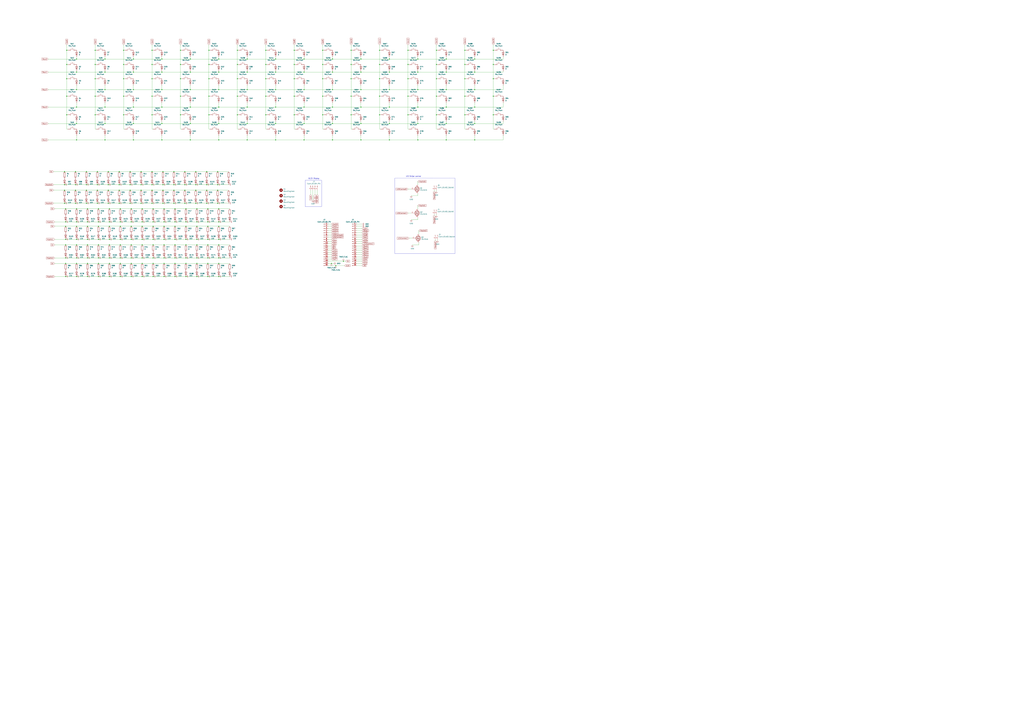
<source format=kicad_sch>
(kicad_sch (version 20230121) (generator eeschema)
  (paper "A0")
  (junction (at 254 242.57))
  (junction (at 287.02 124.46))
  (junction (at 473.71 58.42))
  (junction (at 88.9 104.14))
  (junction (at 254 306.07))
  (junction (at 242.57 74.93))
  (junction (at 177.8 306.07))
  (junction (at 419.1 68.58))
  (junction (at 190.5 278.13))
  (junction (at 187.96 143.51))
  (junction (at 386.08 83.82))
  (junction (at 353.06 162.56))
  (junction (at 254 68.58))
  (junction (at 143.51 91.44))
  (junction (at 203.2 284.48))
  (junction (at 101.6 299.72))
  (junction (at 143.51 74.93))
  (junction (at 139.7 306.07))
  (junction (at 127 257.81))
  (junction (at 151.13 220.98))
  (junction (at 152.4 262.89))
  (junction (at 77.47 133.35))
  (junction (at 127 299.72))
  (junction (at 110.49 111.76))
  (junction (at 163.83 214.63))
  (junction (at 252.73 220.98))
  (junction (at 215.9 257.81))
  (junction (at 241.3 321.31))
  (junction (at 88.9 278.13))
  (junction (at 114.3 306.07))
  (junction (at 320.04 143.51))
  (junction (at 220.98 124.46))
  (junction (at 165.1 278.13))
  (junction (at 440.69 74.93))
  (junction (at 398.78 303.53))
  (junction (at 215.9 321.31))
  (junction (at 139.7 257.81))
  (junction (at 506.73 58.42))
  (junction (at 165.1 262.89))
  (junction (at 215.9 262.89))
  (junction (at 320.04 104.14))
  (junction (at 203.2 278.13))
  (junction (at 121.92 104.14))
  (junction (at 209.55 111.76))
  (junction (at 308.61 58.42))
  (junction (at 88.9 242.57))
  (junction (at 209.55 58.42))
  (junction (at 539.75 58.42))
  (junction (at 320.04 162.56))
  (junction (at 113.03 199.39))
  (junction (at 88.9 284.48))
  (junction (at 87.63 214.63))
  (junction (at 152.4 284.48))
  (junction (at 320.04 68.58))
  (junction (at 308.61 133.35))
  (junction (at 121.92 68.58))
  (junction (at 506.73 91.44))
  (junction (at 473.71 111.76))
  (junction (at 121.92 124.46))
  (junction (at 127 242.57))
  (junction (at 485.14 104.14))
  (junction (at 76.2 306.07))
  (junction (at 163.83 236.22))
  (junction (at 254 321.31))
  (junction (at 201.93 236.22))
  (junction (at 143.51 133.35))
  (junction (at 407.67 91.44))
  (junction (at 165.1 299.72))
  (junction (at 154.94 124.46))
  (junction (at 101.6 262.89))
  (junction (at 386.08 124.46))
  (junction (at 407.67 111.76))
  (junction (at 341.63 111.76))
  (junction (at 551.18 68.58))
  (junction (at 74.93 199.39))
  (junction (at 384.81 306.07))
  (junction (at 127 306.07))
  (junction (at 254 143.51))
  (junction (at 215.9 242.57))
  (junction (at 100.33 236.22))
  (junction (at 228.6 278.13))
  (junction (at 485.14 124.46))
  (junction (at 389.89 308.61))
  (junction (at 165.1 321.31))
  (junction (at 308.61 91.44))
  (junction (at 139.7 278.13))
  (junction (at 275.59 133.35))
  (junction (at 241.3 242.57))
  (junction (at 165.1 257.81))
  (junction (at 125.73 214.63))
  (junction (at 187.96 83.82))
  (junction (at 101.6 306.07))
  (junction (at 242.57 133.35))
  (junction (at 539.75 133.35))
  (junction (at 254 278.13))
  (junction (at 209.55 133.35))
  (junction (at 539.75 111.76))
  (junction (at 87.63 236.22))
  (junction (at 113.03 220.98))
  (junction (at 518.16 124.46))
  (junction (at 485.14 68.58))
  (junction (at 189.23 214.63))
  (junction (at 114.3 257.81))
  (junction (at 154.94 104.14))
  (junction (at 201.93 214.63))
  (junction (at 203.2 306.07))
  (junction (at 254 124.46))
  (junction (at 506.73 74.93))
  (junction (at 572.77 58.42))
  (junction (at 176.53 111.76))
  (junction (at 452.12 68.58))
  (junction (at 143.51 58.42))
  (junction (at 275.59 91.44))
  (junction (at 320.04 124.46))
  (junction (at 177.8 242.57))
  (junction (at 176.53 199.39))
  (junction (at 151.13 199.39))
  (junction (at 121.92 143.51))
  (junction (at 88.9 299.72))
  (junction (at 227.33 214.63))
  (junction (at 189.23 199.39))
  (junction (at 125.73 220.98))
  (junction (at 151.13 214.63))
  (junction (at 201.93 199.39))
  (junction (at 419.1 83.82))
  (junction (at 77.47 111.76))
  (junction (at 374.65 91.44))
  (junction (at 220.98 104.14))
  (junction (at 190.5 284.48))
  (junction (at 220.98 143.51))
  (junction (at 353.06 83.82))
  (junction (at 187.96 162.56))
  (junction (at 139.7 262.89))
  (junction (at 88.9 262.89))
  (junction (at 228.6 262.89))
  (junction (at 254 83.82))
  (junction (at 165.1 284.48))
  (junction (at 203.2 299.72))
  (junction (at 110.49 91.44))
  (junction (at 163.83 220.98))
  (junction (at 275.59 58.42))
  (junction (at 341.63 74.93))
  (junction (at 572.77 111.76))
  (junction (at 419.1 104.14))
  (junction (at 74.93 236.22))
  (junction (at 176.53 236.22))
  (junction (at 214.63 199.39))
  (junction (at 101.6 257.81))
  (junction (at 506.73 133.35))
  (junction (at 165.1 242.57))
  (junction (at 143.51 111.76))
  (junction (at 228.6 284.48))
  (junction (at 214.63 220.98))
  (junction (at 341.63 91.44))
  (junction (at 76.2 321.31))
  (junction (at 452.12 143.51))
  (junction (at 419.1 162.56))
  (junction (at 551.18 162.56))
  (junction (at 76.2 242.57))
  (junction (at 139.7 299.72))
  (junction (at 114.3 278.13))
  (junction (at 215.9 306.07))
  (junction (at 551.18 124.46))
  (junction (at 241.3 257.81))
  (junction (at 177.8 257.81))
  (junction (at 473.71 74.93))
  (junction (at 275.59 111.76))
  (junction (at 87.63 220.98))
  (junction (at 176.53 133.35))
  (junction (at 87.63 199.39))
  (junction (at 138.43 236.22))
  (junction (at 88.9 68.58))
  (junction (at 138.43 199.39))
  (junction (at 228.6 321.31))
  (junction (at 154.94 143.51))
  (junction (at 240.03 199.39))
  (junction (at 485.14 143.51))
  (junction (at 176.53 91.44))
  (junction (at 114.3 321.31))
  (junction (at 203.2 321.31))
  (junction (at 177.8 321.31))
  (junction (at 114.3 242.57))
  (junction (at 254 284.48))
  (junction (at 275.59 74.93))
  (junction (at 287.02 143.51))
  (junction (at 190.5 257.81))
  (junction (at 101.6 321.31))
  (junction (at 88.9 83.82))
  (junction (at 101.6 242.57))
  (junction (at 88.9 306.07))
  (junction (at 100.33 214.63))
  (junction (at 154.94 68.58))
  (junction (at 76.2 284.48))
  (junction (at 77.47 58.42))
  (junction (at 228.6 242.57))
  (junction (at 114.3 262.89))
  (junction (at 252.73 214.63))
  (junction (at 440.69 58.42))
  (junction (at 152.4 257.81))
  (junction (at 539.75 91.44))
  (junction (at 151.13 236.22))
  (junction (at 227.33 236.22))
  (junction (at 152.4 278.13))
  (junction (at 473.71 91.44))
  (junction (at 201.93 220.98))
  (junction (at 228.6 299.72))
  (junction (at 485.14 162.56))
  (junction (at 374.65 111.76))
  (junction (at 241.3 284.48))
  (junction (at 440.69 91.44))
  (junction (at 386.08 143.51))
  (junction (at 374.65 133.35))
  (junction (at 88.9 124.46))
  (junction (at 240.03 214.63))
  (junction (at 190.5 262.89))
  (junction (at 407.67 58.42))
  (junction (at 176.53 220.98))
  (junction (at 220.98 162.56))
  (junction (at 154.94 162.56))
  (junction (at 353.06 143.51))
  (junction (at 138.43 220.98))
  (junction (at 77.47 74.93))
  (junction (at 177.8 262.89))
  (junction (at 113.03 236.22))
  (junction (at 228.6 257.81))
  (junction (at 215.9 278.13))
  (junction (at 227.33 220.98))
  (junction (at 252.73 236.22))
  (junction (at 241.3 299.72))
  (junction (at 88.9 143.51))
  (junction (at 114.3 284.48))
  (junction (at 101.6 278.13))
  (junction (at 74.93 214.63))
  (junction (at 419.1 143.51))
  (junction (at 440.69 111.76))
  (junction (at 341.63 58.42))
  (junction (at 252.73 199.39))
  (junction (at 138.43 214.63))
  (junction (at 452.12 124.46))
  (junction (at 125.73 199.39))
  (junction (at 177.8 299.72))
  (junction (at 419.1 124.46))
  (junction (at 76.2 262.89))
  (junction (at 440.69 133.35))
  (junction (at 287.02 83.82))
  (junction (at 139.7 242.57))
  (junction (at 228.6 306.07))
  (junction (at 353.06 124.46))
  (junction (at 215.9 299.72))
  (junction (at 176.53 214.63))
  (junction (at 114.3 299.72))
  (junction (at 452.12 162.56))
  (junction (at 187.96 68.58))
  (junction (at 572.77 133.35))
  (junction (at 506.73 111.76))
  (junction (at 551.18 104.14))
  (junction (at 203.2 242.57))
  (junction (at 374.65 58.42))
  (junction (at 220.98 83.82))
  (junction (at 287.02 68.58))
  (junction (at 139.7 284.48))
  (junction (at 242.57 58.42))
  (junction (at 189.23 236.22))
  (junction (at 407.67 74.93))
  (junction (at 152.4 242.57))
  (junction (at 76.2 257.81))
  (junction (at 341.63 133.35))
  (junction (at 190.5 242.57))
  (junction (at 241.3 306.07))
  (junction (at 189.23 220.98))
  (junction (at 203.2 257.81))
  (junction (at 127 278.13))
  (junction (at 214.63 214.63))
  (junction (at 241.3 278.13))
  (junction (at 215.9 284.48))
  (junction (at 254 162.56))
  (junction (at 152.4 306.07))
  (junction (at 452.12 83.82))
  (junction (at 242.57 91.44))
  (junction (at 485.14 83.82))
  (junction (at 177.8 284.48))
  (junction (at 518.16 68.58))
  (junction (at 308.61 74.93))
  (junction (at 176.53 74.93))
  (junction (at 101.6 284.48))
  (junction (at 308.61 111.76))
  (junction (at 374.65 74.93))
  (junction (at 386.08 162.56))
  (junction (at 187.96 124.46))
  (junction (at 518.16 162.56))
  (junction (at 77.47 91.44))
  (junction (at 209.55 74.93))
  (junction (at 113.03 214.63))
  (junction (at 125.73 236.22))
  (junction (at 240.03 236.22))
  (junction (at 88.9 257.81))
  (junction (at 176.53 58.42))
  (junction (at 152.4 299.72))
  (junction (at 127 284.48))
  (junction (at 518.16 104.14))
  (junction (at 163.83 199.39))
  (junction (at 287.02 104.14))
  (junction (at 551.18 143.51))
  (junction (at 353.06 104.14))
  (junction (at 187.96 104.14))
  (junction (at 254 257.81))
  (junction (at 190.5 321.31))
  (junction (at 220.98 68.58))
  (junction (at 551.18 83.82))
  (junction (at 539.75 74.93))
  (junction (at 209.55 91.44))
  (junction (at 76.2 278.13))
  (junction (at 518.16 143.51))
  (junction (at 74.93 220.98))
  (junction (at 203.2 262.89))
  (junction (at 165.1 306.07))
  (junction (at 139.7 321.31))
  (junction (at 254 104.14))
  (junction (at 177.8 278.13))
  (junction (at 110.49 58.42))
  (junction (at 227.33 199.39))
  (junction (at 214.63 236.22))
  (junction (at 518.16 83.82))
  (junction (at 110.49 133.35))
  (junction (at 386.08 104.14))
  (junction (at 572.77 91.44))
  (junction (at 353.06 68.58))
  (junction (at 154.94 83.82))
  (junction (at 407.67 133.35))
  (junction (at 240.03 220.98))
  (junction (at 127 262.89))
  (junction (at 242.57 111.76))
  (junction (at 190.5 299.72))
  (junction (at 88.9 321.31))
  (junction (at 287.02 162.56))
  (junction (at 76.2 299.72))
  (junction (at 572.77 74.93))
  (junction (at 100.33 199.39))
  (junction (at 100.33 220.98))
  (junction (at 320.04 83.82))
  (junction (at 190.5 306.07))
  (junction (at 121.92 83.82))
  (junction (at 121.92 162.56))
  (junction (at 452.12 104.14))
  (junction (at 110.49 74.93))
  (junction (at 152.4 321.31))
  (junction (at 88.9 162.56))
  (junction (at 254 262.89))
  (junction (at 386.08 68.58))
  (junction (at 241.3 262.89))
  (junction (at 473.71 133.35))
  (junction (at 254 299.72))
  (junction (at 127 321.31))
  (wire (pts (xy 241.3 321.31) (xy 254 321.31)))
  (wire (pts (xy 381 288.29) (xy 384.81 288.29)))
  (wire (pts (xy 125.73 236.22) (xy 138.43 236.22)))
  (wire (pts (xy 214.63 214.63) (xy 227.33 214.63)))
  (wire (pts (xy 143.51 58.42) (xy 144.78 58.42)))
  (wire (pts (xy 209.55 52.07) (xy 209.55 58.42)))
  (wire (pts (xy 386.08 140.97) (xy 386.08 143.51)))
  (wire (pts (xy 508 278.13) (xy 508 279.4)))
  (wire (pts (xy 190.5 262.89) (xy 203.2 262.89)))
  (wire (pts (xy 485.14 99.06) (xy 485.14 104.14)))
  (wire (pts (xy 539.75 149.86) (xy 541.02 149.86)))
  (wire (pts (xy 127 306.07) (xy 139.7 306.07)))
  (polyline (pts (xy 373.38 209.55) (xy 373.38 240.03)))
  (wire (pts (xy 386.08 68.58) (xy 419.1 68.58)))
  (wire (pts (xy 241.3 257.81) (xy 254 257.81)))
  (wire (pts (xy 414.02 290.83) (xy 420.37 290.83)))
  (wire (pts (xy 374.65 111.76) (xy 375.92 111.76)))
  (wire (pts (xy 55.88 68.58) (xy 88.9 68.58)))
  (wire (pts (xy 63.5 299.72) (xy 76.2 299.72)))
  (wire (pts (xy 374.65 58.42) (xy 375.92 58.42)))
  (wire (pts (xy 275.59 74.93) (xy 276.86 74.93)))
  (wire (pts (xy 63.5 321.31) (xy 76.2 321.31)))
  (wire (pts (xy 407.67 58.42) (xy 408.94 58.42)))
  (wire (pts (xy 353.06 124.46) (xy 386.08 124.46)))
  (wire (pts (xy 252.73 236.22) (xy 265.43 236.22)))
  (wire (pts (xy 341.63 91.44) (xy 342.9 91.44)))
  (wire (pts (xy 152.4 306.07) (xy 165.1 306.07)))
  (wire (pts (xy 506.73 149.86) (xy 508 149.86)))
  (wire (pts (xy 187.96 83.82) (xy 220.98 83.82)))
  (wire (pts (xy 242.57 52.07) (xy 242.57 58.42)))
  (wire (pts (xy 228.6 321.31) (xy 241.3 321.31)))
  (wire (pts (xy 151.13 214.63) (xy 163.83 214.63)))
  (wire (pts (xy 419.1 119.38) (xy 419.1 124.46)))
  (wire (pts (xy 220.98 119.38) (xy 220.98 124.46)))
  (wire (pts (xy 539.75 91.44) (xy 541.02 91.44)))
  (wire (pts (xy 101.6 242.57) (xy 114.3 242.57)))
  (wire (pts (xy 518.16 66.04) (xy 518.16 68.58)))
  (wire (pts (xy 407.67 52.07) (xy 407.67 58.42)))
  (wire (pts (xy 551.18 143.51) (xy 584.2 143.51)))
  (wire (pts (xy 63.5 242.57) (xy 76.2 242.57)))
  (wire (pts (xy 143.51 74.93) (xy 143.51 91.44)))
  (wire (pts (xy 341.63 52.07) (xy 341.63 58.42)))
  (wire (pts (xy 138.43 214.63) (xy 151.13 214.63)))
  (wire (pts (xy 209.55 74.93) (xy 210.82 74.93)))
  (wire (pts (xy 88.9 284.48) (xy 101.6 284.48)))
  (wire (pts (xy 419.1 157.48) (xy 419.1 162.56)))
  (wire (pts (xy 368.3 220.98) (xy 368.3 226.06)))
  (wire (pts (xy 242.57 133.35) (xy 243.84 133.35)))
  (wire (pts (xy 165.1 278.13) (xy 177.8 278.13)))
  (wire (pts (xy 152.4 321.31) (xy 165.1 321.31)))
  (wire (pts (xy 341.63 133.35) (xy 342.9 133.35)))
  (wire (pts (xy 414.02 275.59) (xy 420.37 275.59)))
  (wire (pts (xy 584.2 82.55) (xy 584.2 83.82)))
  (wire (pts (xy 88.9 99.06) (xy 88.9 104.14)))
  (wire (pts (xy 187.96 119.38) (xy 187.96 124.46)))
  (wire (pts (xy 287.02 104.14) (xy 320.04 104.14)))
  (wire (pts (xy 381 270.51) (xy 384.81 270.51)))
  (wire (pts (xy 241.3 278.13) (xy 254 278.13)))
  (wire (pts (xy 113.03 214.63) (xy 125.73 214.63)))
  (wire (pts (xy 374.65 74.93) (xy 374.65 91.44)))
  (wire (pts (xy 485.14 83.82) (xy 518.16 83.82)))
  (wire (pts (xy 228.6 262.89) (xy 241.3 262.89)))
  (wire (pts (xy 101.6 299.72) (xy 114.3 299.72)))
  (wire (pts (xy 287.02 143.51) (xy 320.04 143.51)))
  (wire (pts (xy 190.5 284.48) (xy 203.2 284.48)))
  (wire (pts (xy 203.2 306.07) (xy 215.9 306.07)))
  (wire (pts (xy 506.73 111.76) (xy 508 111.76)))
  (wire (pts (xy 187.96 162.56) (xy 220.98 162.56)))
  (wire (pts (xy 308.61 74.93) (xy 309.88 74.93)))
  (wire (pts (xy 287.02 162.56) (xy 320.04 162.56)))
  (wire (pts (xy 386.08 143.51) (xy 419.1 143.51)))
  (wire (pts (xy 88.9 157.48) (xy 88.9 162.56)))
  (wire (pts (xy 77.47 133.35) (xy 78.74 133.35)))
  (wire (pts (xy 287.02 99.06) (xy 287.02 104.14)))
  (wire (pts (xy 215.9 321.31) (xy 228.6 321.31)))
  (wire (pts (xy 110.49 111.76) (xy 111.76 111.76)))
  (wire (pts (xy 440.69 133.35) (xy 440.69 149.86)))
  (wire (pts (xy 127 242.57) (xy 139.7 242.57)))
  (wire (pts (xy 381 290.83) (xy 384.81 290.83)))
  (wire (pts (xy 76.2 262.89) (xy 88.9 262.89)))
  (wire (pts (xy 254 99.06) (xy 254 104.14)))
  (wire (pts (xy 114.3 306.07) (xy 127 306.07)))
  (wire (pts (xy 190.5 257.81) (xy 203.2 257.81)))
  (wire (pts (xy 214.63 220.98) (xy 227.33 220.98)))
  (wire (pts (xy 228.6 278.13) (xy 241.3 278.13)))
  (wire (pts (xy 209.55 91.44) (xy 209.55 111.76)))
  (wire (pts (xy 189.23 220.98) (xy 201.93 220.98)))
  (wire (pts (xy 308.61 149.86) (xy 309.88 149.86)))
  (wire (pts (xy 506.73 74.93) (xy 506.73 91.44)))
  (wire (pts (xy 320.04 157.48) (xy 320.04 162.56)))
  (wire (pts (xy 320.04 143.51) (xy 353.06 143.51)))
  (wire (pts (xy 287.02 66.04) (xy 287.02 68.58)))
  (wire (pts (xy 190.5 242.57) (xy 203.2 242.57)))
  (wire (pts (xy 252.73 199.39) (xy 265.43 199.39)))
  (wire (pts (xy 165.1 306.07) (xy 177.8 306.07)))
  (wire (pts (xy 88.9 257.81) (xy 101.6 257.81)))
  (wire (pts (xy 227.33 236.22) (xy 240.03 236.22)))
  (wire (pts (xy 215.9 299.72) (xy 228.6 299.72)))
  (wire (pts (xy 88.9 82.55) (xy 88.9 83.82)))
  (wire (pts (xy 414.02 285.75) (xy 420.37 285.75)))
  (wire (pts (xy 551.18 124.46) (xy 584.2 124.46)))
  (wire (pts (xy 539.75 91.44) (xy 539.75 111.76)))
  (wire (pts (xy 386.08 99.06) (xy 386.08 104.14)))
  (wire (pts (xy 518.16 104.14) (xy 551.18 104.14)))
  (wire (pts (xy 154.94 119.38) (xy 154.94 124.46)))
  (wire (pts (xy 151.13 236.22) (xy 163.83 236.22)))
  (wire (pts (xy 414.02 306.07) (xy 420.37 306.07)))
  (wire (pts (xy 353.06 82.55) (xy 353.06 83.82)))
  (wire (pts (xy 201.93 199.39) (xy 214.63 199.39)))
  (wire (pts (xy 254 242.57) (xy 266.7 242.57)))
  (wire (pts (xy 203.2 278.13) (xy 215.9 278.13)))
  (wire (pts (xy 275.59 58.42) (xy 276.86 58.42)))
  (wire (pts (xy 77.47 91.44) (xy 77.47 111.76)))
  (wire (pts (xy 77.47 58.42) (xy 77.47 74.93)))
  (wire (pts (xy 407.67 74.93) (xy 408.94 74.93)))
  (polyline (pts (xy 458.47 207.01) (xy 461.01 207.01)))
  (wire (pts (xy 473.71 247.65) (xy 477.52 247.65)))
  (polyline (pts (xy 354.33 240.03) (xy 354.33 209.55)))
  (wire (pts (xy 308.61 91.44) (xy 309.88 91.44)))
  (wire (pts (xy 77.47 91.44) (xy 78.74 91.44)))
  (wire (pts (xy 74.93 214.63) (xy 87.63 214.63)))
  (wire (pts (xy 506.73 133.35) (xy 508 133.35)))
  (wire (pts (xy 121.92 124.46) (xy 154.94 124.46)))
  (wire (pts (xy 55.88 143.51) (xy 88.9 143.51)))
  (wire (pts (xy 138.43 220.98) (xy 151.13 220.98)))
  (wire (pts (xy 341.63 74.93) (xy 341.63 91.44)))
  (wire (pts (xy 220.98 83.82) (xy 254 83.82)))
  (wire (pts (xy 414.02 288.29) (xy 420.37 288.29)))
  (wire (pts (xy 176.53 133.35) (xy 177.8 133.35)))
  (wire (pts (xy 539.75 111.76) (xy 539.75 133.35)))
  (wire (pts (xy 506.73 74.93) (xy 508 74.93)))
  (wire (pts (xy 374.65 149.86) (xy 375.92 149.86)))
  (wire (pts (xy 152.4 257.81) (xy 165.1 257.81)))
  (wire (pts (xy 518.16 124.46) (xy 551.18 124.46)))
  (wire (pts (xy 572.77 91.44) (xy 572.77 111.76)))
  (wire (pts (xy 320.04 68.58) (xy 353.06 68.58)))
  (wire (pts (xy 227.33 214.63) (xy 240.03 214.63)))
  (wire (pts (xy 485.14 238.76) (xy 485.14 242.57)))
  (wire (pts (xy 209.55 58.42) (xy 210.82 58.42)))
  (wire (pts (xy 76.2 257.81) (xy 88.9 257.81)))
  (wire (pts (xy 341.63 91.44) (xy 341.63 111.76)))
  (wire (pts (xy 539.75 133.35) (xy 539.75 149.86)))
  (wire (pts (xy 88.9 83.82) (xy 121.92 83.82)))
  (wire (pts (xy 139.7 278.13) (xy 152.4 278.13)))
  (wire (pts (xy 551.18 82.55) (xy 551.18 83.82)))
  (wire (pts (xy 143.51 58.42) (xy 143.51 74.93)))
  (wire (pts (xy 143.51 91.44) (xy 144.78 91.44)))
  (wire (pts (xy 151.13 220.98) (xy 163.83 220.98)))
  (wire (pts (xy 220.98 143.51) (xy 254 143.51)))
  (wire (pts (xy 74.93 236.22) (xy 87.63 236.22)))
  (wire (pts (xy 254 306.07) (xy 266.7 306.07)))
  (wire (pts (xy 254 119.38) (xy 254 124.46)))
  (wire (pts (xy 190.5 278.13) (xy 203.2 278.13)))
  (wire (pts (xy 114.3 299.72) (xy 127 299.72)))
  (wire (pts (xy 381 273.05) (xy 384.81 273.05)))
  (wire (pts (xy 203.2 262.89) (xy 215.9 262.89)))
  (wire (pts (xy 121.92 157.48) (xy 121.92 162.56)))
  (wire (pts (xy 110.49 133.35) (xy 110.49 149.86)))
  (wire (pts (xy 100.33 214.63) (xy 113.03 214.63)))
  (wire (pts (xy 477.52 227.33) (xy 485.14 227.33)))
  (wire (pts (xy 203.2 284.48) (xy 215.9 284.48)))
  (wire (pts (xy 275.59 133.35) (xy 276.86 133.35)))
  (wire (pts (xy 110.49 58.42) (xy 110.49 74.93)))
  (wire (pts (xy 187.96 82.55) (xy 187.96 83.82)))
  (wire (pts (xy 77.47 52.07) (xy 77.47 58.42)))
  (wire (pts (xy 440.69 74.93) (xy 440.69 91.44)))
  (wire (pts (xy 88.9 242.57) (xy 101.6 242.57)))
  (wire (pts (xy 374.65 58.42) (xy 374.65 74.93)))
  (wire (pts (xy 254 278.13) (xy 266.7 278.13)))
  (wire (pts (xy 88.9 306.07) (xy 101.6 306.07)))
  (wire (pts (xy 485.14 104.14) (xy 518.16 104.14)))
  (wire (pts (xy 220.98 68.58) (xy 254 68.58)))
  (wire (pts (xy 374.65 52.07) (xy 374.65 58.42)))
  (wire (pts (xy 215.9 284.48) (xy 228.6 284.48)))
  (wire (pts (xy 419.1 143.51) (xy 452.12 143.51)))
  (wire (pts (xy 506.73 111.76) (xy 506.73 133.35)))
  (wire (pts (xy 308.61 133.35) (xy 309.88 133.35)))
  (wire (pts (xy 485.14 143.51) (xy 518.16 143.51)))
  (wire (pts (xy 220.98 66.04) (xy 220.98 68.58)))
  (wire (pts (xy 201.93 236.22) (xy 214.63 236.22)))
  (wire (pts (xy 214.63 199.39) (xy 227.33 199.39)))
  (wire (pts (xy 252.73 214.63) (xy 265.43 214.63)))
  (wire (pts (xy 360.68 220.98) (xy 360.68 226.06)))
  (wire (pts (xy 275.59 111.76) (xy 275.59 133.35)))
  (wire (pts (xy 353.06 68.58) (xy 386.08 68.58)))
  (wire (pts (xy 452.12 157.48) (xy 452.12 162.56)))
  (wire (pts (xy 551.18 162.56) (xy 584.2 162.56)))
  (wire (pts (xy 121.92 140.97) (xy 121.92 143.51)))
  (wire (pts (xy 381 300.99) (xy 384.81 300.99)))
  (wire (pts (xy 228.6 299.72) (xy 241.3 299.72)))
  (wire (pts (xy 125.73 220.98) (xy 138.43 220.98)))
  (wire (pts (xy 76.2 299.72) (xy 88.9 299.72)))
  (wire (pts (xy 177.8 284.48) (xy 190.5 284.48)))
  (polyline (pts (xy 458.47 236.22) (xy 458.47 207.01)))
  (wire (pts (xy 114.3 284.48) (xy 127 284.48)))
  (wire (pts (xy 572.77 58.42) (xy 572.77 74.93)))
  (wire (pts (xy 381 267.97) (xy 384.81 267.97)))
  (wire (pts (xy 189.23 199.39) (xy 201.93 199.39)))
  (wire (pts (xy 176.53 149.86) (xy 177.8 149.86)))
  (wire (pts (xy 55.88 124.46) (xy 88.9 124.46)))
  (wire (pts (xy 506.73 248.92) (xy 506.73 250.19)))
  (wire (pts (xy 485.14 82.55) (xy 485.14 83.82)))
  (wire (pts (xy 440.69 58.42) (xy 441.96 58.42)))
  (wire (pts (xy 143.51 149.86) (xy 144.78 149.86)))
  (wire (pts (xy 341.63 74.93) (xy 342.9 74.93)))
  (wire (pts (xy 419.1 162.56) (xy 452.12 162.56)))
  (wire (pts (xy 121.92 66.04) (xy 121.92 68.58)))
  (wire (pts (xy 143.51 111.76) (xy 144.78 111.76)))
  (wire (pts (xy 139.7 257.81) (xy 152.4 257.81)))
  (wire (pts (xy 242.57 74.93) (xy 243.84 74.93)))
  (wire (pts (xy 539.75 52.07) (xy 539.75 58.42)))
  (wire (pts (xy 163.83 199.39) (xy 176.53 199.39)))
  (wire (pts (xy 287.02 82.55) (xy 287.02 83.82)))
  (wire (pts (xy 176.53 214.63) (xy 189.23 214.63)))
  (wire (pts (xy 381 262.89) (xy 384.81 262.89)))
  (wire (pts (xy 176.53 58.42) (xy 177.8 58.42)))
  (wire (pts (xy 518.16 83.82) (xy 551.18 83.82)))
  (wire (pts (xy 506.73 91.44) (xy 506.73 111.76)))
  (wire (pts (xy 154.94 157.48) (xy 154.94 162.56)))
  (wire (pts (xy 473.71 91.44) (xy 474.98 91.44)))
  (wire (pts (xy 154.94 124.46) (xy 187.96 124.46)))
  (wire (pts (xy 110.49 149.86) (xy 111.76 149.86)))
  (wire (pts (xy 407.67 91.44) (xy 408.94 91.44)))
  (wire (pts (xy 452.12 83.82) (xy 485.14 83.82)))
  (wire (pts (xy 110.49 74.93) (xy 111.76 74.93)))
  (wire (pts (xy 452.12 119.38) (xy 452.12 124.46)))
  (wire (pts (xy 190.5 299.72) (xy 203.2 299.72)))
  (wire (pts (xy 254 299.72) (xy 266.7 299.72)))
  (wire (pts (xy 242.57 111.76) (xy 243.84 111.76)))
  (wire (pts (xy 584.2 119.38) (xy 584.2 124.46)))
  (wire (pts (xy 88.9 321.31) (xy 101.6 321.31)))
  (wire (pts (xy 407.67 74.93) (xy 407.67 91.44)))
  (wire (pts (xy 88.9 262.89) (xy 101.6 262.89)))
  (wire (pts (xy 101.6 278.13) (xy 114.3 278.13)))
  (wire (pts (xy 254 140.97) (xy 254 143.51)))
  (wire (pts (xy 163.83 220.98) (xy 176.53 220.98)))
  (wire (pts (xy 419.1 140.97) (xy 419.1 143.51)))
  (wire (pts (xy 320.04 119.38) (xy 320.04 124.46)))
  (wire (pts (xy 215.9 306.07) (xy 228.6 306.07)))
  (wire (pts (xy 551.18 119.38) (xy 551.18 124.46)))
  (wire (pts (xy 254 262.89) (xy 266.7 262.89)))
  (wire (pts (xy 308.61 74.93) (xy 308.61 91.44)))
  (wire (pts (xy 209.55 91.44) (xy 210.82 91.44)))
  (wire (pts (xy 398.78 303.53) (xy 401.32 303.53)))
  (wire (pts (xy 228.6 284.48) (xy 241.3 284.48)))
  (wire (pts (xy 215.9 257.81) (xy 228.6 257.81)))
  (wire (pts (xy 572.77 74.93) (xy 574.04 74.93)))
  (wire (pts (xy 452.12 143.51) (xy 485.14 143.51)))
  (wire (pts (xy 127 299.72) (xy 139.7 299.72)))
  (wire (pts (xy 341.63 58.42) (xy 342.9 58.42)))
  (wire (pts (xy 473.71 111.76) (xy 473.71 133.35)))
  (wire (pts (xy 506.73 133.35) (xy 506.73 149.86)))
  (wire (pts (xy 572.77 149.86) (xy 574.04 149.86)))
  (wire (pts (xy 275.59 74.93) (xy 275.59 91.44)))
  (wire (pts (xy 154.94 99.06) (xy 154.94 104.14)))
  (wire (pts (xy 88.9 66.04) (xy 88.9 68.58)))
  (wire (pts (xy 407.67 133.35) (xy 407.67 149.86)))
  (wire (pts (xy 287.02 157.48) (xy 287.02 162.56)))
  (wire (pts (xy 77.47 74.93) (xy 77.47 91.44)))
  (wire (pts (xy 505.46 278.13) (xy 505.46 279.4)))
  (wire (pts (xy 62.23 214.63) (xy 74.93 214.63)))
  (wire (pts (xy 100.33 199.39) (xy 113.03 199.39)))
  (wire (pts (xy 572.77 133.35) (xy 572.77 149.86)))
  (wire (pts (xy 154.94 140.97) (xy 154.94 143.51)))
  (wire (pts (xy 353.06 119.38) (xy 353.06 124.46)))
  (wire (pts (xy 242.57 91.44) (xy 242.57 111.76)))
  (wire (pts (xy 440.69 91.44) (xy 440.69 111.76)))
  (wire (pts (xy 452.12 99.06) (xy 452.12 104.14)))
  (polyline (pts (xy 458.47 294.64) (xy 528.32 294.64)))
  (wire (pts (xy 113.03 199.39) (xy 125.73 199.39)))
  (wire (pts (xy 63.5 257.81) (xy 76.2 257.81)))
  (wire (pts (xy 320.04 124.46) (xy 353.06 124.46)))
  (wire (pts (xy 220.98 157.48) (xy 220.98 162.56)))
  (wire (pts (xy 55.88 83.82) (xy 88.9 83.82)))
  (wire (pts (xy 551.18 66.04) (xy 551.18 68.58)))
  (wire (pts (xy 163.83 214.63) (xy 176.53 214.63)))
  (wire (pts (xy 419.1 83.82) (xy 452.12 83.82)))
  (wire (pts (xy 407.67 111.76) (xy 408.94 111.76)))
  (wire (pts (xy 440.69 133.35) (xy 441.96 133.35)))
  (wire (pts (xy 242.57 58.42) (xy 242.57 74.93)))
  (wire (pts (xy 485.14 162.56) (xy 518.16 162.56)))
  (wire (pts (xy 101.6 306.07) (xy 114.3 306.07)))
  (wire (pts (xy 386.08 119.38) (xy 386.08 124.46)))
  (wire (pts (xy 215.9 242.57) (xy 228.6 242.57)))
  (wire (pts (xy 287.02 83.82) (xy 320.04 83.82)))
  (wire (pts (xy 414.02 260.35) (xy 420.37 260.35)))
  (wire (pts (xy 77.47 149.86) (xy 78.74 149.86)))
  (wire (pts (xy 539.75 133.35) (xy 541.02 133.35)))
  (wire (pts (xy 254 104.14) (xy 287.02 104.14)))
  (wire (pts (xy 220.98 104.14) (xy 254 104.14)))
  (wire (pts (xy 381 265.43) (xy 384.81 265.43)))
  (wire (pts (xy 114.3 321.31) (xy 127 321.31)))
  (wire (pts (xy 407.67 58.42) (xy 407.67 74.93)))
  (wire (pts (xy 275.59 149.86) (xy 276.86 149.86)))
  (wire (pts (xy 220.98 140.97) (xy 220.98 143.51)))
  (wire (pts (xy 353.06 143.51) (xy 386.08 143.51)))
  (wire (pts (xy 121.92 104.14) (xy 154.94 104.14)))
  (wire (pts (xy 381 283.21) (xy 384.81 283.21)))
  (wire (pts (xy 154.94 83.82) (xy 187.96 83.82)))
  (wire (pts (xy 414.02 293.37) (xy 420.37 293.37)))
  (wire (pts (xy 110.49 52.07) (xy 110.49 58.42)))
  (wire (pts (xy 452.12 104.14) (xy 485.14 104.14)))
  (wire (pts (xy 101.6 262.89) (xy 114.3 262.89)))
  (polyline (pts (xy 355.6 209.55) (xy 373.38 209.55)))
  (wire (pts (xy 539.75 58.42) (xy 541.02 58.42)))
  (polyline (pts (xy 500.38 207.01) (xy 461.01 207.01)))
  (wire (pts (xy 485.14 119.38) (xy 485.14 124.46)))
  (wire (pts (xy 125.73 214.63) (xy 138.43 214.63)))
  (wire (pts (xy 506.73 91.44) (xy 508 91.44)))
  (wire (pts (xy 154.94 82.55) (xy 154.94 83.82)))
  (wire (pts (xy 440.69 52.07) (xy 440.69 58.42)))
  (wire (pts (xy 440.69 58.42) (xy 440.69 74.93)))
  (wire (pts (xy 242.57 149.86) (xy 243.84 149.86)))
  (wire (pts (xy 539.75 111.76) (xy 541.02 111.76)))
  (wire (pts (xy 100.33 236.22) (xy 113.03 236.22)))
  (wire (pts (xy 62.23 220.98) (xy 74.93 220.98)))
  (wire (pts (xy 473.71 219.71) (xy 477.52 219.71)))
  (wire (pts (xy 88.9 104.14) (xy 121.92 104.14)))
  (wire (pts (xy 165.1 242.57) (xy 177.8 242.57)))
  (wire (pts (xy 381 303.53) (xy 398.78 303.53)))
  (wire (pts (xy 551.18 99.06) (xy 551.18 104.14)))
  (wire (pts (xy 220.98 124.46) (xy 254 124.46)))
  (wire (pts (xy 485.14 68.58) (xy 518.16 68.58)))
  (wire (pts (xy 414.02 280.67) (xy 420.37 280.67)))
  (wire (pts (xy 539.75 74.93) (xy 541.02 74.93)))
  (wire (pts (xy 215.9 278.13) (xy 228.6 278.13)))
  (wire (pts (xy 320.04 140.97) (xy 320.04 143.51)))
  (wire (pts (xy 440.69 149.86) (xy 441.96 149.86)))
  (wire (pts (xy 551.18 140.97) (xy 551.18 143.51)))
  (wire (pts (xy 209.55 149.86) (xy 210.82 149.86)))
  (wire (pts (xy 539.75 58.42) (xy 539.75 74.93)))
  (wire (pts (xy 414.02 300.99) (xy 420.37 300.99)))
  (wire (pts (xy 419.1 124.46) (xy 452.12 124.46)))
  (wire (pts (xy 252.73 220.98) (xy 265.43 220.98)))
  (wire (pts (xy 473.71 74.93) (xy 473.71 91.44)))
  (wire (pts (xy 386.08 66.04) (xy 386.08 68.58)))
  (wire (pts (xy 485.14 66.04) (xy 485.14 68.58)))
  (wire (pts (xy 474.98 276.86) (xy 478.79 276.86)))
  (wire (pts (xy 209.55 111.76) (xy 209.55 133.35)))
  (wire (pts (xy 381 285.75) (xy 384.81 285.75)))
  (wire (pts (xy 110.49 133.35) (xy 111.76 133.35)))
  (wire (pts (xy 240.03 214.63) (xy 252.73 214.63)))
  (wire (pts (xy 88.9 140.97) (xy 88.9 143.51)))
  (wire (pts (xy 165.1 321.31) (xy 177.8 321.31)))
  (wire (pts (xy 419.1 99.06) (xy 419.1 104.14)))
  (wire (pts (xy 374.65 111.76) (xy 374.65 133.35)))
  (wire (pts (xy 341.63 58.42) (xy 341.63 74.93)))
  (wire (pts (xy 486.41 284.48) (xy 486.41 281.94)))
  (wire (pts (xy 386.08 104.14) (xy 419.1 104.14)))
  (wire (pts (xy 154.94 68.58) (xy 187.96 68.58)))
  (wire (pts (xy 551.18 104.14) (xy 584.2 104.14)))
  (wire (pts (xy 187.96 143.51) (xy 220.98 143.51)))
  (wire (pts (xy 227.33 220.98) (xy 240.03 220.98)))
  (wire (pts (xy 241.3 242.57) (xy 254 242.57)))
  (wire (pts (xy 189.23 236.22) (xy 201.93 236.22)))
  (wire (pts (xy 125.73 199.39) (xy 138.43 199.39)))
  (wire (pts (xy 381 275.59) (xy 384.81 275.59)))
  (wire (pts (xy 473.71 133.35) (xy 473.71 149.86)))
  (wire (pts (xy 374.65 133.35) (xy 375.92 133.35)))
  (wire (pts (xy 127 262.89) (xy 139.7 262.89)))
  (wire (pts (xy 473.71 111.76) (xy 474.98 111.76)))
  (wire (pts (xy 478.79 284.48) (xy 486.41 284.48)))
  (wire (pts (xy 353.06 104.14) (xy 386.08 104.14)))
  (wire (pts (xy 365.76 220.98) (xy 365.76 226.06)))
  (wire (pts (xy 201.93 214.63) (xy 214.63 214.63)))
  (wire (pts (xy 254 321.31) (xy 266.7 321.31)))
  (wire (pts (xy 74.93 199.39) (xy 87.63 199.39)))
  (wire (pts (xy 320.04 104.14) (xy 353.06 104.14)))
  (wire (pts (xy 121.92 82.55) (xy 121.92 83.82)))
  (wire (pts (xy 74.93 220.98) (xy 87.63 220.98)))
  (wire (pts (xy 551.18 157.48) (xy 551.18 162.56)))
  (wire (pts (xy 506.73 58.42) (xy 508 58.42)))
  (wire (pts (xy 187.96 104.14) (xy 220.98 104.14)))
  (wire (pts (xy 100.33 220.98) (xy 113.03 220.98)))
  (wire (pts (xy 88.9 124.46) (xy 121.92 124.46)))
  (wire (pts (xy 414.02 295.91) (xy 420.37 295.91)))
  (wire (pts (xy 215.9 262.89) (xy 228.6 262.89)))
  (wire (pts (xy 275.59 52.07) (xy 275.59 58.42)))
  (wire (pts (xy 353.06 157.48) (xy 353.06 162.56)))
  (wire (pts (xy 152.4 299.72) (xy 165.1 299.72)))
  (wire (pts (xy 201.93 220.98) (xy 214.63 220.98)))
  (wire (pts (xy 176.53 133.35) (xy 176.53 149.86)))
  (wire (pts (xy 320.04 66.04) (xy 320.04 68.58)))
  (wire (pts (xy 62.23 199.39) (xy 74.93 199.39)))
  (wire (pts (xy 63.5 306.07) (xy 76.2 306.07)))
  (polyline (pts (xy 521.97 207.01) (xy 528.32 207.01)))
  (wire (pts (xy 209.55 111.76) (xy 210.82 111.76)))
  (wire (pts (xy 518.16 162.56) (xy 551.18 162.56)))
  (wire (pts (xy 121.92 162.56) (xy 154.94 162.56)))
  (wire (pts (xy 220.98 99.06) (xy 220.98 104.14)))
  (wire (pts (xy 452.12 82.55) (xy 452.12 83.82)))
  (wire (pts (xy 389.89 308.61) (xy 400.05 308.61)))
  (wire (pts (xy 139.7 299.72) (xy 152.4 299.72)))
  (polyline (pts (xy 373.38 240.03) (xy 354.33 240.03)))
  (wire (pts (xy 414.02 303.53) (xy 420.37 303.53)))
  (wire (pts (xy 177.8 242.57) (xy 190.5 242.57)))
  (wire (pts (xy 176.53 111.76) (xy 177.8 111.76)))
  (wire (pts (xy 440.69 111.76) (xy 440.69 133.35)))
  (wire (pts (xy 414.02 265.43) (xy 420.37 265.43)))
  (wire (pts (xy 353.06 162.56) (xy 386.08 162.56)))
  (wire (pts (xy 254 257.81) (xy 266.7 257.81)))
  (wire (pts (xy 308.61 111.76) (xy 309.88 111.76)))
  (wire (pts (xy 143.51 91.44) (xy 143.51 111.76)))
  (wire (pts (xy 220.98 82.55) (xy 220.98 83.82)))
  (wire (pts (xy 308.61 111.76) (xy 308.61 133.35)))
  (wire (pts (xy 287.02 68.58) (xy 320.04 68.58)))
  (wire (pts (xy 308.61 58.42) (xy 308.61 74.93)))
  (wire (pts (xy 76.2 284.48) (xy 88.9 284.48)))
  (wire (pts (xy 241.3 299.72) (xy 254 299.72)))
  (wire (pts (xy 127 257.81) (xy 139.7 257.81)))
  (wire (pts (xy 254 284.48) (xy 266.7 284.48)))
  (wire (pts (xy 110.49 58.42) (xy 111.76 58.42)))
  (wire (pts (xy 114.3 278.13) (xy 127 278.13)))
  (wire (pts (xy 341.63 111.76) (xy 342.9 111.76)))
  (wire (pts (xy 386.08 162.56) (xy 419.1 162.56)))
  (wire (pts (xy 485.14 210.82) (xy 485.14 214.63)))
  (wire (pts (xy 176.53 91.44) (xy 177.8 91.44)))
  (wire (pts (xy 572.77 111.76) (xy 572.77 133.35)))
  (wire (pts (xy 584.2 66.04) (xy 584.2 68.58)))
  (wire (pts (xy 572.77 111.76) (xy 574.04 111.76)))
  (wire (pts (xy 138.43 199.39) (xy 151.13 199.39)))
  (wire (pts (xy 176.53 111.76) (xy 176.53 133.35)))
  (wire (pts (xy 341.63 149.86) (xy 342.9 149.86)))
  (wire (pts (xy 353.06 83.82) (xy 386.08 83.82)))
  (wire (pts (xy 152.4 262.89) (xy 165.1 262.89)))
  (wire (pts (xy 485.14 124.46) (xy 518.16 124.46)))
  (wire (pts (xy 77.47 111.76) (xy 77.47 133.35)))
  (wire (pts (xy 190.5 321.31) (xy 203.2 321.31)))
  (wire (pts (xy 353.06 140.97) (xy 353.06 143.51)))
  (wire (pts (xy 139.7 321.31) (xy 152.4 321.31)))
  (wire (pts (xy 308.61 58.42) (xy 309.88 58.42)))
  (wire (pts (xy 419.1 68.58) (xy 452.12 68.58)))
  (wire (pts (xy 88.9 299.72) (xy 101.6 299.72)))
  (wire (pts (xy 177.8 257.81) (xy 190.5 257.81)))
  (wire (pts (xy 114.3 242.57) (xy 127 242.57)))
  (wire (pts (xy 518.16 99.06) (xy 518.16 104.14)))
  (wire (pts (xy 386.08 124.46) (xy 419.1 124.46)))
  (wire (pts (xy 414.02 262.89) (xy 420.37 262.89)))
  (wire (pts (xy 473.71 91.44) (xy 473.71 111.76)))
  (wire (pts (xy 320.04 82.55) (xy 320.04 83.82)))
  (polyline (pts (xy 528.32 294.64) (xy 528.32 236.22)))
  (wire (pts (xy 114.3 257.81) (xy 127 257.81)))
  (wire (pts (xy 452.12 124.46) (xy 485.14 124.46)))
  (wire (pts (xy 254 68.58) (xy 287.02 68.58)))
  (wire (pts (xy 551.18 83.82) (xy 584.2 83.82)))
  (wire (pts (xy 275.59 58.42) (xy 275.59 74.93)))
  (wire (pts (xy 77.47 133.35) (xy 77.47 149.86)))
  (wire (pts (xy 518.16 119.38) (xy 518.16 124.46)))
  (wire (pts (xy 584.2 140.97) (xy 584.2 143.51)))
  (wire (pts (xy 165.1 284.48) (xy 177.8 284.48)))
  (wire (pts (xy 407.67 111.76) (xy 407.67 133.35)))
  (wire (pts (xy 241.3 284.48) (xy 254 284.48)))
  (wire (pts (xy 176.53 236.22) (xy 189.23 236.22)))
  (wire (pts (xy 203.2 299.72) (xy 215.9 299.72)))
  (wire (pts (xy 203.2 257.81) (xy 215.9 257.81)))
  (wire (pts (xy 241.3 306.07) (xy 254 306.07)))
  (wire (pts (xy 143.51 133.35) (xy 143.51 149.86)))
  (wire (pts (xy 55.88 104.14) (xy 88.9 104.14)))
  (wire (pts (xy 414.02 267.97) (xy 420.37 267.97)))
  (wire (pts (xy 63.5 278.13) (xy 76.2 278.13)))
  (wire (pts (xy 121.92 83.82) (xy 154.94 83.82)))
  (wire (pts (xy 254 66.04) (xy 254 68.58)))
  (wire (pts (xy 363.22 220.98) (xy 363.22 232.41)))
  (wire (pts (xy 414.02 308.61) (xy 420.37 308.61)))
  (wire (pts (xy 452.12 68.58) (xy 485.14 68.58)))
  (wire (pts (xy 504.19 220.98) (xy 504.19 222.25)))
  (wire (pts (xy 518.16 140.97) (xy 518.16 143.51)))
  (wire (pts (xy 127 284.48) (xy 139.7 284.48)))
  (wire (pts (xy 419.1 104.14) (xy 452.12 104.14)))
  (wire (pts (xy 254 124.46) (xy 287.02 124.46)))
  (wire (pts (xy 381 293.37) (xy 384.81 293.37)))
  (wire (pts (xy 308.61 133.35) (xy 308.61 149.86)))
  (wire (pts (xy 486.41 267.97) (xy 486.41 271.78)))
  (wire (pts (xy 101.6 284.48) (xy 114.3 284.48)))
  (wire (pts (xy 87.63 220.98) (xy 100.33 220.98)))
  (wire (pts (xy 176.53 199.39) (xy 189.23 199.39)))
  (wire (pts (xy 101.6 257.81) (xy 114.3 257.81)))
  (wire (pts (xy 374.65 91.44) (xy 375.92 91.44)))
  (wire (pts (xy 101.6 321.31) (xy 114.3 321.31)))
  (wire (pts (xy 154.94 104.14) (xy 187.96 104.14)))
  (wire (pts (xy 110.49 74.93) (xy 110.49 91.44)))
  (wire (pts (xy 203.2 321.31) (xy 215.9 321.31)))
  (wire (pts (xy 473.71 58.42) (xy 474.98 58.42)))
  (wire (pts (xy 187.96 157.48) (xy 187.96 162.56)))
  (wire (pts (xy 152.4 242.57) (xy 165.1 242.57)))
  (wire (pts (xy 254 83.82) (xy 287.02 83.82)))
  (wire (pts (xy 121.92 68.58) (xy 154.94 68.58)))
  (wire (pts (xy 87.63 236.22) (xy 100.33 236.22)))
  (wire (pts (xy 275.59 91.44) (xy 275.59 111.76)))
  (wire (pts (xy 241.3 262.89) (xy 254 262.89)))
  (wire (pts (xy 240.03 236.22) (xy 252.73 236.22)))
  (wire (pts (xy 485.14 255.27) (xy 485.14 252.73)))
  (wire (pts (xy 308.61 91.44) (xy 308.61 111.76)))
  (wire (pts (xy 88.9 143.51) (xy 121.92 143.51)))
  (wire (pts (xy 228.6 257.81) (xy 241.3 257.81)))
  (wire (pts (xy 374.65 74.93) (xy 375.92 74.93)))
  (wire (pts (xy 187.96 124.46) (xy 220.98 124.46)))
  (wire (pts (xy 473.71 149.86) (xy 474.98 149.86)))
  (wire (pts (xy 209.55 133.35) (xy 209.55 149.86)))
  (wire (pts (xy 187.96 68.58) (xy 220.98 68.58)))
  (wire (pts (xy 518.16 157.48) (xy 518.16 162.56)))
  (wire (pts (xy 209.55 74.93) (xy 209.55 91.44)))
  (wire (pts (xy 584.2 99.06) (xy 584.2 104.14)))
  (wire (pts (xy 386.08 157.48) (xy 386.08 162.56)))
  (wire (pts (xy 353.06 66.04) (xy 353.06 68.58)))
  (wire (pts (xy 143.51 111.76) (xy 143.51 133.35)))
  (polyline (pts (xy 354.33 209.55) (xy 355.6 209.55)))
  (wire (pts (xy 572.77 133.35) (xy 574.04 133.35)))
  (wire (pts (xy 176.53 52.07) (xy 176.53 58.42)))
  (wire (pts (xy 88.9 68.58) (xy 121.92 68.58)))
  (wire (pts (xy 177.8 278.13) (xy 190.5 278.13)))
  (wire (pts (xy 572.77 91.44) (xy 574.04 91.44)))
  (wire (pts (xy 143.51 74.93) (xy 144.78 74.93)))
  (wire (pts (xy 384.81 306.07) (xy 387.35 306.07)))
  (wire (pts (xy 419.1 82.55) (xy 419.1 83.82)))
  (wire (pts (xy 76.2 306.07) (xy 88.9 306.07)))
  (wire (pts (xy 414.02 298.45) (xy 420.37 298.45)))
  (wire (pts (xy 381 308.61) (xy 389.89 308.61)))
  (wire (pts (xy 381 295.91) (xy 384.81 295.91)))
  (wire (pts (xy 203.2 242.57) (xy 215.9 242.57)))
  (wire (pts (xy 240.03 199.39) (xy 252.73 199.39)))
  (wire (pts (xy 176.53 91.44) (xy 176.53 111.76)))
  (wire (pts (xy 452.12 66.04) (xy 452.12 68.58)))
  (wire (pts (xy 407.67 91.44) (xy 407.67 111.76)))
  (wire (pts (xy 275.59 133.35) (xy 275.59 149.86)))
  (wire (pts (xy 341.63 111.76) (xy 341.63 133.35)))
  (wire (pts (xy 414.02 273.05) (xy 420.37 273.05)))
  (wire (pts (xy 176.53 74.93) (xy 177.8 74.93)))
  (wire (pts (xy 320.04 162.56) (xy 353.06 162.56)))
  (wire (pts (xy 419.1 66.04) (xy 419.1 68.58)))
  (wire (pts (xy 440.69 74.93) (xy 441.96 74.93)))
  (wire (pts (xy 110.49 91.44) (xy 111.76 91.44)))
  (wire (pts (xy 353.06 99.06) (xy 353.06 104.14)))
  (polyline (pts (xy 528.32 207.01) (xy 528.32 236.22)))
  (wire (pts (xy 341.63 133.35) (xy 341.63 149.86)))
  (wire (pts (xy 154.94 143.51) (xy 187.96 143.51)))
  (wire (pts (xy 518.16 82.55) (xy 518.16 83.82)))
  (wire (pts (xy 214.63 236.22) (xy 227.33 236.22)))
  (wire (pts (xy 485.14 157.48) (xy 485.14 162.56)))
  (wire (pts (xy 121.92 99.06) (xy 121.92 104.14)))
  (wire (pts (xy 381 298.45) (xy 384.81 298.45)))
  (wire (pts (xy 55.88 162.56) (xy 88.9 162.56)))
  (wire (pts (xy 62.23 236.22) (xy 74.93 236.22)))
  (wire (pts (xy 177.8 299.72) (xy 190.5 299.72)))
  (wire (pts (xy 374.65 133.35) (xy 374.65 149.86)))
  (wire (pts (xy 473.71 133.35) (xy 474.98 133.35)))
  (wire (pts (xy 76.2 242.57) (xy 88.9 242.57)))
  (wire (pts (xy 139.7 306.07) (xy 152.4 306.07)))
  (wire (pts (xy 187.96 140.97) (xy 187.96 143.51)))
  (wire (pts (xy 228.6 242.57) (xy 241.3 242.57)))
  (wire (pts (xy 165.1 299.72) (xy 177.8 299.72)))
  (wire (pts (xy 320.04 99.06) (xy 320.04 104.14)))
  (wire (pts (xy 407.67 133.35) (xy 408.94 133.35)))
  (wire (pts (xy 187.96 66.04) (xy 187.96 68.58)))
  (wire (pts (xy 440.69 91.44) (xy 441.96 91.44)))
  (wire (pts (xy 127 321.31) (xy 139.7 321.31)))
  (wire (pts (xy 113.03 236.22) (xy 125.73 236.22)))
  (wire (pts (xy 220.98 162.56) (xy 254 162.56)))
  (wire (pts (xy 254 157.48) (xy 254 162.56)))
  (wire (pts (xy 584.2 157.48) (xy 584.2 162.56)))
  (wire (pts (xy 242.57 74.93) (xy 242.57 91.44)))
  (wire (pts (xy 176.53 74.93) (xy 176.53 91.44)))
  (wire (pts (xy 143.51 133.35) (xy 144.78 133.35)))
  (wire (pts (xy 254 82.55) (xy 254 83.82)))
  (wire (pts (xy 88.9 162.56) (xy 121.92 162.56)))
  (wire (pts (xy 477.52 255.27) (xy 485.14 255.27)))
  (wire (pts (xy 414.02 283.21) (xy 420.37 283.21)))
  (wire (pts (xy 138.43 236.22) (xy 151.13 236.22)))
  (wire (pts (xy 551.18 68.58) (xy 584.2 68.58)))
  (wire (pts (xy 121.92 119.38) (xy 121.92 124.46)))
  (wire (pts (xy 77.47 74.93) (xy 78.74 74.93)))
  (wire (pts (xy 452.12 140.97) (xy 452.12 143.51)))
  (wire (pts (xy 152.4 278.13) (xy 165.1 278.13)))
  (wire (pts (xy 87.63 214.63) (xy 100.33 214.63)))
  (wire (pts (xy 504.19 248.92) (xy 504.19 250.19)))
  (wire (pts (xy 485.14 227.33) (xy 485.14 224.79)))
  (wire (pts (xy 110.49 91.44) (xy 110.49 111.76)))
  (wire (pts (xy 518.16 143.51) (xy 551.18 143.51)))
  (wire (pts (xy 76.2 278.13) (xy 88.9 278.13)))
  (wire (pts (xy 572.77 58.42) (xy 574.04 58.42)))
  (wire (pts (xy 165.1 262.89) (xy 177.8 262.89)))
  (wire (pts (xy 139.7 242.57) (xy 152.4 242.57)))
  (wire (pts (xy 163.83 236.22) (xy 176.53 236.22)))
  (wire (pts (xy 139.7 262.89) (xy 152.4 262.89)))
  (wire (pts (xy 177.8 321.31) (xy 190.5 321.31)))
  (wire (pts (xy 143.51 52.07) (xy 143.51 58.42)))
  (wire (pts (xy 77.47 111.76) (xy 78.74 111.76)))
  (wire (pts (xy 381 278.13) (xy 384.81 278.13)))
  (wire (pts (xy 386.08 83.82) (xy 419.1 83.82)))
  (wire (pts (xy 76.2 321.31) (xy 88.9 321.31)))
  (wire (pts (xy 189.23 214.63) (xy 201.93 214.63)))
  (wire (pts (xy 154.94 66.04) (xy 154.94 68.58)))
  (wire (pts (xy 473.71 74.93) (xy 474.98 74.93)))
  (wire (pts (xy 127 278.13) (xy 139.7 278.13)))
  (polyline (pts (xy 458.47 236.22) (xy 458.47 294.64)))
  (wire (pts (xy 242.57 111.76) (xy 242.57 133.35)))
  (wire (pts (xy 287.02 124.46) (xy 320.04 124.46)))
  (wire (pts (xy 190.5 306.07) (xy 203.2 306.07)))
  (wire (pts (xy 320.04 83.82) (xy 353.06 83.82)))
  (wire (pts (xy 154.94 162.56) (xy 187.96 162.56)))
  (wire (pts (xy 506.73 220.98) (xy 506.73 222.25)))
  (wire (pts (xy 473.71 58.42) (xy 473.71 74.93)))
  (wire (pts (xy 275.59 91.44) (xy 276.86 91.44)))
  (wire (pts (xy 177.8 262.89) (xy 190.5 262.89)))
  (wire (pts (xy 114.3 262.89) (xy 127 262.89)))
  (wire (pts (xy 228.6 306.07) (xy 241.3 306.07)))
  (wire (pts (xy 572.77 74.93) (xy 572.77 91.44)))
  (wire (pts (xy 63.5 262.89) (xy 76.2 262.89)))
  (wire (pts (xy 539.75 74.93) (xy 539.75 91.44)))
  (wire (pts (xy 121.92 143.51) (xy 154.94 143.51)))
  (polyline (pts (xy 500.38 207.01) (xy 501.65 207.01)))
  (wire (pts (xy 440.69 111.76) (xy 441.96 111.76)))
  (wire (pts (xy 506.73 52.07) (xy 506.73 58.42)))
  (wire (pts (xy 110.49 111.76) (xy 110.49 133.35)))
  (wire (pts (xy 308.61 52.07) (xy 308.61 58.42)))
  (wire (pts (xy 88.9 278.13) (xy 101.6 278.13)))
  (wire (pts (xy 506.73 58.42) (xy 506.73 74.93)))
  (wire (pts (xy 151.13 199.39) (xy 163.83 199.39)))
  (wire (pts (xy 77.47 58.42) (xy 78.74 58.42)))
  (wire (pts (xy 381 306.07) (xy 384.81 306.07)))
  (wire (pts (xy 209.55 58.42) (xy 209.55 74.93)))
  (wire (pts (xy 275.59 111.76) (xy 276.86 111.76)))
  (wire (pts (xy 381 260.35) (xy 384.81 260.35)))
  (wire (pts (xy 473.71 52.07) (xy 473.71 58.42)))
  (wire (pts (xy 88.9 119.38) (xy 88.9 124.46)))
  (wire (pts (xy 227.33 199.39) (xy 240.03 199.39)))
  (wire (pts (xy 414.02 278.13) (xy 420.37 278.13)))
  (wire (pts (xy 485.14 140.97) (xy 485.14 143.51)))
  (wire (pts (xy 63.5 284.48) (xy 76.2 284.48)))
  (wire (pts (xy 209.55 133.35) (xy 210.82 133.35)))
  (wire (pts (xy 139.7 284.48) (xy 152.4 284.48)))
  (wire (pts (xy 254 162.56) (xy 287.02 162.56)))
  (wire (pts (xy 414.02 270.51) (xy 420.37 270.51)))
  (wire (pts (xy 374.65 91.44) (xy 374.65 111.76)))
  (wire (pts (xy 287.02 119.38) (xy 287.02 124.46)))
  (wire (pts (xy 287.02 140.97) (xy 287.02 143.51)))
  (wire (pts (xy 242.57 58.42) (xy 243.84 58.42)))
  (wire (pts (xy 187.96 99.06) (xy 187.96 104.14)))
  (wire (pts (xy 254 143.51) (xy 287.02 143.51)))
  (wire (pts (xy 152.4 284.48) (xy 165.1 284.48)))
  (wire (pts (xy 381 280.67) (xy 384.81 280.67)))
  (wire (pts (xy 177.8 306.07) (xy 190.5 306.07)))
  (wire (pts (xy 572.77 52.07) (xy 572.77 58.42)))
  (wire (pts (xy 518.16 68.58) (xy 551.18 68.58)))
  (wire (pts (xy 242.57 133.35) (xy 242.57 149.86)))
  (wire (pts (xy 386.08 82.55) (xy 386.08 83.82)))
  (wire (pts (xy 242.57 91.44) (xy 243.84 91.44)))
  (wire (pts (xy 240.03 220.98) (xy 252.73 220.98)))
  (wire (pts (xy 407.67 149.86) (xy 408.94 149.86)))
  (wire (pts (xy 113.03 220.98) (xy 125.73 220.98)))
  (wire (pts (xy 176.53 58.42) (xy 176.53 74.93)))
  (wire (pts (xy 87.63 199.39) (xy 100.33 199.39)))
  (wire (pts (xy 452.12 162.56) (xy 485.14 162.56)))
  (polyline (pts (xy 501.65 207.01) (xy 521.97 207.01)))
  (wire (pts (xy 165.1 257.81) (xy 177.8 257.81)))
  (wire (pts (xy 176.53 220.98) (xy 189.23 220.98)))
  (text "OLED Display" (at 358.14 208.28 0) (effects (font (size 1.27 1.27)) (justify left bottom)))
  (text "LED Stripe control" (at 471.17 205.74 0) (effects (font (size 1.27 1.27)) (justify left bottom)))
  (global_label "Row3" (shape input) (at 420.37 290.83 0) (property "Intersheetrefs" "${INTERSHEET_REFS}" (effects hide)))
  (global_label "Mosfet2" (shape input) (at 505.46 279.4 270) (property "Intersheetrefs" "${INTERSHEET_REFS}" (effects hide)))
  (global_label "Row3" (shape input) (at 55.88 124.46 180) (property "Intersheetrefs" "${INTERSHEET_REFS}" (effects hide)))
  (global_label "Col8" (shape input) (at 420.37 273.05 0) (property "Intersheetrefs" "${INTERSHEET_REFS}" (effects hide)))
  (global_label "Col3" (shape input) (at 176.53 52.07 90) (property "Intersheetrefs" "${INTERSHEET_REFS}" (effects hide)))
  (global_label "Row1" (shape input) (at 55.88 83.82 180) (property "Intersheetrefs" "${INTERSHEET_REFS}" (effects hide)))
  (global_label "Col6" (shape input) (at 384.81 298.45 0) (property "Intersheetrefs" "${INTERSHEET_REFS}" (effects hide)))
  (global_label "Col7" (shape input) (at 308.61 52.07 90) (property "Intersheetrefs" "${INTERSHEET_REFS}" (effects hide)))
  (global_label "Col13" (shape input) (at 506.73 52.07 90) (property "Intersheetrefs" "${INTERSHEET_REFS}" (effects hide)))
  (global_label "Col1" (shape input) (at 110.49 52.07 90) (property "Intersheetrefs" "${INTERSHEET_REFS}" (effects hide)))
  (global_label "Col13" (shape input) (at 384.81 267.97 0) (property "Intersheetrefs" "${INTERSHEET_REFS}" (effects hide)))
  (global_label "Col11" (shape input) (at 384.81 262.89 0) (property "Intersheetrefs" "${INTERSHEET_REFS}" (effects hide)))
  (global_label "5V" (shape input) (at 63.5 262.89 180) (property "Intersheetrefs" "${INTERSHEET_REFS}" (effects hide)))
  (global_label "Col2" (shape input) (at 143.51 52.07 90) (property "Intersheetrefs" "${INTERSHEET_REFS}" (effects hide)))
  (global_label "Row2" (shape input) (at 420.37 293.37 0) (property "Intersheetrefs" "${INTERSHEET_REFS}" (effects hide)))
  (global_label "Col15" (shape input) (at 572.77 52.07 90) (property "Intersheetrefs" "${INTERSHEET_REFS}" (effects hide)))
  (global_label "I2C_SDA" (shape input) (at 368.3 226.06 270) (property "Intersheetrefs" "${INTERSHEET_REFS}" (effects hide)))
  (global_label "Col11" (shape input) (at 440.69 52.07 90) (property "Intersheetrefs" "${INTERSHEET_REFS}" (effects hide)))
  (global_label "A11" (shape input) (at 384.81 278.13 0) (property "Intersheetrefs" "${INTERSHEET_REFS}" (effects hide)))
  (global_label "Row5" (shape input) (at 55.88 162.56 180) (property "Intersheetrefs" "${INTERSHEET_REFS}" (effects hide)))
  (global_label "Mosfet2" (shape input) (at 63.5 321.31 180) (property "Intersheetrefs" "${INTERSHEET_REFS}" (effects hide)))
  (global_label "Row4" (shape input) (at 55.88 143.51 180) (property "Intersheetrefs" "${INTERSHEET_REFS}" (effects hide)))
  (global_label "VB" (shape input) (at 420.37 308.61 0) (property "Intersheetrefs" "${INTERSHEET_REFS}" (effects hide)))
  (global_label "Row5" (shape input) (at 420.37 285.75 0) (property "Intersheetrefs" "${INTERSHEET_REFS}" (effects hide)))
  (global_label "3.3V" (shape input) (at 420.37 265.43 0) (property "Intersheetrefs" "${INTERSHEET_REFS}" (effects hide)))
  (global_label "Mosfet0" (shape input) (at 62.23 236.22 180) (property "Intersheetrefs" "${INTERSHEET_REFS}" (effects hide)))
  (global_label "Col0" (shape input) (at 77.47 52.07 90) (property "Intersheetrefs" "${INTERSHEET_REFS}" (effects hide)))
  (global_label "LEDControl2" (shape input) (at 474.98 276.86 180) (property "Intersheetrefs" "${INTERSHEET_REFS}" (effects hide)))
  (global_label "C13" (shape input) (at 420.37 306.07 0) (property "Intersheetrefs" "${INTERSHEET_REFS}" (effects hide)))
  (global_label "Col14" (shape input) (at 384.81 270.51 0) (property "Intersheetrefs" "${INTERSHEET_REFS}" (effects hide)))
  (global_label "Mosfet0" (shape input) (at 62.23 214.63 180) (property "Intersheetrefs" "${INTERSHEET_REFS}" (effects hide)))
  (global_label "Mosfet2" (shape input) (at 63.5 299.72 180) (property "Intersheetrefs" "${INTERSHEET_REFS}" (effects hide)))
  (global_label "LEDControl1" (shape input) (at 384.81 275.59 0) (property "Intersheetrefs" "${INTERSHEET_REFS}" (effects hide)))
  (global_label "LEDControl2" (shape input) (at 420.37 283.21 0) (property "Intersheetrefs" "${INTERSHEET_REFS}" (effects hide)))
  (global_label "B4" (shape input) (at 384.81 288.29 0) (property "Intersheetrefs" "${INTERSHEET_REFS}" (effects hide)))
  (global_label "Col8" (shape input) (at 341.63 52.07 90) (property "Intersheetrefs" "${INTERSHEET_REFS}" (effects hide)))
  (global_label "Col6" (shape input) (at 275.59 52.07 90) (property "Intersheetrefs" "${INTERSHEET_REFS}" (effects hide)))
  (global_label "Mosfet1" (shape input) (at 485.14 238.76 0) (property "Intersheetrefs" "${INTERSHEET_REFS}" (effects hide)))
  (global_label "Mosfet0" (shape input) (at 485.14 210.82 0) (property "Intersheetrefs" "${INTERSHEET_REFS}" (effects hide)))
  (global_label "C14" (shape input) (at 420.37 303.53 0) (property "Intersheetrefs" "${INTERSHEET_REFS}" (effects hide)))
  (global_label "A12" (shape input) (at 384.81 280.67 0) (property "Intersheetrefs" "${INTERSHEET_REFS}" (effects hide)))
  (global_label "Col5" (shape input) (at 384.81 295.91 0) (property "Intersheetrefs" "${INTERSHEET_REFS}" (effects hide)))
  (global_label "Row0" (shape input) (at 420.37 298.45 0) (property "Intersheetrefs" "${INTERSHEET_REFS}" (effects hide)))
  (global_label "Col3" (shape input) (at 384.81 290.83 0) (property "Intersheetrefs" "${INTERSHEET_REFS}" (effects hide)))
  (global_label "Mosfet1" (shape input) (at 63.5 278.13 180) (property "Intersheetrefs" "${INTERSHEET_REFS}" (effects hide)))
  (global_label "Col5" (shape input) (at 242.57 52.07 90) (property "Intersheetrefs" "${INTERSHEET_REFS}" (effects hide)))
  (global_label "Col0" (shape input) (at 420.37 278.13 0) (property "Intersheetrefs" "${INTERSHEET_REFS}" (effects hide)))
  (global_label "Row1" (shape input) (at 420.37 295.91 0) (property "Intersheetrefs" "${INTERSHEET_REFS}" (effects hide)))
  (global_label "Mosfet0" (shape input) (at 504.19 222.25 270) (property "Intersheetrefs" "${INTERSHEET_REFS}" (effects hide)))
  (global_label "5V" (shape input) (at 63.5 306.07 180) (property "Intersheetrefs" "${INTERSHEET_REFS}" (effects hide)))
  (global_label "Col9" (shape input) (at 374.65 52.07 90) (property "Intersheetrefs" "${INTERSHEET_REFS}" (effects hide)))
  (global_label "Col4" (shape input) (at 209.55 52.07 90) (property "Intersheetrefs" "${INTERSHEET_REFS}" (effects hide)))
  (global_label "B3" (shape input) (at 384.81 285.75 0) (property "Intersheetrefs" "${INTERSHEET_REFS}" (effects hide)))
  (global_label "5V" (shape input) (at 62.23 199.39 180) (property "Intersheetrefs" "${INTERSHEET_REFS}" (effects hide)))
  (global_label "Col10" (shape input) (at 384.81 260.35 0) (property "Intersheetrefs" "${INTERSHEET_REFS}" (effects hide)))
  (global_label "Col7" (shape input) (at 384.81 300.99 0) (property "Intersheetrefs" "${INTERSHEET_REFS}" (effects hide)))
  (global_label "5V" (shape input) (at 63.5 242.57 180) (property "Intersheetrefs" "${INTERSHEET_REFS}" (effects hide)))
  (global_label "5V" (shape input) (at 62.23 220.98 180) (property "Intersheetrefs" "${INTERSHEET_REFS}" (effects hide)))
  (global_label "Row2" (shape input) (at 55.88 104.14 180) (property "Intersheetrefs" "${INTERSHEET_REFS}" (effects hide)))
  (global_label "Row0" (shape input) (at 55.88 68.58 180) (property "Intersheetrefs" "${INTERSHEET_REFS}" (effects hide)))
  (global_label "LEDControl0" (shape input) (at 473.71 219.71 180) (property "Intersheetrefs" "${INTERSHEET_REFS}" (effects hide)))
  (global_label "Col14" (shape input) (at 539.75 52.07 90) (property "Intersheetrefs" "${INTERSHEET_REFS}" (effects hide)))
  (global_label "5V" (shape input) (at 401.32 303.53 0) (property "Intersheetrefs" "${INTERSHEET_REFS}" (effects hide)))
  (global_label "3.3V" (shape input) (at 360.68 226.06 270) (property "Intersheetrefs" "${INTERSHEET_REFS}" (effects hide)))
  (global_label "Col10" (shape input) (at 407.67 52.07 90) (property "Intersheetrefs" "${INTERSHEET_REFS}" (effects hide)))
  (global_label "Col12" (shape input) (at 473.71 52.07 90) (property "Intersheetrefs" "${INTERSHEET_REFS}" (effects hide)))
  (global_label "LEDControl1" (shape input) (at 473.71 247.65 180) (property "Intersheetrefs" "${INTERSHEET_REFS}" (effects hide)))
  (global_label "Mosfet2" (shape input) (at 486.41 267.97 0) (property "Intersheetrefs" "${INTERSHEET_REFS}" (effects hide)))
  (global_label "Col1" (shape input) (at 420.37 275.59 0) (property "Intersheetrefs" "${INTERSHEET_REFS}" (effects hide)))
  (global_label "5V" (shape input) (at 63.5 284.48 180) (property "Intersheetrefs" "${INTERSHEET_REFS}" (effects hide)))
  (global_label "A15" (shape input) (at 384.81 283.21 0) (property "Intersheetrefs" "${INTERSHEET_REFS}" (effects hide)))
  (global_label "Col4" (shape input) (at 384.81 293.37 0) (property "Intersheetrefs" "${INTERSHEET_REFS}" (effects hide)))
  (global_label "LEDControl0" (shape input) (at 384.81 273.05 0) (property "Intersheetrefs" "${INTERSHEET_REFS}" (effects hide)))
  (global_label "Mosfet1" (shape input) (at 63.5 257.81 180) (property "Intersheetrefs" "${INTERSHEET_REFS}" (effects hide)))
  (global_label "C15" (shape input) (at 420.37 300.99 0) (property "Intersheetrefs" "${INTERSHEET_REFS}" (effects hide)))
  (global_label "I2C_SCL" (shape input) (at 365.76 226.06 270) (property "Intersheetrefs" "${INTERSHEET_REFS}" (effects hide)))
  (global_label "Col9" (shape input) (at 420.37 270.51 0) (property "Intersheetrefs" "${INTERSHEET_REFS}" (effects hide)))
  (global_label "Reset" (shape input) (at 420.37 267.97 0) (property "Intersheetrefs" "${INTERSHEET_REFS}" (effects hide)))
  (global_label "Mosfet1" (shape input) (at 504.19 250.19 270) (property "Intersheetrefs" "${INTERSHEET_REFS}" (effects hide)))
  (global_label "Col2" (shape input) (at 420.37 280.67 0) (property "Intersheetrefs" "${INTERSHEET_REFS}" (effects hide)))
  (global_label "Col12" (shape input) (at 384.81 265.43 0) (property "Intersheetrefs" "${INTERSHEET_REFS}" (effects hide)))
  (global_label "Row4" (shape input) (at 420.37 288.29 0) (property "Intersheetrefs" "${INTERSHEET_REFS}" (effects hide)))
  (global_label "3.3V" (shape input) (at 400.05 308.61 0) (property "Intersheetrefs" "${INTERSHEET_REFS}" (effects hide)))
  (symbol (lib_id "Device:LED") (at 76.2 274.32 90) (unit 1)
    (property "Reference" "D145" (at 80.01 274.6375 90) (effects (justify right)))
    (property "Value" "LED" (at 80.01 277.1775 90) (effects (justify right)))
    (property "Footprint" "LED_SMD:LED_0402_1005Metric" (effects hide))
    (property "LCSC" "C71911" (effects hide))
  )
  (symbol (lib_id "Device:LED") (at 190.5 317.5 90) (unit 1)
    (property "Reference" "D186" (at 194.31 317.8175 90) (effects (justify right)))
    (property "Value" "LED" (at 194.31 320.3575 90) (effects (justify right)))
    (property "Footprint" "LED_SMD:LED_0402_1005Metric" (effects hide))
    (property "LCSC" "C71911" (effects hide))
  )
  (symbol (lib_id "Switch:SW_Push") (at 447.04 133.35 0) (unit 1)
    (property "Reference" "SW71" (at 447.04 125.73 0))
    (property "Value" "SW_Push" (at 447.04 128.27 0))
    (property "Footprint" "Button_Switch_Keyboard:SW_Cherry_MX_1.75u_PCB" (effects hide))
  )
  (symbol (lib_id "Device:R") (at 125.73 203.2 0) (unit 1)
    (property "Reference" "R8" (at 128.27 201.93 0) (effects (justify left)))
    (property "Value" "R" (at 128.27 204.47 0) (effects (justify left)))
    (property "Footprint" "Resistor_SMD:R_0603_1608Metric" (effects hide))
    (property "LCSC" "C101269" (effects hide))
  )
  (symbol (lib_id "Device:D") (at 551.18 62.23 90) (unit 1)
    (property "Reference" "D85" (at 553.72 60.96 90) (effects (justify right)))
    (property "Value" "D" (at 553.72 63.5 90) (effects (justify right)))
    (property "Footprint" "Diode_SMD:D_SOD-323" (effects hide))
    (property "Sim.Device" "D" (effects hide))
    (property "Sim.Pins" "1=K 2=A" (effects hide))
  )
  (symbol (lib_id "Device:D") (at 419.1 62.23 90) (unit 1)
    (property "Reference" "D61" (at 421.64 60.96 90) (effects (justify right)))
    (property "Value" "D" (at 421.64 63.5 90) (effects (justify right)))
    (property "Footprint" "Diode_SMD:D_SOD-323" (effects hide))
    (property "Sim.Device" "D" (effects hide))
    (property "Sim.Pins" "1=K 2=A" (effects hide))
  )
  (symbol (lib_id "Device:D") (at 551.18 78.74 90) (unit 1)
    (property "Reference" "D86" (at 553.72 77.47 90) (effects (justify right)))
    (property "Value" "D" (at 553.72 80.01 90) (effects (justify right)))
    (property "Footprint" "Diode_SMD:D_SOD-323" (effects hide))
    (property "Sim.Device" "D" (effects hide))
    (property "Sim.Pins" "1=K 2=A" (effects hide))
  )
  (symbol (lib_id "Device:R") (at 177.8 246.38 0) (unit 1)
    (property "Reference" "R44" (at 180.34 245.11 0) (effects (justify left)))
    (property "Value" "R" (at 180.34 247.65 0) (effects (justify left)))
    (property "Footprint" "Resistor_SMD:R_0603_1608Metric" (effects hide))
    (property "LCSC" "C101269" (effects hide))
  )
  (symbol (lib_id "Device:LED") (at 214.63 210.82 90) (unit 1)
    (property "Reference" "D108" (at 218.44 211.1375 90) (effects (justify right)))
    (property "Value" "LED" (at 218.44 213.6775 90) (effects (justify right)))
    (property "Footprint" "LED_SMD:LED_0402_1005Metric" (effects hide))
    (property "LCSC" "C71911" (effects hide))
  )
  (symbol (lib_id "Device:LED") (at 152.4 317.5 90) (unit 1)
    (property "Reference" "D183" (at 156.21 317.8175 90) (effects (justify right)))
    (property "Value" "LED" (at 156.21 320.3575 90) (effects (justify right)))
    (property "Footprint" "LED_SMD:LED_0402_1005Metric" (effects hide))
    (property "LCSC" "C71911" (effects hide))
  )
  (symbol (lib_id "Switch:SW_Push") (at 248.92 58.42 0) (unit 1)
    (property "Reference" "SW31" (at 248.92 50.8 0))
    (property "Value" "SW_Push" (at 248.92 53.34 0))
    (property "Footprint" "Button_Switch_Keyboard:SW_Cherry_MX_1.00u_PCB" (effects hide))
  )
  (symbol (lib_id "Device:R") (at 114.3 309.88 0) (unit 1)
    (property "Reference" "R87" (at 116.84 308.61 0) (effects (justify left)))
    (property "Value" "R" (at 116.84 311.15 0) (effects (justify left)))
    (property "Footprint" "Resistor_SMD:R_0603_1608Metric" (effects hide))
    (property "LCSC" "C101269" (effects hide))
  )
  (symbol (lib_id "Device:R") (at 265.43 224.79 0) (unit 1)
    (property "Reference" "R35" (at 267.97 223.52 0) (effects (justify left)))
    (property "Value" "R" (at 267.97 226.06 0) (effects (justify left)))
    (property "Footprint" "Resistor_SMD:R_0603_1608Metric" (effects hide))
    (property "LCSC" "C101269" (effects hide))
  )
  (symbol (lib_id "Device:D") (at 187.96 137.16 90) (unit 1)
    (property "Reference" "D23" (at 190.5 135.89 90) (effects (justify right)))
    (property "Value" "D" (at 190.5 138.43 90) (effects (justify right)))
    (property "Footprint" "Diode_SMD:D_SOD-323" (effects hide))
    (property "Sim.Device" "D" (effects hide))
    (property "Sim.Pins" "1=K 2=A" (effects hide))
  )
  (symbol (lib_id "Switch:SW_Push") (at 149.86 133.35 0) (unit 1)
    (property "Reference" "SW17" (at 149.86 125.73 0))
    (property "Value" "SW_Push" (at 149.86 128.27 0))
    (property "Footprint" "Button_Switch_Keyboard:SW_Cherry_MX_1.00u_PCB" (effects hide))
  )
  (symbol (lib_id "Connector:Conn_01x02_Socket") (at 505.46 273.05 90) (unit 1)
    (property "Reference" "J5" (at 509.27 272.415 90) (effects (justify right)))
    (property "Value" "Conn_01x02_Socket" (at 509.27 274.955 90) (effects (justify right)))
    (property "Footprint" "Connector_PinHeader_2.54mm:PinHeader_1x02_P2.54mm_Vertical" (effects hide))
  )
  (symbol (lib_id "Switch:SW_Push") (at 579.12 111.76 0) (unit 1)
    (property "Reference" "SW97" (at 579.12 104.14 0))
    (property "Value" "SW_Push" (at 579.12 106.68 0))
    (property "Footprint" "Button_Switch_Keyboard:SW_Cherry_MX_1.75u_PCB" (effects hide))
  )
  (symbol (lib_id "power:PWR_FLAG") (at 398.78 303.53 0) (unit 1)
    (property "Reference" "#FLG02" (effects hide))
    (property "Value" "PWR_FLAG" (at 398.78 298.45 0))
  )
  (symbol (lib_id "Device:D") (at 386.08 137.16 90) (unit 1)
    (property "Reference" "D59" (at 388.62 135.89 90) (effects (justify right)))
    (property "Value" "D" (at 388.62 138.43 90) (effects (justify right)))
    (property "Footprint" "Diode_SMD:D_SOD-323" (effects hide))
    (property "Sim.Device" "D" (effects hide))
    (property "Sim.Pins" "1=K 2=A" (effects hide))
  )
  (symbol (lib_id "Device:LED") (at 203.2 317.5 90) (unit 1)
    (property "Reference" "D187" (at 207.01 317.8175 90) (effects (justify right)))
    (property "Value" "LED" (at 207.01 320.3575 90) (effects (justify right)))
    (property "Footprint" "LED_SMD:LED_0402_1005Metric" (effects hide))
    (property "LCSC" "C71911" (effects hide))
  )
  (symbol (lib_id "Device:D") (at 419.1 78.74 90) (unit 1)
    (property "Reference" "D62" (at 421.64 77.47 90) (effects (justify right)))
    (property "Value" "D" (at 421.64 80.01 90) (effects (justify right)))
    (property "Footprint" "Diode_SMD:D_SOD-323" (effects hide))
    (property "Sim.Device" "D" (effects hide))
    (property "Sim.Pins" "1=K 2=A" (effects hide))
  )
  (symbol (lib_id "Device:R") (at 190.5 288.29 0) (unit 1)
    (property "Reference" "R77" (at 193.04 287.02 0) (effects (justify left)))
    (property "Value" "R" (at 193.04 289.56 0) (effects (justify left)))
    (property "Footprint" "Resistor_SMD:R_0603_1608Metric" (effects hide))
    (property "LCSC" "C101269" (effects hide))
  )
  (symbol (lib_id "Device:R") (at 241.3 266.7 0) (unit 1)
    (property "Reference" "R65" (at 243.84 265.43 0) (effects (justify left)))
    (property "Value" "R" (at 243.84 267.97 0) (effects (justify left)))
    (property "Footprint" "Resistor_SMD:R_0603_1608Metric" (effects hide))
    (property "LCSC" "C101269" (effects hide))
  )
  (symbol (lib_id "Switch:SW_Push") (at 215.9 74.93 0) (unit 1)
    (property "Reference" "SW26" (at 215.9 67.31 0))
    (property "Value" "SW_Push" (at 215.9 69.85 0))
    (property "Footprint" "Button_Switch_Keyboard:SW_Cherry_MX_1.00u_PCB" (effects hide))
  )
  (symbol (lib_id "Device:R") (at 201.93 203.2 0) (unit 1)
    (property "Reference" "R14" (at 204.47 201.93 0) (effects (justify left)))
    (property "Value" "R" (at 204.47 204.47 0) (effects (justify left)))
    (property "Footprint" "Resistor_SMD:R_0603_1608Metric" (effects hide))
    (property "LCSC" "C101269" (effects hide))
  )
  (symbol (lib_id "power:GND") (at 420.37 262.89 90) (unit 1)
    (property "Reference" "#PWR03" (effects hide))
    (property "Value" "GND" (at 424.18 262.89 90) (effects (justify right)))
  )
  (symbol (lib_id "Mechanical:MountingHole") (at 326.39 220.98 0) (unit 1)
    (property "Reference" "H1" (at 328.93 219.71 0) (effects (justify left)))
    (property "Value" "MountingHole" (at 328.93 222.25 0) (effects (justify left)))
    (property "Footprint" "MountingHole:MountingHole_3.2mm_M3_DIN965" (effects hide))
  )
  (symbol (lib_id "Device:D") (at 187.96 62.23 90) (unit 1)
    (property "Reference" "D19" (at 190.5 60.96 90) (effects (justify right)))
    (property "Value" "D" (at 190.5 63.5 90) (effects (justify right)))
    (property "Footprint" "Diode_SMD:D_SOD-323" (effects hide))
    (property "Sim.Device" "D" (effects hide))
    (property "Sim.Pins" "1=K 2=A" (effects hide))
  )
  (symbol (lib_id "Device:R") (at 240.03 224.79 0) (unit 1)
    (property "Reference" "R33" (at 242.57 223.52 0) (effects (justify left)))
    (property "Value" "R" (at 242.57 226.06 0) (effects (justify left)))
    (property "Footprint" "Resistor_SMD:R_0603_1608Metric" (effects hide))
    (property "LCSC" "C101269" (effects hide))
  )
  (symbol (lib_id "Device:LED") (at 266.7 274.32 90) (unit 1)
    (property "Reference" "D160" (at 270.51 274.6375 90) (effects (justify right)))
    (property "Value" "LED" (at 270.51 277.1775 90) (effects (justify right)))
    (property "Footprint" "LED_SMD:LED_0402_1005Metric" (effects hide))
    (property "LCSC" "C71911" (effects hide))
  )
  (symbol (lib_id "Device:D") (at 220.98 78.74 90) (unit 1)
    (property "Reference" "D26" (at 223.52 77.47 90) (effects (justify right)))
    (property "Value" "D" (at 223.52 80.01 90) (effects (justify right)))
    (property "Footprint" "Diode_SMD:D_SOD-323" (effects hide))
    (property "Sim.Device" "D" (effects hide))
    (property "Sim.Pins" "1=K 2=A" (effects hide))
  )
  (symbol (lib_id "Switch:SW_Push") (at 248.92 133.35 0) (unit 1)
    (property "Reference" "SW35" (at 248.92 125.73 0))
    (property "Value" "SW_Push" (at 248.92 128.27 0))
    (property "Footprint" "Button_Switch_Keyboard:SW_Cherry_MX_1.00u_PCB" (effects hide))
  )
  (symbol (lib_id "Device:D") (at 88.9 153.67 90) (unit 1)
    (property "Reference" "D6" (at 91.44 152.4 90) (effects (justify right)))
    (property "Value" "D" (at 91.44 154.94 90) (effects (justify right)))
    (property "Footprint" "Diode_SMD:D_SOD-323" (effects hide))
    (property "Sim.Device" "D" (effects hide))
    (property "Sim.Pins" "1=K 2=A" (effects hide))
  )
  (symbol (lib_id "Device:D") (at 485.14 62.23 90) (unit 1)
    (property "Reference" "D73" (at 487.68 60.96 90) (effects (justify right)))
    (property "Value" "D" (at 487.68 63.5 90) (effects (justify right)))
    (property "Footprint" "Diode_SMD:D_SOD-323" (effects hide))
    (property "Sim.Device" "D" (effects hide))
    (property "Sim.Pins" "1=K 2=A" (effects hide))
  )
  (symbol (lib_id "Device:LED") (at 228.6 317.5 90) (unit 1)
    (property "Reference" "D189" (at 232.41 317.8175 90) (effects (justify right)))
    (property "Value" "LED" (at 232.41 320.3575 90) (effects (justify right)))
    (property "Footprint" "LED_SMD:LED_0402_1005Metric" (effects hide))
    (property "LCSC" "C71911" (effects hide))
  )
  (symbol (lib_id "Device:D") (at 287.02 137.16 90) (unit 1)
    (property "Reference" "D41" (at 289.56 135.89 90) (effects (justify right)))
    (property "Value" "D" (at 289.56 138.43 90) (effects (justify right)))
    (property "Footprint" "Diode_SMD:D_SOD-323" (effects hide))
    (property "Sim.Device" "D" (effects hide))
    (property "Sim.Pins" "1=K 2=A" (effects hide))
  )
  (symbol (lib_id "Device:R") (at 127 288.29 0) (unit 1)
    (property "Reference" "R72" (at 129.54 287.02 0) (effects (justify left)))
    (property "Value" "R" (at 129.54 289.56 0) (effects (justify left)))
    (property "Footprint" "Resistor_SMD:R_0603_1608Metric" (effects hide))
    (property "LCSC" "C101269" (effects hide))
  )
  (symbol (lib_id "Device:R") (at 228.6 266.7 0) (unit 1)
    (property "Reference" "R64" (at 231.14 265.43 0) (effects (justify left)))
    (property "Value" "R" (at 231.14 267.97 0) (effects (justify left)))
    (property "Footprint" "Resistor_SMD:R_0603_1608Metric" (effects hide))
    (property "LCSC" "C101269" (effects hide))
  )
  (symbol (lib_id "Device:LED") (at 100.33 232.41 90) (unit 1)
    (property "Reference" "D115" (at 104.14 232.7275 90) (effects (justify right)))
    (property "Value" "LED" (at 104.14 235.2675 90) (effects (justify right)))
    (property "Footprint" "LED_SMD:LED_0402_1005Metric" (effects hide))
    (property "LCSC" "C71911" (effects hide))
  )
  (symbol (lib_id "Device:D") (at 88.9 95.25 90) (unit 1)
    (property "Reference" "D3" (at 91.44 93.98 90) (effects (justify right)))
    (property "Value" "D" (at 91.44 96.52 90) (effects (justify right)))
    (property "Footprint" "Diode_SMD:D_SOD-323" (effects hide))
    (property "Sim.Device" "D" (effects hide))
    (property "Sim.Pins" "1=K 2=A" (effects hide))
  )
  (symbol (lib_id "Switch:SW_Push") (at 513.08 133.35 0) (unit 1)
    (property "Reference" "SW86" (at 513.08 125.73 0))
    (property "Value" "SW_Push" (at 513.08 128.27 0))
    (property "Footprint" "Button_Switch_Keyboard:SW_Cherry_MX_1.00u_PCB" (effects hide))
  )
  (symbol (lib_id "Switch:SW_Push") (at 579.12 74.93 0) (unit 1)
    (property "Reference" "SW95" (at 579.12 67.31 0))
    (property "Value" "SW_Push" (at 579.12 69.85 0))
    (property "Footprint" "Button_Switch_Keyboard:SW_Cherry_MX_1.00u_PCB" (effects hide))
  )
  (symbol (lib_id "Device:R") (at 139.7 309.88 0) (unit 1)
    (property "Reference" "R89" (at 142.24 308.61 0) (effects (justify left)))
    (property "Value" "R" (at 142.24 311.15 0) (effects (justify left)))
    (property "Footprint" "Resistor_SMD:R_0603_1608Metric" (effects hide))
    (property "LCSC" "C101269" (effects hide))
  )
  (symbol (lib_id "Switch:SW_Push") (at 281.94 74.93 0) (unit 1)
    (property "Reference" "SW38" (at 281.94 67.31 0))
    (property "Value" "SW_Push" (at 281.94 69.85 0))
    (property "Footprint" "Button_Switch_Keyboard:SW_Cherry_MX_1.00u_PCB" (effects hide))
  )
  (symbol (lib_id "Device:R") (at 189.23 203.2 0) (unit 1)
    (property "Reference" "R13" (at 191.77 201.93 0) (effects (justify left)))
    (property "Value" "R" (at 191.77 204.47 0) (effects (justify left)))
    (property "Footprint" "Resistor_SMD:R_0603_1608Metric" (effects hide))
    (property "LCSC" "C101269" (effects hide))
  )
  (symbol (lib_id "Device:LED") (at 125.73 210.82 90) (unit 1)
    (property "Reference" "D101" (at 129.54 211.1375 90) (effects (justify right)))
    (property "Value" "LED" (at 129.54 213.6775 90) (effects (justify right)))
    (property "Footprint" "LED_SMD:LED_0402_1005Metric" (effects hide))
    (property "LCSC" "C71911" (effects hide))
  )
  (symbol (lib_id "Device:LED") (at 127 274.32 90) (unit 1)
    (property "Reference" "D149" (at 130.81 274.6375 90) (effects (justify right)))
    (property "Value" "LED" (at 130.81 277.1775 90) (effects (justify right)))
    (property "Footprint" "LED_SMD:LED_0402_1005Metric" (effects hide))
    (property "LCSC" "C71911" (effects hide))
  )
  (symbol (lib_id "Device:R") (at 165.1 309.88 0) (unit 1)
    (property "Reference" "R91" (at 167.64 308.61 0) (effects (justify left)))
    (property "Value" "R" (at 167.64 311.15 0) (effects (justify left)))
    (property "Footprint" "Resistor_SMD:R_0603_1608Metric" (effects hide))
    (property "LCSC" "C101269" (effects hide))
  )
  (symbol (lib_id "Device:D") (at 287.02 62.23 90) (unit 1)
    (property "Reference" "D37" (at 289.56 60.96 90) (effects (justify right)))
    (property "Value" "D" (at 289.56 63.5 90) (effects (justify right)))
    (property "Footprint" "Diode_SMD:D_SOD-323" (effects hide))
    (property "Sim.Device" "D" (effects hide))
    (property "Sim.Pins" "1=K 2=A" (effects hide))
  )
  (symbol (lib_id "Mechanical:MountingHole") (at 326.39 233.68 0) (unit 1)
    (property "Reference" "H3" (at 328.93 232.41 0) (effects (justify left)))
    (property "Value" "MountingHole" (at 328.93 234.95 0) (effects (justify left)))
    (property "Footprint" "MountingHole:MountingHole_3.2mm_M3_DIN965" (effects hide))
  )
  (symbol (lib_id "Device:LED") (at 139.7 254 90) (unit 1)
    (property "Reference" "D134" (at 143.51 254.3175 90) (effects (justify right)))
    (property "Value" "LED" (at 143.51 256.8575 90) (effects (justify right)))
    (property "Footprint" "LED_SMD:LED_0402_1005Metric" (effects hide))
    (property "LCSC" "C71911" (effects hide))
  )
  (symbol (lib_id "Device:LED") (at 254 254 90) (unit 1)
    (property "Reference" "D143" (at 257.81 254.3175 90) (effects (justify right)))
    (property "Value" "LED" (at 257.81 256.8575 90) (effects (justify right)))
    (property "Footprint" "LED_SMD:LED_0402_1005Metric" (effects hide))
    (property "LCSC" "C71911" (effects hide))
  )
  (symbol (lib_id "Device:R") (at 101.6 309.88 0) (unit 1)
    (property "Reference" "R86" (at 104.14 308.61 0) (effects (justify left)))
    (property "Value" "R" (at 104.14 311.15 0) (effects (justify left)))
    (property "Footprint" "Resistor_SMD:R_0603_1608Metric" (effects hide))
    (property "LCSC" "C101269" (effects hide))
  )
  (symbol (lib_id "Device:LED") (at 252.73 210.82 90) (unit 1)
    (property "Reference" "D111" (at 256.54 211.1375 90) (effects (justify right)))
    (property "Value" "LED" (at 256.54 213.6775 90) (effects (justify right)))
    (property "Footprint" "LED_SMD:LED_0402_1005Metric" (effects hide))
    (property "LCSC" "C71911" (effects hide))
  )
  (symbol (lib_id "Device:LED") (at 201.93 232.41 90) (unit 1)
    (property "Reference" "D123" (at 205.74 232.7275 90) (effects (justify right)))
    (property "Value" "LED" (at 205.74 235.2675 90) (effects (justify right)))
    (property "Footprint" "LED_SMD:LED_0402_1005Metric" (effects hide))
    (property "LCSC" "C71911" (effects hide))
  )
  (symbol (lib_id "Device:D") (at 320.04 137.16 90) (unit 1)
    (property "Reference" "D47" (at 322.58 135.89 90) (effects (justify right)))
    (property "Value" "D" (at 322.58 138.43 90) (effects (justify right)))
    (property "Footprint" "Diode_SMD:D_SOD-323" (effects hide))
    (property "Sim.Device" "D" (effects hide))
    (property "Sim.Pins" "1=K 2=A" (effects hide))
  )
  (symbol (lib_id "Device:R") (at 76.2 246.38 0) (unit 1)
    (property "Reference" "R36" (at 78.74 245.11 0) (effects (justify left)))
    (property "Value" "R" (at 78.74 247.65 0) (effects (justify left)))
    (property "Footprint" "Resistor_SMD:R_0603_1608Metric" (effects hide))
    (property "LCSC" "C101269" (effects hide))
  )
  (symbol (lib_id "Device:D") (at 419.1 137.16 90) (unit 1)
    (property "Reference" "D65" (at 421.64 135.89 90) (effects (justify right)))
    (property "Value" "D" (at 421.64 138.43 90) (effects (justify right)))
    (property "Footprint" "Diode_SMD:D_SOD-323" (effects hide))
    (property "Sim.Device" "D" (effects hide))
    (property "Sim.Pins" "1=K 2=A" (effects hide))
  )
  (symbol (lib_id "Device:LED") (at 139.7 274.32 90) (unit 1)
    (property "Reference" "D150" (at 143.51 274.6375 90) (effects (justify right)))
    (property "Value" "LED" (at 143.51 277.1775 90) (effects (justify right)))
    (property "Footprint" "LED_SMD:LED_0402_1005Metric" (effects hide))
    (property "LCSC" "C71911" (effects hide))
  )
  (symbol (lib_id "Device:R") (at 74.93 224.79 0) (unit 1)
    (property "Reference" "R20" (at 77.47 223.52 0) (effects (justify left)))
    (property "Value" "R" (at 77.47 226.06 0) (effects (justify left)))
    (property "Footprint" "Resistor_SMD:R_0603_1608Metric" (effects hide))
    (property "LCSC" "C101269" (effects hide))
  )
  (symbol (lib_id "Device:R") (at 163.83 224.79 0) (unit 1)
    (property "Reference" "R27" (at 166.37 223.52 0) (effects (justify left)))
    (property "Value" "R" (at 166.37 226.06 0) (effects (justify left)))
    (property "Footprint" "Resistor_SMD:R_0603_1608Metric" (effects hide))
    (property "LCSC" "C101269" (effects hide))
  )
  (symbol (lib_id "Device:R") (at 138.43 224.79 0) (unit 1)
    (property "Reference" "R25" (at 140.97 223.52 0) (effects (justify left)))
    (property "Value" "R" (at 140.97 226.06 0) (effects (justify left)))
    (property "Footprint" "Resistor_SMD:R_0603_1608Metric" (effects hide))
    (property "LCSC" "C101269" (effects hide))
  )
  (symbol (lib_id "Device:LED") (at 152.4 254 90) (unit 1)
    (property "Reference" "D135" (at 156.21 254.3175 90) (effects (justify right)))
    (property "Value" "LED" (at 156.21 256.8575 90) (effects (justify right)))
    (property "Footprint" "LED_SMD:LED_0402_1005Metric" (effects hide))
    (property "LCSC" "C71911" (effects hide))
  )
  (symbol (lib_id "Switch:SW_Push") (at 480.06 133.35 0) (unit 1)
    (property "Reference" "SW80" (at 480.06 125.73 0))
    (property "Value" "SW_Push" (at 480.06 128.27 0))
    (property "Footprint" "Button_Switch_Keyboard:SW_Cherry_MX_1.00u_PCB" (effects hide))
  )
  (symbol (lib_id "Switch:SW_Push") (at 281.94 133.35 0) (unit 1)
    (property "Reference" "SW41" (at 281.94 125.73 0))
    (property "Value" "SW_Push" (at 281.94 128.27 0))
    (property "Footprint" "Button_Switch_Keyboard:SW_Cherry_MX_1.00u_PCB" (effects hide))
  )
  (symbol (lib_id "Device:D") (at 121.92 115.57 90) (unit 1)
    (property "Reference" "D10" (at 124.46 114.3 90) (effects (justify right)))
    (property "Value" "D" (at 124.46 116.84 90) (effects (justify right)))
    (property "Footprint" "Diode_SMD:D_SOD-323" (effects hide))
    (property "Sim.Device" "D" (effects hide))
    (property "Sim.Pins" "1=K 2=A" (effects hide))
  )
  (symbol (lib_id "Device:R") (at 215.9 246.38 0) (unit 1)
    (property "Reference" "R47" (at 218.44 245.11 0) (effects (justify left)))
    (property "Value" "R" (at 218.44 247.65 0) (effects (justify left)))
    (property "Footprint" "Resistor_SMD:R_0603_1608Metric" (effects hide))
    (property "LCSC" "C101269" (effects hide))
  )
  (symbol (lib_id "Device:D") (at 287.02 95.25 90) (unit 1)
    (property "Reference" "D39" (at 289.56 93.98 90) (effects (justify right)))
    (property "Value" "D" (at 289.56 96.52 90) (effects (justify right)))
    (property "Footprint" "Diode_SMD:D_SOD-323" (effects hide))
    (property "Sim.Device" "D" (effects hide))
    (property "Sim.Pins" "1=K 2=A" (effects hide))
  )
  (symbol (lib_id "Device:R") (at 203.2 309.88 0) (unit 1)
    (property "Reference" "R94" (at 205.74 308.61 0) (effects (justify left)))
    (property "Value" "R" (at 205.74 311.15 0) (effects (justify left)))
    (property "Footprint" "Resistor_SMD:R_0603_1608Metric" (effects hide))
    (property "LCSC" "C101269" (effects hide))
  )
  (symbol (lib_id "Device:D") (at 220.98 62.23 90) (unit 1)
    (property "Reference" "D25" (at 223.52 60.96 90) (effects (justify right)))
    (property "Value" "D" (at 223.52 63.5 90) (effects (justify right)))
    (property "Footprint" "Diode_SMD:D_SOD-323" (effects hide))
    (property "Sim.Device" "D" (effects hide))
    (property "Sim.Pins" "1=K 2=A" (effects hide))
  )
  (symbol (lib_id "Switch:SW_Push") (at 347.98 74.93 0) (unit 1)
    (property "Reference" "SW50" (at 347.98 67.31 0))
    (property "Value" "SW_Push" (at 347.98 69.85 0))
    (property "Footprint" "Button_Switch_Keyboard:SW_Cherry_MX_1.00u_PCB" (effects hide))
  )
  (symbol (lib_id "Device:D") (at 518.16 95.25 90) (unit 1)
    (property "Reference" "D81" (at 520.7 93.98 90) (effects (justify right)))
    (property "Value" "D" (at 520.7 96.52 90) (effects (justify right)))
    (property "Footprint" "Diode_SMD:D_SOD-323" (effects hide))
    (property "Sim.Device" "D" (effects hide))
    (property "Sim.Pins" "1=K 2=A" (effects hide))
  )
  (symbol (lib_id "Device:LED") (at 114.3 295.91 90) (unit 1)
    (property "Reference" "D164" (at 118.11 296.2275 90) (effects (justify right)))
    (property "Value" "LED" (at 118.11 298.7675 90) (effects (justify right)))
    (property "Footprint" "LED_SMD:LED_0402_1005Metric" (effects hide))
    (property "LCSC" "C71911" (effects hide))
  )
  (symbol (lib_id "Device:LED") (at 241.3 295.91 90) (unit 1)
    (property "Reference" "D174" (at 245.11 296.2275 90) (effects (justify right)))
    (property "Value" "LED" (at 245.11 298.7675 90) (effects (justify right)))
    (property "Footprint" "LED_SMD:LED_0402_1005Metric" (effects hide))
    (property "LCSC" "C71911" (effects hide))
  )
  (symbol (lib_id "Switch:SW_Push") (at 215.9 133.35 0) (unit 1)
    (property "Reference" "SW29" (at 215.9 125.73 0))
    (property "Value" "SW_Push" (at 215.9 128.27 0))
    (property "Footprint" "Button_Switch_Keyboard:SW_Cherry_MX_1.00u_PCB" (effects hide))
  )
  (symbol (lib_id "Device:LED") (at 151.13 210.82 90) (unit 1)
    (property "Reference" "D103" (at 154.94 211.1375 90) (effects (justify right)))
    (property "Value" "LED" (at 154.94 213.6775 90) (effects (justify right)))
    (property "Footprint" "LED_SMD:LED_0402_1005Metric" (effects hide))
    (property "LCSC" "C71911" (effects hide))
  )
  (symbol (lib_id "Device:LED") (at 88.9 254 90) (unit 1)
    (property "Reference" "D130" (at 92.71 254.3175 90) (effects (justify right)))
    (property "Value" "LED" (at 92.71 256.8575 90) (effects (justify right)))
    (property "Footprint" "LED_SMD:LED_0402_1005Metric" (effects hide))
    (property "LCSC" "C71911" (effects hide))
  )
  (symbol (lib_id "Device:R") (at 125.73 224.79 0) (unit 1)
    (property "Reference" "R24" (at 128.27 223.52 0) (effects (justify left)))
    (property "Value" "R" (at 128.27 226.06 0) (effects (justify left)))
    (property "Footprint" "Resistor_SMD:R_0603_1608Metric" (effects hide))
    (property "LCSC" "C101269" (effects hide))
  )
  (symbol (lib_id "Device:R") (at 266.7 309.88 0) (unit 1)
    (property "Reference" "R99" (at 269.24 308.61 0) (effects (justify left)))
    (property "Value" "R" (at 269.24 311.15 0) (effects (justify left)))
    (property "Footprint" "Resistor_SMD:R_0603_1608Metric" (effects hide))
    (property "LCSC" "C101269" (effects hide))
  )
  (symbol (lib_id "Device:R") (at 138.43 203.2 0) (unit 1)
    (property "Reference" "R9" (at 140.97 201.93 0) (effects (justify left)))
    (property "Value" "R" (at 140.97 204.47 0) (effects (justify left)))
    (property "Footprint" "Resistor_SMD:R_0603_1608Metric" (effects hide))
    (property "LCSC" "C101269" (effects hide))
  )
  (symbol (lib_id "Device:D") (at 452.12 95.25 90) (unit 1)
    (property "Reference" "D69" (at 454.66 93.98 90) (effects (justify right)))
    (property "Value" "D" (at 454.66 96.52 90) (effects (justify right)))
    (property "Footprint" "Diode_SMD:D_SOD-323" (effects hide))
    (property "Sim.Device" "D" (effects hide))
    (property "Sim.Pins" "1=K 2=A" (effects hide))
  )
  (symbol (lib_id "Device:D") (at 320.04 95.25 90) (unit 1)
    (property "Reference" "D45" (at 322.58 93.98 90) (effects (justify right)))
    (property "Value" "D" (at 322.58 96.52 90) (effects (justify right)))
    (property "Footprint" "Diode_SMD:D_SOD-323" (effects hide))
    (property "Sim.Device" "D" (effects hide))
    (property "Sim.Pins" "1=K 2=A" (effects hide))
  )
  (symbol (lib_id "Switch:SW_Push") (at 381 133.35 0) (unit 1)
    (property "Reference" "SW59" (at 381 125.73 0))
    (property "Value" "SW_Push" (at 381 128.27 0))
    (property "Footprint" "Button_Switch_Keyboard:SW_Cherry_MX_1.00u_PCB" (effects hide))
  )
  (symbol (lib_id "Switch:SW_Push") (at 414.02 91.44 0) (unit 1)
    (property "Reference" "SW63" (at 414.02 83.82 0))
    (property "Value" "SW_Push" (at 414.02 86.36 0))
    (property "Footprint" "Button_Switch_Keyboard:SW_Cherry_MX_1.00u_PCB" (effects hide))
  )
  (symbol (lib_id "Device:D") (at 518.16 78.74 90) (unit 1)
    (property "Reference" "D80" (at 520.7 77.47 90) (effects (justify right)))
    (property "Value" "D" (at 520.7 80.01 90) (effects (justify right)))
    (property "Footprint" "Diode_SMD:D_SOD-323" (effects hide))
    (property "Sim.Device" "D" (effects hide))
    (property "Sim.Pins" "1=K 2=A" (effects hide))
  )
  (symbol (lib_id "Device:D") (at 320.04 78.74 90) (unit 1)
    (property "Reference" "D44" (at 322.58 77.47 90) (effects (justify right)))
    (property "Value" "D" (at 322.58 80.01 90) (effects (justify right)))
    (property "Footprint" "Diode_SMD:D_SOD-323" (effects hide))
    (property "Sim.Device" "D" (effects hide))
    (property "Sim.Pins" "1=K 2=A" (effects hide))
  )
  (symbol (lib_id "Device:D") (at 254 153.67 90) (unit 1)
    (property "Reference" "D36" (at 256.54 152.4 90) (effects (justify right)))
    (property "Value" "D" (at 256.54 154.94 90) (effects (justify right)))
    (property "Footprint" "Diode_SMD:D_SOD-323" (effects hide))
    (property "Sim.Device" "D" (effects hide))
    (property "Sim.Pins" "1=K 2=A" (effects hide))
  )
  (symbol (lib_id "Device:R") (at 190.5 246.38 0) (unit 1)
    (property "Reference" "R45" (at 193.04 245.11 0) (effects (justify left)))
    (property "Value" "R" (at 193.04 247.65 0) (effects (justify left)))
    (property "Footprint" "Resistor_SMD:R_0603_1608Metric" (effects hide))
    (property "LCSC" "C101269" (effects hide))
  )
  (symbol (lib_id "Device:D") (at 551.18 115.57 90) (unit 1)
    (property "Reference" "D88" (at 553.72 114.3 90) (effects (justify right)))
    (property "Value" "D" (at 553.72 116.84 90) (effects (justify right)))
    (property "Footprint" "Diode_SMD:D_SOD-323" (effects hide))
    (property "Sim.Device" "D" (effects hide))
    (property "Sim.Pins" "1=K 2=A" (effects hide))
  )
  (symbol (lib_id "Device:R") (at 214.63 224.79 0) (unit 1)
    (property "Reference" "R31" (at 217.17 223.52 0) (effects (justify left)))
    (property "Value" "R" (at 217.17 226.06 0) (effects (justify left)))
    (property "Footprint" "Resistor_SMD:R_0603_1608Metric" (effects hide))
    (property "LCSC" "C101269" (effects hide))
  )
  (symbol (lib_id "Device:D") (at 220.98 153.67 90) (unit 1)
    (property "Reference" "D30" (at 223.52 152.4 90) (effects (justify right)))
    (property "Value" "D" (at 223.52 154.94 90) (effects (justify right)))
    (property "Footprint" "Diode_SMD:D_SOD-323" (effects hide))
    (property "Sim.Device" "D" (effects hide))
    (property "Sim.Pins" "1=K 2=A" (effects hide))
  )
  (symbol (lib_id "Device:R") (at 163.83 203.2 0) (unit 1)
    (property "Reference" "R11" (at 166.37 201.93 0) (effects (justify left)))
    (property "Value" "R" (at 166.37 204.47 0) (effects (justify left)))
    (property "Footprint" "Resistor_SMD:R_0603_1608Metric" (effects hide))
    (property "LCSC" "C101269" (effects hide))
  )
  (symbol (lib_id "power:GND") (at 387.35 306.07 90) (unit 1)
    (property "Reference" "#PWR01" (effects hide))
    (property "Value" "GND" (at 391.16 306.07 90) (effects (justify right)))
  )
  (symbol (lib_id "Device:LED") (at 203.2 295.91 90) (unit 1)
    (property "Reference" "D171" (at 207.01 296.2275 90) (effects (justify right)))
    (property "Value" "LED" (at 207.01 298.7675 90) (effects (justify right)))
    (property "Footprint" "LED_SMD:LED_0402_1005Metric" (effects hide))
    (property "LCSC" "C71911" (effects hide))
  )
  (symbol (lib_id "Device:R") (at 228.6 246.38 0) (unit 1)
    (property "Reference" "R48" (at 231.14 245.11 0) (effects (justify left)))
    (property "Value" "R" (at 231.14 247.65 0) (effects (justify left)))
    (property "Footprint" "Resistor_SMD:R_0603_1608Metric" (effects hide))
    (property "LCSC" "C101269" (effects hide))
  )
  (symbol (lib_id "Device:LED") (at 76.2 317.5 90) (unit 1)
    (property "Reference" "D177" (at 80.01 317.8175 90) (effects (justify right)))
    (property "Value" "LED" (at 80.01 320.3575 90) (effects (justify right)))
    (property "Footprint" "LED_SMD:LED_0402_1005Metric" (effects hide))
    (property "LCSC" "C71911" (effects hide))
  )
  (symbol (lib_id "Device:R") (at 176.53 224.79 0) (unit 1)
    (property "Reference" "R28" (at 179.07 223.52 0) (effects (justify left)))
    (property "Value" "R" (at 179.07 226.06 0) (effects (justify left)))
    (property "Footprint" "Resistor_SMD:R_0603_1608Metric" (effects hide))
    (property "LCSC" "C101269" (effects hide))
  )
  (symbol (lib_id "Switch:SW_Push") (at 215.9 149.86 0) (unit 1)
    (property "Reference" "SW30" (at 215.9 142.24 0))
    (property "Value" "SW_Push" (at 215.9 144.78 0))
    (property "Footprint" "Button_Switch_Keyboard:SW_Cherry_MX_1.00u_PCB" (effects hide))
  )
  (symbol (lib_id "Device:R") (at 165.1 288.29 0) (unit 1)
    (property "Reference" "R75" (at 167.64 287.02 0) (effects (justify left)))
    (property "Value" "R" (at 167.64 289.56 0) (effects (justify left)))
    (property "Footprint" "Resistor_SMD:R_0603_1608Metric" (effects hide))
    (property "LCSC" "C101269" (effects hide))
  )
  (symbol (lib_id "Device:LED") (at 165.1 295.91 90) (unit 1)
    (property "Reference" "D168" (at 168.91 296.2275 90) (effects (justify right)))
    (property "Value" "LED" (at 168.91 298.7675 90) (effects (justify right)))
    (property "Footprint" "LED_SMD:LED_0402_1005Metric" (effects hide))
    (property "LCSC" "C71911" (effects hide))
  )
  (symbol (lib_id "Device:D") (at 154.94 115.57 90) (unit 1)
    (property "Reference" "D16" (at 157.48 114.3 90) (effects (justify right)))
    (property "Value" "D" (at 157.48 116.84 90) (effects (justify right)))
    (property "Footprint" "Diode_SMD:D_SOD-323" (effects hide))
    (property "Sim.Device" "D" (effects hide))
    (property "Sim.Pins" "1=K 2=A" (effects hide))
  )
  (symbol (lib_id "Device:LED") (at 227.33 232.41 90) (unit 1)
    (property "Reference" "D125" (at 231.14 232.7275 90) (effects (justify right)))
    (property "Value" "LED" (at 231.14 235.2675 90) (effects (justify right)))
    (property "Footprint" "LED_SMD:LED_0402_1005Metric" (effects hide))
    (property "LCSC" "C71911" (effects hide))
  )
  (symbol (lib_id "power:GND") (at 506.73 250.19 0) (unit 1)
    (property "Reference" "#PWR06" (effects hide))
    (property "Value" "GND" (at 506.857 254.5842 0))
  )
  (symbol (lib_id "Device:R") (at 74.93 203.2 0) (unit 1)
    (property "Reference" "R4" (at 77.47 201.93 0) (effects (justify left)))
    (property "Value" "R" (at 77.47 204.47 0) (effects (justify left)))
    (property "Footprint" "Resistor_SMD:R_0603_1608Metric" (effects hide))
    (property "LCSC" "C101269" (effects hide))
  )
  (symbol (lib_id "Switch:SW_Push") (at 149.86 74.93 0) (unit 1)
    (property "Reference" "SW14" (at 149.86 67.31 0))
    (property "Value" "SW_Push" (at 149.86 69.85 0))
    (property "Footprint" "Button_Switch_Keyboard:SW_Cherry_MX_1.00u_PCB" (effects hide))
  )
  (symbol (lib_id "Device:D") (at 320.04 153.67 90) (unit 1)
    (property "Reference" "D48" (at 322.58 152.4 90) (effects (justify right)))
    (property "Value" "D" (at 322.58 154.94 90) (effects (justify right)))
    (property "Footprint" "Diode_SMD:D_SOD-323" (effects hide))
    (property "Sim.Device" "D" (effects hide))
    (property "Sim.Pins" "1=K 2=A" (effects hide))
  )
  (symbol (lib_id "Device:LED") (at 176.53 210.82 90) (unit 1)
    (property "Reference" "D105" (at 180.34 211.1375 90) (effects (justify right)))
    (property "Value" "LED" (at 180.34 213.6775 90) (effects (justify right)))
    (property "Footprint" "LED_SMD:LED_0402_1005Metric" (effects hide))
    (property "LCSC" "C71911" (effects hide))
  )
  (symbol (lib_id "Device:R") (at 201.93 224.79 0) (unit 1)
    (property "Reference" "R30" (at 204.47 223.52 0) (effects (justify left)))
    (property "Value" "R" (at 204.47 226.06 0) (effects (justify left)))
    (property "Footprint" "Resistor_SMD:R_0603_1608Metric" (effects hide))
    (property "LCSC" "C101269" (effects hide))
  )
  (symbol (lib_id "Switch:SW_Push") (at 414.02 58.42 0) (unit 1)
    (property "Reference" "SW61" (at 414.02 50.8 0))
    (property "Value" "SW_Push" (at 414.02 53.34 0))
    (property "Footprint" "Button_Switch_Keyboard:SW_Cherry_MX_1.00u_PCB" (effects hide))
  )
  (symbol (lib_id "Device:D") (at 220.98 95.25 90) (unit 1)
    (property "Reference" "D27" (at 223.52 93.98 90) (effects (justify right)))
    (property "Value" "D" (at 223.52 96.52 90) (effects (justify right)))
    (property "Footprint" "Diode_SMD:D_SOD-323" (effects hide))
    (property "Sim.Device" "D" (effects hide))
    (property "Sim.Pins" "1=K 2=A" (effects hide))
  )
  (symbol (lib_id "Device:R") (at 88.9 246.38 0) (unit 1)
    (property "Reference" "R37" (at 91.44 245.11 0) (effects (justify left)))
    (property "Value" "R" (at 91.44 247.65 0) (effects (justify left)))
    (property "Footprint" "Resistor_SMD:R_0603_1608Metric" (effects hide))
    (property "LCSC" "C101269" (effects hide))
  )
  (symbol (lib_id "Device:R") (at 227.33 203.2 0) (unit 1)
    (property "Reference" "R16" (at 229.87 201.93 0) (effects (justify left)))
    (property "Value" "R" (at 229.87 204.47 0) (effects (justify left)))
    (property "Footprint" "Resistor_SMD:R_0603_1608Metric" (effects hide))
    (property "LCSC" "C101269" (effects hide))
  )
  (symbol (lib_id "Device:LED") (at 127 295.91 90) (unit 1)
    (property "Reference" "D165" (at 130.81 296.2275 90) (effects (justify right)))
    (property "Value" "LED" (at 130.81 298.7675 90) (effects (justify right)))
    (property "Footprint" "LED_SMD:LED_0402_1005Metric" (effects hide))
    (property "LCSC" "C71911" (effects hide))
  )
  (symbol (lib_id "Device:LED") (at 266.7 295.91 90) (unit 1)
    (property "Reference" "D176" (at 270.51 296.2275 90) (effects (justify right)))
    (property "Value" "LED" (at 270.51 298.7675 90) (effects (justify right)))
    (property "Footprint" "LED_SMD:LED_0402_1005Metric" (effects hide))
    (property "LCSC" "C71911" (effects hide))
  )
  (symbol (lib_id "Device:LED") (at 254 295.91 90) (unit 1)
    (property "Reference" "D175" (at 257.81 296.2275 90) (effects (justify right)))
    (property "Value" "LED" (at 257.81 298.7675 90) (effects (justify right)))
    (property "Footprint" "LED_SMD:LED_0402_1005Metric" (effects hide))
    (property "LCSC" "C71911" (effects hide))
  )
  (symbol (lib_id "Device:R") (at 152.4 246.38 0) (unit 1)
    (property "Reference" "R42" (at 154.94 245.11 0) (effects (justify left)))
    (property "Value" "R" (at 154.94 247.65 0) (effects (justify left)))
    (property "Footprint" "Resistor_SMD:R_0603_1608Metric" (effects hide))
    (property "LCSC" "C101269" (effects hide))
  )
  (symbol (lib_id "Transistor_FET:IRLZ34N") (at 482.6 247.65 0) (unit 1)
    (property "Reference" "Q2" (at 487.7816 246.4816 0) (effects (justify left)))
    (property "Value" "IRLZ34N" (at 487.7816 248.793 0) (effects (justify left)))
    (property "Footprint" "Package_TO_SOT_THT:TO-220-3_Vertical" (effects hide))
    (property "Datasheet" "http://www.infineon.com/dgdl/irlz34npbf.pdf?fileId=5546d462533600a40153567206892720" (effects hide))
    (property "LCSC" "C538198" (effects hide))
  )
  (symbol (lib_id "Device:LED") (at 215.9 274.32 90) (unit 1)
    (property "Reference" "D156" (at 219.71 274.6375 90) (effects (justify right)))
    (property "Value" "LED" (at 219.71 277.1775 90) (effects (justify right)))
    (property "Footprint" "LED_SMD:LED_0402_1005Metric" (effects hide))
    (property "LCSC" "C71911" (effects hide))
  )
  (symbol (lib_id "Device:R") (at 177.8 309.88 0) (unit 1)
    (property "Reference" "R92" (at 180.34 308.61 0) (effects (justify left)))
    (property "Value" "R" (at 180.34 311.15 0) (effects (justify left)))
    (property "Footprint" "Resistor_SMD:R_0603_1608Metric" (effects hide))
    (property "LCSC" "C101269" (effects hide))
  )
  (symbol (lib_id "Device:D") (at 254 115.57 90) (unit 1)
    (property "Reference" "D34" (at 256.54 114.3 90) (effects (justify right)))
    (property "Value" "D" (at 256.54 116.84 90) (effects (justify right)))
    (property "Footprint" "Diode_SMD:D_SOD-323" (effects hide))
    (property "Sim.Device" "D" (effects hide))
    (property "Sim.Pins" "1=K 2=A" (effects hide))
  )
  (symbol (lib_id "Switch:SW_Push") (at 116.84 149.86 0) (unit 1)
    (property "Reference" "SW12" (at 116.84 142.24 0))
    (property "Value" "SW_Push" (at 116.84 144.78 0))
    (property "Footprint" "Button_Switch_Keyboard:SW_Cherry_MX_1.25u_PCB" (effects hide))
  )
  (symbol (lib_id "Switch:SW_Push") (at 116.84 91.44 0) (unit 1)
    (property "Reference" "SW9" (at 116.84 83.82 0))
    (property "Value" "SW_Push" (at 116.84 86.36 0))
    (property "Footprint" "Button_Switch_Keyboard:SW_Cherry_MX_1.00u_PCB" (effects hide))
  )
  (symbol (lib_id "Device:LED") (at 177.8 295.91 90) (unit 1)
    (property "Reference" "D169" (at 181.61 296.2275 90) (effects (justify right)))
    (property "Value" "LED" (at 181.61 298.7675 90) (effects (justify right)))
    (property "Footprint" "LED_SMD:LED_0402_1005Metric" (effects hide))
    (property "LCSC" "C71911" (effects hide))
  )
  (symbol (lib_id "Device:LED") (at 252.73 232.41 90) (unit 1)
    (property "Reference" "D127" (at 256.54 232.7275 90) (effects (justify right)))
    (property "Value" "LED" (at 256.54 235.2675 90) (effects (justify right)))
    (property "Footprint" "LED_SMD:LED_0402_1005Metric" (effects hide))
    (property "LCSC" "C71911" (effects hide))
  )
  (symbol (lib_id "Device:D") (at 452.12 137.16 90) (unit 1)
    (property "Reference" "D71" (at 454.66 135.89 90) (effects (justify right)))
    (property "Value" "D" (at 454.66 138.43 90) (effects (justify right)))
    (property "Footprint" "Diode_SMD:D_SOD-323" (effects hide))
    (property "Sim.Device" "D" (effects hide))
    (property "Sim.Pins" "1=K 2=A" (effects hide))
  )
  (symbol (lib_id "Device:D") (at 584.2 62.23 90) (unit 1)
    (property "Reference" "D91" (at 586.74 60.96 90) (effects (justify right)))
    (property "Value" "D" (at 586.74 63.5 90) (effects (justify right)))
    (property "Footprint" "Diode_SMD:D_SOD-323" (effects hide))
    (property "Sim.Device" "D" (effects hide))
    (property "Sim.Pins" "1=K 2=A" (effects hide))
  )
  (symbol (lib_id "Device:D") (at 452.12 78.74 90) (unit 1)
    (property "Reference" "D68" (at 454.66 77.47 90) (effects (justify right)))
    (property "Value" "D" (at 454.66 80.01 90) (effects (justify right)))
    (property "Footprint" "Diode_SMD:D_SOD-323" (effects hide))
    (property "Sim.Device" "D" (effects hide))
    (property "Sim.Pins" "1=K 2=A" (effects hide))
  )
  (symbol (lib_id "Switch:SW_Push") (at 513.08 91.44 0) (unit 1)
    (property "Reference" "SW84" (at 513.08 83.82 0))
    (property "Value" "SW_Push" (at 513.08 86.36 0))
    (property "Footprint" "Button_Switch_Keyboard:SW_Cherry_MX_1.50u_PCB" (effects hide))
  )
  (symbol (lib_id "Device:R") (at 113.03 203.2 0) (unit 1)
    (property "Reference" "R7" (at 115.57 201.93 0) (effects (justify left)))
    (property "Value" "R" (at 115.57 204.47 0) (effects (justify left)))
    (property "Footprint" "Resistor_SMD:R_0603_1608Metric" (effects hide))
    (property "LCSC" "C101269" (effects hide))
  )
  (symbol (lib_id "Device:LED") (at 203.2 254 90) (unit 1)
    (property "Reference" "D139" (at 207.01 254.3175 90) (effects (justify right)))
    (property "Value" "LED" (at 207.01 256.8575 90) (effects (justify right)))
    (property "Footprint" "LED_SMD:LED_0402_1005Metric" (effects hide))
    (property "LCSC" "C71911" (effects hide))
  )
  (symbol (lib_id "Device:R") (at 139.7 246.38 0) (unit 1)
    (property "Reference" "R41" (at 142.24 245.11 0) (effects (justify left)))
    (property "Value" "R" (at 142.24 247.65 0) (effects (justify left)))
    (property "Footprint" "Resistor_SMD:R_0603_1608Metric" (effects hide))
    (property "LCSC" "C101269" (effects hide))
  )
  (symbol (lib_id "Device:R") (at 76.2 266.7 0) (unit 1)
    (property "Reference" "R52" (at 78.74 265.43 0) (effects (justify left)))
    (property "Value" "R" (at 78.74 267.97 0) (effects (justify left)))
    (property "Footprint" "Resistor_SMD:R_0603_1608Metric" (effects hide))
    (property "LCSC" "C101269" (effects hide))
  )
  (symbol (lib_id "Switch:SW_Push") (at 480.06 74.93 0) (unit 1)
    (property "Reference" "SW77" (at 480.06 67.31 0))
    (property "Value" "SW_Push" (at 480.06 69.85 0))
    (property "Footprint" "Button_Switch_Keyboard:SW_Cherry_MX_1.00u_PCB" (effects hide))
  )
  (symbol (lib_id "Switch:SW_Push") (at 83.82 111.76 0) (unit 1)
    (property "Reference" "SW4" (at 83.82 104.14 0))
    (property "Value" "SW_Push" (at 83.82 106.68 0))
    (property "Footprint" "Button_Switch_Keyboard:SW_Cherry_MX_1.75u_PCB" (effects hide))
  )
  (symbol (lib_id "Device:R") (at 101.6 246.38 0) (unit 1)
    (property "Reference" "R38" (at 104.14 245.11 0) (effects (justify left)))
    (property "Value" "R" (at 104.14 247.65 0) (effects (justify left)))
    (property "Footprint" "Resistor_SMD:R_0603_1608Metric" (effects hide))
    (property "LCSC" "C101269" (effects hide))
  )
  (symbol (lib_id "Device:LED") (at 165.1 317.5 90) (unit 1)
    (property "Reference" "D184" (at 168.91 317.8175 90) (effects (justify right)))
    (property "Value" "LED" (at 168.91 320.3575 90) (effects (justify right)))
    (property "Footprint" "LED_SMD:LED_0402_1005Metric" (effects hide))
    (property "LCSC" "C71911" (effects hide))
  )
  (symbol (lib_id "Switch:SW_Push") (at 116.84 74.93 0) (unit 1)
    (property "Reference" "SW8" (at 116.84 67.31 0))
    (property "Value" "SW_Push" (at 116.84 69.85 0))
    (property "Footprint" "Button_Switch_Keyboard:SW_Cherry_MX_1.00u_PCB" (effects hide))
  )
  (symbol (lib_id "Device:LED") (at 163.83 232.41 90) (unit 1)
    (property "Reference" "D120" (at 167.64 232.7275 90) (effects (justify right)))
    (property "Value" "LED" (at 167.64 235.2675 90) (effects (justify right)))
    (property "Footprint" "LED_SMD:LED_0402_1005Metric" (effects hide))
    (property "LCSC" "C71911" (effects hide))
  )
  (symbol (lib_id "Device:R") (at 227.33 224.79 0) (unit 1)
    (property "Reference" "R32" (at 229.87 223.52 0) (effects (justify left)))
    (property "Value" "R" (at 229.87 226.06 0) (effects (justify left)))
    (property "Footprint" "Resistor_SMD:R_0603_1608Metric" (effects hide))
    (property "LCSC" "C101269" (effects hide))
  )
  (symbol (lib_id "power:PWR_FLAG") (at 384.81 306.07 180) (unit 1)
    (property "Reference" "#FLG03" (effects hide))
    (property "Value" "PWR_FLAG" (at 384.81 311.15 0))
  )
  (symbol (lib_id "Device:D") (at 584.2 137.16 90) (unit 1)
    (property "Reference" "D95" (at 586.74 135.89 90) (effects (justify right)))
    (property "Value" "D" (at 586.74 138.43 90) (effects (justify right)))
    (property "Footprint" "Diode_SMD:D_SOD-323" (effects hide))
    (property "Sim.Device" "D" (effects hide))
    (property "Sim.Pins" "1=K 2=A" (effects hide))
  )
  (symbol (lib_id "Device:LED") (at 138.43 232.41 90) (unit 1)
    (property "Reference" "D118" (at 142.24 232.7275 90) (effects (justify right)))
    (property "Value" "LED" (at 142.24 235.2675 90) (effects (justify right)))
    (property "Footprint" "LED_SMD:LED_0402_1005Metric" (effects hide))
    (property "LCSC" "C71911" (effects hide))
  )
  (symbol (lib_id "Switch:SW_Push") (at 381 91.44 0) (unit 1)
    (property "Reference" "SW57" (at 381 83.82 0))
    (property "Value" "SW_Push" (at 381 86.36 0))
    (property "Footprint" "Button_Switch_Keyboard:SW_Cherry_MX_1.00u_PCB" (effects hide))
  )
  (symbol (lib_id "Device:LED") (at 152.4 295.91 90) (unit 1)
    (property "Reference" "D167" (at 156.21 296.2275 90) (effects (justify right)))
    (property "Value" "LED" (at 156.21 298.7675 90) (effects (justify right)))
    (property "Footprint" "LED_SMD:LED_0402_1005Metric" (effects hide))
    (property "LCSC" "C71911" (effects hide))
  )
  (symbol (lib_id "Device:LED") (at 177.8 317.5 90) (unit 1)
    (property "Reference" "D185" (at 181.61 317.8175 90) (effects (justify right)))
    (property "Value" "LED" (at 181.61 320.3575 90) (effects (justify right)))
    (property "Footprint" "LED_SMD:LED_0402_1005Metric" (effects hide))
    (property "LCSC" "C71911" (effects hide))
  )
  (symbol (lib_id "Switch:SW_Push") (at 546.1 58.42 0) (unit 1)
    (property "Reference" "SW88" (at 546.1 50.8 0))
    (property "Value" "SW_Push" (at 546.1 53.34 0))
    (property "Footprint" "Button_Switch_Keyboard:SW_Cherry_MX_1.00u_PCB" (effects hide))
  )
  (symbol (lib_id "Device:R") (at 265.43 203.2 0) (unit 1)
    (property "Reference" "R19" (at 267.97 201.93 0) (effects (justify left)))
    (property "Value" "R" (at 267.97 204.47 0) (effects (justify left)))
    (property "Footprint" "Resistor_SMD:R_0603_1608Metric" (effects hide))
    (property "LCSC" "C101269" (effects hide))
  )
  (symbol (lib_id "Transistor_FET:IRLZ34N") (at 483.87 276.86 0) (unit 1)
    (property "Reference" "Q3" (at 489.0516 275.6916 0) (effects (justify left)))
    (property "Value" "IRLZ34N" (at 489.0516 278.003 0) (effects (justify left)))
    (property "Footprint" "Package_TO_SOT_THT:TO-220-3_Vertical" (effects hide))
    (property "Datasheet" "http://www.infineon.com/dgdl/irlz34npbf.pdf?fileId=5546d462533600a40153567206892720" (effects hide))
    (property "LCSC" "C538198" (effects hide))
  )
  (symbol (lib_id "Device:R") (at 88.9 288.29 0) (unit 1)
    (property "Reference" "R69" (at 91.44 287.02 0) (effects (justify left)))
    (property "Value" "R" (at 91.44 289.56 0) (effects (justify left)))
    (property "Footprint" "Resistor_SMD:R_0603_1608Metric" (effects hide))
    (property "LCSC" "C101269" (effects hide))
  )
  (symbol (lib_id "Switch:SW_Push") (at 546.1 111.76 0) (unit 1)
    (property "Reference" "SW91" (at 546.1 104.14 0))
    (property "Value" "SW_Push" (at 546.1 106.68 0))
    (property "Footprint" "Button_Switch_Keyboard:SW_Cherry_MX_1.75u_PCB" (effects hide))
  )
  (symbol (lib_id "Device:R") (at 241.3 288.29 0) (unit 1)
    (property "Reference" "R81" (at 243.84 287.02 0) (effects (justify left)))
    (property "Value" "R" (at 243.84 289.56 0) (effects (justify left)))
    (property "Footprint" "Resistor_SMD:R_0603_1608Metric" (effects hide))
    (property "LCSC" "C101269" (effects hide))
  )
  (symbol (lib_id "Switch:SW_Push") (at 579.12 133.35 0) (unit 1)
    (property "Reference" "SW98" (at 579.12 125.73 0))
    (property "Value" "SW_Push" (at 579.12 128.27 0))
    (property "Footprint" "Button_Switch_Keyboard:SW_Cherry_MX_1.00u_PCB" (effects hide))
  )
  (symbol (lib_id "Device:LED") (at 189.23 232.41 90) (unit 1)
    (property "Reference" "D122" (at 193.04 232.7275 90) (effects (justify right)))
    (property "Value" "LED" (at 193.04 235.2675 90) (effects (justify right)))
    (property "Footprint" "LED_SMD:LED_0402_1005Metric" (effects hide))
    (property "LCSC" "C71911" (effects hide))
  )
  (symbol (lib_id "Device:D") (at 353.06 115.57 90) (unit 1)
    (property "Reference" "D52" (at 355.6 114.3 90) (effects (justify right)))
    (property "Value" "D" (at 355.6 116.84 90) (effects (justify right)))
    (property "Footprint" "Diode_SMD:D_SOD-323" (effects hide))
    (property "Sim.Device" "D" (effects hide))
    (property "Sim.Pins" "1=K 2=A" (effects hide))
  )
  (symbol (lib_id "Device:LED") (at 266.7 254 90) (unit 1)
    (property "Reference" "D144" (at 270.51 254.3175 90) (effects (justify right)))
    (property "Value" "LED" (at 270.51 256.8575 90) (effects (justify right)))
    (property "Footprint" "LED_SMD:LED_0402_1005Metric" (effects hide))
    (property "LCSC" "C71911" (effects hide))
  )
  (symbol (lib_id "Switch:SW_Push") (at 447.04 91.44 0) (unit 1)
    (property "Reference" "SW69" (at 447.04 83.82 0))
    (property "Value" "SW_Push" (at 447.04 86.36 0))
    (property "Footprint" "Button_Switch_Keyboard:SW_Cherry_MX_1.00u_PCB" (effects hide))
  )
  (symbol (lib_id "Device:LED") (at 241.3 274.32 90) (unit 1)
    (property "Reference" "D158" (at 245.11 274.6375 90) (effects (justify right)))
    (property "Value" "LED" (at 245.11 277.1775 90) (effects (justify right)))
    (property "Footprint" "LED_SMD:LED_0402_1005Metric" (effects hide))
    (property "LCSC" "C71911" (effects hide))
  )
  (symbol (lib_id "Switch:SW_Push") (at 579.12 58.42 0) (unit 1)
    (property "Reference" "SW94" (at 579.12 50.8 0))
    (property "Value" "SW_Push" (at 579.12 53.34 0))
    (property "Footprint" "Button_Switch_Keyboard:SW_Cherry_MX_1.00u_PCB" (effects hide))
  )
  (symbol (lib_id "Device:R") (at 266.7 266.7 0) (unit 1)
    (property "Reference" "R67" (at 269.24 265.43 0) (effects (justify left)))
    (property "Value" "R" (at 269.24 267.97 0) (effects (justify left)))
    (property "Footprint" "Resistor_SMD:R_0603_1608Metric" (effects hide))
    (property "LCSC" "C101269" (effects hide))
  )
  (symbol (lib_id "Device:D") (at 386.08 78.74 90) (unit 1)
    (property "Reference" "D56" (at 388.62 77.47 90) (effects (justify right)))
    (property "Value" "D" (at 388.62 80.01 90) (effects (justify right)))
    (property "Footprint" "Diode_SMD:D_SOD-323" (effects hide))
    (property "Sim.Device" "D" (effects hide))
    (property "Sim.Pins" "1=K 2=A" (effects hide))
  )
  (symbol (lib_id "Switch:SW_Push") (at 314.96 111.76 0) (unit 1)
    (property "Reference" "SW46" (at 314.96 104.14 0))
    (property "Value" "SW_Push" (at 314.96 106.68 0))
    (property "Footprint" "Button_Switch_Keyboard:SW_Cherry_MX_1.00u_PCB" (effects hide))
  )
  (symbol (lib_id "Device:R") (at 241.3 246.38 0) (unit 1)
    (property "Reference" "R49" (at 243.84 245.11 0) (effects (justify left)))
    (property "Value" "R" (at 243.84 247.65 0) (effects (justify left)))
    (property "Footprint" "Resistor_SMD:R_0603_1608Metric" (effects hide))
    (property "LCSC" "C101269" (effects hide))
  )
  (symbol (lib_id "Switch:SW_Push") (at 447.04 111.76 0) (unit 1)
    (property "Reference" "SW70" (at 447.04 104.14 0))
    (property "Value" "SW_Push" (at 447.04 106.68 0))
    (property "Footprint" "Button_Switch_Keyboard:SW_Cherry_MX_1.00u_PCB" (effects hide))
  )
  (symbol (lib_id "Switch:SW_Push") (at 546.1 91.44 0) (unit 1)
    (property "Reference" "SW90" (at 546.1 83.82 0))
    (property "Value" "SW_Push" (at 546.1 86.36 0))
    (property "Footprint" "Button_Switch_Keyboard:SW_Cherry_MX_1.00u_PCB" (effects hide))
  )
  (symbol (lib_id "Device:R") (at 127 246.38 0) (unit 1)
    (property "Reference" "R40" (at 129.54 245.11 0) (effects (justify left)))
    (property "Value" "R" (at 129.54 247.65 0) (effects (justify left)))
    (property "Footprint" "Resistor_SMD:R_0603_1608Metric" (effects hide))
    (property "LCSC" "C101269" (effects hide))
  )
  (symbol (lib_id "Switch:SW_Push") (at 414.02 133.35 0) (unit 1)
    (property "Reference" "SW65" (at 414.02 125.73 0))
    (property "Value" "SW_Push" (at 414.02 128.27 0))
    (property "Footprint" "Button_Switch_Keyboard:SW_Cherry_MX_1.00u_PCB" (effects hide))
  )
  (symbol (lib_id "Switch:SW_Push") (at 381 149.86 0) (unit 1)
    (property "Reference" "SW60" (at 381 142.24 0))
    (property "Value" "SW_Push" (at 381 144.78 0))
    (property "Footprint" "Button_Switch_Keyboard:SW_Cherry_MX_1.00u_PCB" (effects hide))
  )
  (symbol (lib_id "Device:D") (at 386.08 95.25 90) (unit 1)
    (property "Reference" "D57" (at 388.62 93.98 90) (effects (justify right)))
    (property "Value" "D" (at 388.62 96.52 90) (effects (justify right)))
    (property "Footprint" "Diode_SMD:D_SOD-323" (effects hide))
    (property "Sim.Device" "D" (effects hide))
    (property "Sim.Pins" "1=K 2=A" (effects hide))
  )
  (symbol (lib_id "Device:D") (at 154.94 62.23 90) (unit 1)
    (property "Reference" "D13" (at 157.48 60.96 90) (effects (justify right)))
    (property "Value" "D" (at 157.48 63.5 90) (effects (justify right)))
    (property "Footprint" "Diode_SMD:D_SOD-323" (effects hide))
    (property "Sim.Device" "D" (effects hide))
    (property "Sim.Pins" "1=K 2=A" (effects hide))
  )
  (symbol (lib_id "Device:R") (at 266.7 246.38 0) (unit 1)
    (property "Reference" "R51" (at 269.24 245.11 0) (effects (justify left)))
    (property "Value" "R" (at 269.24 247.65 0) (effects (justify left)))
    (property "Footprint" "Resistor_SMD:R_0603_1608Metric" (effects hide))
    (property "LCSC" "C101269" (effects hide))
  )
  (symbol (lib_id "Device:D") (at 121.92 153.67 90) (unit 1)
    (property "Reference" "D12" (at 124.46 152.4 90) (effects (justify right)))
    (property "Value" "D" (at 124.46 154.94 90) (effects (justify right)))
    (property "Footprint" "Diode_SMD:D_SOD-323" (effects hide))
    (property "Sim.Device" "D" (effects hide))
    (property "Sim.Pins" "1=K 2=A" (effects hide))
  )
  (symbol (lib_id "Device:D") (at 551.18 95.25 90) (unit 1)
    (property "Reference" "D87" (at 553.72 93.98 90) (effects (justify right)))
    (property "Value" "D" (at 553.72 96.52 90) (effects (justify right)))
    (property "Footprint" "Diode_SMD:D_SOD-323" (effects hide))
    (property "Sim.Device" "D" (effects hide))
    (property "Sim.Pins" "1=K 2=A" (effects hide))
  )
  (symbol (lib_id "Device:D") (at 353.06 153.67 90) (unit 1)
    (property "Reference" "D54" (at 355.6 152.4 90) (effects (justify right)))
    (property "Value" "D" (at 355.6 154.94 90) (effects (justify right)))
    (property "Footprint" "Diode_SMD:D_SOD-323" (effects hide))
    (property "Sim.Device" "D" (effects hide))
    (property "Sim.Pins" "1=K 2=A" (effects hide))
  )
  (symbol (lib_id "Switch:SW_Push") (at 314.96 74.93 0) (unit 1)
    (property "Reference" "SW44" (at 314.96 67.31 0))
    (property "Value" "SW_Push" (at 314.96 69.85 0))
    (property "Footprint" "Button_Switch_Keyboard:SW_Cherry_MX_1.00u_PCB" (effects hide))
  )
  (symbol (lib_id "Device:R") (at 203.2 288.29 0) (unit 1)
    (property "Reference" "R78" (at 205.74 287.02 0) (effects (justify left)))
    (property "Value" "R" (at 205.74 289.56 0) (effects (justify left)))
    (property "Footprint" "Resistor_SMD:R_0603_1608Metric" (effects hide))
    (property "LCSC" "C101269" (effects hide))
  )
  (symbol (lib_id "Device:D") (at 485.14 137.16 90) (unit 1)
    (property "Reference" "D77" (at 487.68 135.89 90) (effects (justify right)))
    (property "Value" "D" (at 487.68 138.43 90) (effects (justify right)))
    (property "Footprint" "Diode_SMD:D_SOD-323" (effects hide))
    (property "Sim.Device" "D" (effects hide))
    (property "Sim.Pins" "1=K 2=A" (effects hide))
  )
  (symbol (lib_id "Device:R") (at 100.33 224.79 0) (unit 1)
    (property "Reference" "R22" (at 102.87 223.52 0) (effects (justify left)))
    (property "Value" "R" (at 102.87 226.06 0) (effects (justify left)))
    (property "Footprint" "Resistor_SMD:R_0603_1608Metric" (effects hide))
    (property "LCSC" "C101269" (effects hide))
  )
  (symbol (lib_id "Device:D") (at 287.02 153.67 90) (unit 1)
    (property "Reference" "D42" (at 289.56 152.4 90) (effects (justify right)))
    (property "Value" "D" (at 289.56 154.94 90) (effects (justify right)))
    (property "Footprint" "Diode_SMD:D_SOD-323" (effects hide))
    (property "Sim.Device" "D" (effects hide))
    (property "Sim.Pins" "1=K 2=A" (effects hide))
  )
  (symbol (lib_id "Connector:Conn_01x02_Socket") (at 504.19 243.84 90) (unit 1)
    (property "Reference" "J4" (at 508 243.205 90) (effects (justify right)))
    (property "Value" "Conn_01x02_Socket" (at 508 245.745 90) (effects (justify right)))
    (property "Footprint" "Connector_PinHeader_2.54mm:PinHeader_1x02_P2.54mm_Vertical" (effects hide))
  )
  (symbol (lib_id "Switch:SW_Push") (at 480.06 111.76 0) (unit 1)
    (property "Reference" "SW79" (at 480.06 104.14 0))
    (property "Value" "SW_Push" (at 480.06 106.68 0))
    (property "Footprint" "Button_Switch_Keyboard:SW_Cherry_MX_2.25u_PCB" (effects hide))
  )
  (symbol (lib_id "Switch:SW_Push") (at 83.82 74.93 0) (unit 1)
    (property "Reference" "SW2" (at 83.82 67.31 0))
    (property "Value" "SW_Push" (at 83.82 69.85 0))
    (property "Footprint" "Button_Switch_Keyboard:SW_Cherry_MX_1.00u_PCB" (effects hide))
  )
  (symbol (lib_id "Device:D") (at 584.2 95.25 90) (unit 1)
    (property "Reference" "D93" (at 586.74 93.98 90) (effects (justify right)))
    (property "Value" "D" (at 586.74 96.52 90) (effects (justify right)))
    (property "Footprint" "Diode_SMD:D_SOD-323" (effects hide))
    (property "Sim.Device" "D" (effects hide))
    (property "Sim.Pins" "1=K 2=A" (effects hide))
  )
  (symbol (lib_id "Switch:SW_Push") (at 314.96 91.44 0) (unit 1)
    (property "Reference" "SW45" (at 314.96 83.82 0))
    (property "Value" "SW_Push" (at 314.96 86.36 0))
    (property "Footprint" "Button_Switch_Keyboard:SW_Cherry_MX_1.00u_PCB" (effects hide))
  )
  (symbol (lib_id "Switch:SW_Push") (at 116.84 133.35 0) (unit 1)
    (property "Reference" "SW11" (at 116.84 125.73 0))
    (property "Value" "SW_Push" (at 116.84 128.27 0))
    (property "Footprint" "Button_Switch_Keyboard:SW_Cherry_MX_1.00u_PCB" (effects hide))
  )
  (symbol (lib_id "Device:D") (at 187.96 153.67 90) (unit 1)
    (property "Reference" "D24" (at 190.5 152.4 90) (effects (justify right)))
    (property "Value" "D" (at 190.5 154.94 90) (effects (justify right)))
    (property "Footprint" "Diode_SMD:D_SOD-323" (effects hide))
    (property "Sim.Device" "D" (effects hide))
    (property "Sim.Pins" "1=K 2=A" (effects hide))
  )
  (symbol (lib_id "Device:R") (at 152.4 309.88 0) (unit 1)
    (property "Reference" "R90" (at 154.94 308.61 0) (effects (justify left)))
    (property "Value" "R" (at 154.94 311.15 0) (effects (justify left)))
    (property "Footprint" "Resistor_SMD:R_0603_1608Metric" (effects hide))
    (property "LCSC" "C101269" (effects hide))
  )
  (symbol (lib_id "Device:LED") (at 88.9 295.91 90) (unit 1)
    (property "Reference" "D162" (at 92.71 296.2275 90) (effects (justify right)))
    (property "Value" "LED" (at 92.71 298.7675 90) (effects (justify right)))
    (property "Footprint" "LED_SMD:LED_0402_1005Metric" (effects hide))
    (property "LCSC" "C71911" (effects hide))
  )
  (symbol (lib_id "Switch:SW_Push") (at 83.82 133.35 0) (unit 1)
    (property "Reference" "SW5" (at 83.82 125.73 0))
    (property "Value" "SW_Push" (at 83.82 128.27 0))
    (property "Footprint" "Button_Switch_Keyboard:SW_Cherry_MX_1.25u_PCB" (effects hide))
  )
  (symbol (lib_id "Connector:Conn_01x20_Pin") (at 408.94 283.21 0) (unit 1)
    (property "Reference" "J3" (at 409.575 255.27 0))
    (property "Value" "Conn_01x20_Pin" (at 409.575 257.81 0))
    (property "Footprint" "Connector_PinHeader_2.54mm:PinHeader_1x20_P2.54mm_Vertical" (effects hide))
  )
  (symbol (lib_id "Switch:SW_Push") (at 215.9 58.42 0) (unit 1)
    (property "Reference" "SW25" (at 215.9 50.8 0))
    (property "Value" "SW_Push" (at 215.9 53.34 0))
    (property "Footprint" "Button_Switch_Keyboard:SW_Cherry_MX_1.00u_PCB" (effects hide))
  )
  (symbol (lib_id "Device:D") (at 121.92 62.23 90) (unit 1)
    (property "Reference" "D7" (at 124.46 60.96 90) (effects (justify right)))
    (property "Value" "D" (at 124.46 63.5 90) (effects (justify right)))
    (property "Footprint" "Diode_SMD:D_SOD-323" (effects hide))
    (property "Sim.Device" "D" (effects hide))
    (property "Sim.Pins" "1=K 2=A" (effects hide))
  )
  (symbol (lib_id "Device:R") (at 228.6 288.29 0) (unit 1)
    (property "Reference" "R80" (at 231.14 287.02 0) (effects (justify left)))
    (property "Value" "R" (at 231.14 289.56 0) (effects (justify left)))
    (property "Footprint" "Resistor_SMD:R_0603_1608Metric" (effects hide))
    (property "LCSC" "C101269" (effects hide))
  )
  (symbol (lib_id "Device:D") (at 121.92 95.25 90) (unit 1)
    (property "Reference" "D9" (at 124.46 93.98 90) (effects (justify right)))
    (property "Value" "D" (at 124.46 96.52 90) (effects (justify right)))
    (property "Footprint" "Diode_SMD:D_SOD-323" (effects hide))
    (property "Sim.Device" "D" (effects hide))
    (property "Sim.Pins" "1=K 2=A" (effects hide))
  )
  (symbol (lib_id "Device:D") (at 551.18 137.16 90) (unit 1)
    (property "Reference" "D89" (at 553.72 135.89 90) (effects (justify right)))
    (property "Value" "D" (at 553.72 138.43 90) (effects (justify right)))
    (property "Footprint" "Diode_SMD:D_SOD-323" (effects hide))
    (property "Sim.Device" "D" (effects hide))
    (property "Sim.Pins" "1=K 2=A" (effects hide))
  )
  (symbol (lib_id "Device:R") (at 177.8 288.29 0) (unit 1)
    (property "Reference" "R76" (at 180.34 287.02 0) (effects (justify left)))
    (property "Value" "R" (at 180.34 289.56 0) (effects (justify left)))
    (property "Footprint" "Resistor_SMD:R_0603_1608Metric" (effects hide))
    (property "LCSC" "C101269" (effects hide))
  )
  (symbol (lib_id "Device:D") (at 452.12 62.23 90) (unit 1)
    (property "Reference" "D67" (at 454.66 60.96 90) (effects (justify right)))
    (property "Value" "D" (at 454.66 63.5 90) (effects (justify right)))
    (property "Footprint" "Diode_SMD:D_SOD-323" (effects hide))
    (property "Sim.Device" "D" (effects hide))
    (property "Sim.Pins" "1=K 2=A" (effects hide))
  )
  (symbol (lib_id "Switch:SW_Push") (at 248.92 74.93 0) (unit 1)
    (property "Reference" "SW32" (at 248.92 67.31 0))
    (property "Value" "SW_Push" (at 248.92 69.85 0))
    (property "Footprint" "Button_Switch_Keyboard:SW_Cherry_MX_1.00u_PCB" (effects hide))
  )
  (symbol (lib_id "Device:D") (at 353.06 62.23 90) (unit 1)
    (property "Reference" "D49" (at 355.6 60.96 90) (effects (justify right)))
    (property "Value" "D" (at 355.6 63.5 90) (effects (justify right)))
    (property "Footprint" "Diode_SMD:D_SOD-323" (effects hide))
    (property "Sim.Device" "D" (effects hide))
    (property "Sim.Pins" "1=K 2=A" (effects hide))
  )
  (symbol (lib_id "Device:R") (at 100.33 203.2 0) (unit 1)
    (property "Reference" "R6" (at 102.87 201.93 0) (effects (justify left)))
    (property "Value" "R" (at 102.87 204.47 0) (effects (justify left)))
    (property "Footprint" "Resistor_SMD:R_0603_1608Metric" (effects hide))
    (property "LCSC" "C101269" (effects hide))
  )
  (symbol (lib_id "Device:D") (at 220.98 137.16 90) (unit 1)
    (property "Reference" "D29" (at 223.52 135.89 90) (effects (justify right)))
    (property "Value" "D" (at 223.52 138.43 90) (effects (justify right)))
    (property "Footprint" "Diode_SMD:D_SOD-323" (effects hide))
    (property "Sim.Device" "D" (effects hide))
    (property "Sim.Pins" "1=K 2=A" (effects hide))
  )
  (symbol (lib_id "power:GND") (at 477.52 227.33 0) (unit 1)
    (property "Reference" "#PWR04" (effects hide))
    (property "Value" "GND" (at 477.647 231.7242 0))
  )
  (symbol (lib_id "Device:D") (at 88.9 137.16 90) (unit 1)
    (property "Reference" "D5" (at 91.44 135.89 90) (effects (justify right)))
    (property "Value" "D" (at 91.44 138.43 90) (effects (justify right)))
    (property "Footprint" "Diode_SMD:D_SOD-323" (effects hide))
    (property "Sim.Device" "D" (effects hide))
    (property "Sim.Pins" "1=K 2=A" (effects hide))
  )
  (symbol (lib_id "Device:LED") (at 114.3 254 90) (unit 1)
    (property "Reference" "D132" (at 118.11 254.3175 90) (effects (justify right)))
    (property "Value" "LED" (at 118.11 256.8575 90) (effects (justify right)))
    (property "Footprint" "LED_SMD:LED_0402_1005Metric" (effects hide))
    (property "LCSC" "C71911" (effects hide))
  )
  (symbol (lib_id "Device:LED") (at 240.03 210.82 90) (unit 1)
    (property "Reference" "D110" (at 243.84 211.1375 90) (effects (justify right)))
    (property "Value" "LED" (at 243.84 213.6775 90) (effects (justify right)))
    (property "Footprint" "LED_SMD:LED_0402_1005Metric" (effects hide))
    (property "LCSC" "C71911" (effects hide))
  )
  (symbol (lib_id "Device:LED") (at 266.7 317.5 90) (unit 1)
    (property "Reference" "D192" (at 270.51 317.8175 90) (effects (justify right)))
    (property "Value" "LED" (at 270.51 320.3575 90) (effects (justify right)))
    (property "Footprint" "LED_SMD:LED_0402_1005Metric" (effects hide))
    (property "LCSC" "C71911" (effects hide))
  )
  (symbol (lib_id "Device:D") (at 518.16 137.16 90) (unit 1)
    (property "Reference" "D83" (at 520.7 135.89 90) (effects (justify right)))
    (property "Value" "D" (at 520.7 138.43 90) (effects (justify right)))
    (property "Footprint" "Diode_SMD:D_SOD-323" (effects hide))
    (property "Sim.Device" "D" (effects hide))
    (property "Sim.Pins" "1=K 2=A" (effects hide))
  )
  (symbol (lib_id "Device:LED") (at 254 274.32 90) (unit 1)
    (property "Reference" "D159" (at 257.81 274.6375 90) (effects (justify right)))
    (property "Value" "LED" (at 257.81 277.1775 90) (effects (justify right)))
    (property "Footprint" "LED_SMD:LED_0402_1005Metric" (effects hide))
    (property "LCSC" "C71911" (effects hide))
  )
  (symbol (lib_id "Switch:SW_Push") (at 447.04 58.42 0) (unit 1)
    (property "Reference" "SW67" (at 447.04 50.8 0))
    (property "Value" "SW_Push" (at 447.04 53.34 0))
    (property "Footprint" "Button_Switch_Keyboard:SW_Cherry_MX_1.00u_PCB" (effects hide))
  )
  (symbol (lib_id "Device:R") (at 101.6 288.29 0) (unit 1)
    (property "Reference" "R70" (at 104.14 287.02 0) (effects (justify left)))
    (property "Value" "R" (at 104.14 289.56 0) (effects (justify left)))
    (property "Footprint" "Resistor_SMD:R_0603_1608Metric" (effects hide))
    (property "LCSC" "C101269" (effects hide))
  )
  (symbol (lib_id "power:GND") (at 363.22 232.41 0) (unit 1)
    (property "Reference" "#PWR012" (effects hide))
    (property "Value" "GND" (at 363.347 236.8042 0))
  )
  (symbol (lib_id "Device:R") (at 254 309.88 0) (unit 1)
    (property "Reference" "R98" (at 256.54 308.61 0) (effects (justify left)))
    (property "Value" "R" (at 256.54 311.15 0) (effects (justify left)))
    (property "Footprint" "Resistor_SMD:R_0603_1608Metric" (effects hide))
    (property "LCSC" "C101269" (effects hide))
  )
  (symbol (lib_id "Device:LED") (at 88.9 317.5 90) (unit 1)
    (property "Reference" "D178" (at 92.71 317.8175 90) (effects (justify right)))
    (property "Value" "LED" (at 92.71 320.3575 90) (effects (justify right)))
    (property "Footprint" "LED_SMD:LED_0402_1005Metric" (effects hide))
    (property "LCSC" "C71911" (effects hide))
  )
  (symbol (lib_id "Device:LED") (at 241.3 317.5 90) (unit 1)
    (property "Reference" "D190" (at 245.11 317.8175 90) (effects (justify right)))
    (property "Value" "LED" (at 245.11 320.3575 90) (effects (justify right)))
    (property "Footprint" "LED_SMD:LED_0402_1005Metric" (effects hide))
    (property "LCSC" "C71911" (effects hide))
  )
  (symbol (lib_id "Device:R") (at 76.2 288.29 0) (unit 1)
    (property "Reference" "R68" (at 78.74 287.02 0) (effects (justify left)))
    (property "Value" "R" (at 78.74 289.56 0) (effects (justify left)))
    (property "Footprint" "Resistor_SMD:R_0603_1608Metric" (effects hide))
    (property "LCSC" "C101269" (effects hide))
  )
  (symbol (lib_id "Switch:SW_Push") (at 447.04 149.86 0) (unit 1)
    (property "Reference" "SW72" (at 447.04 142.24 0))
    (property "Value" "SW_Push" (at 447.04 144.78 0))
    (property "Footprint" "Button_Switch_Keyboard:SW_Cherry_MX_1.00u_PCB" (effects hide))
  )
  (symbol (lib_id "Device:D") (at 88.9 62.23 90) (unit 1)
    (property "Reference" "D1" (at 91.44 60.96 90) (effects (justify right)))
    (property "Value" "D" (at 91.44 63.5 90) (effects (justify right)))
    (property "Footprint" "Diode_SMD:D_SOD-323" (effects hide))
    (property "Sim.Device" "D" (effects hide))
    (property "Sim.Pins" "1=K 2=A" (effects hide))
  )
  (symbol (lib_id "Switch:SW_Push") (at 347.98 149.86 0) (unit 1)
    (property "Reference" "SW54" (at 347.98 142.24 0))
    (property "Value" "SW_Push" (at 347.98 144.78 0))
    (property "Footprint" "Button_Switch_Keyboard:SW_Cherry_MX_1.00u_PCB" (effects hide))
  )
  (symbol (lib_id "Device:D") (at 386.08 62.23 90) (unit 1)
    (property "Reference" "D55" (at 388.62 60.96 90) (effects (justify right)))
    (property "Value" "D" (at 388.62 63.5 90) (effects (justify right)))
    (property "Footprint" "Diode_SMD:D_SOD-323" (effects hide))
    (property "Sim.Device" "D" (effects hide))
    (property "Sim.Pins" "1=K 2=A" (effects hide))
  )
  (symbol (lib_id "Switch:SW_Push") (at 281.94 111.76 0) (unit 1)
    (property "Reference" "SW40" (at 281.94 104.14 0))
    (property "Value" "SW_Push" (at 281.94 106.68 0))
    (property "Footprint" "Button_Switch_Keyboard:SW_Cherry_MX_1.00u_PCB" (effects hide))
  )
  (symbol (lib_id "Device:R") (at 165.1 246.38 0) (unit 1)
    (property "Reference" "R43" (at 167.64 245.11 0) (effects (justify left)))
    (property "Value" "R" (at 167.64 247.65 0) (effects (justify left)))
    (property "Footprint" "Resistor_SMD:R_0603_1608Metric" (effects hide))
    (property "LCSC" "C101269" (effects hide))
  )
  (symbol (lib_id "Device:LED") (at 101.6 295.91 90) (unit 1)
    (property "Reference" "D163" (at 105.41 296.2275 90) (effects (justify right)))
    (property "Value" "LED" (at 105.41 298.7675 90) (effects (justify right)))
    (property "Footprint" "LED_SMD:LED_0402_1005Metric" (effects hide))
    (property "LCSC" "C71911" (effects hide))
  )
  (symbol (lib_id "Device:LED") (at 101.6 317.5 90) (unit 1)
    (property "Reference" "D179" (at 105.41 317.8175 90) (effects (justify right)))
    (property "Value" "LED" (at 105.41 320.3575 90) (effects (justify right)))
    (property "Footprint" "LED_SMD:LED_0402_1005Metric" (effects hide))
    (property "LCSC" "C71911" (effects hide))
  )
  (symbol (lib_id "power:GND") (at 420.37 260.35 90) (unit 1)
    (property "Reference" "#PWR02" (effects hide))
    (property "Value" "GND" (at 424.18 260.35 90) (effects (justify right)))
  )
  (symbol (lib_id "Device:LED") (at 214.63 232.41 90) (unit 1)
    (property "Reference" "D124" (at 218.44 232.7275 90) (effects (justify right)))
    (property "Value" "LED" (at 218.44 235.2675 90) (effects (justify right)))
    (property "Footprint" "LED_SMD:LED_0402_1005Metric" (effects hide))
    (property "LCSC" "C71911" (effects hide))
  )
  (symbol (lib_id "Device:R") (at 254 246.38 0) (unit 1)
    (property "Reference" "R50" (at 256.54 245.11 0) (effects (justify left)))
    (property "Value" "R" (at 256.54 247.65 0) (effects (justify left)))
    (property "Footprint" "Resistor_SMD:R_0603_1608Metric" (effects hide))
    (property "LCSC" "C101269" (effects hide))
  )
  (symbol (lib_id "power:GND") (at 508 279.4 0) (unit 1)
    (property "Reference" "#PWR08" (effects hide))
    (property "Value" "GND" (at 508.127 283.7942 0))
  )
  (symbol (lib_id "Device:D") (at 584.2 115.57 90) (unit 1)
    (property "Reference" "D94" (at 586.74 114.3 90) (effects (justify right)))
    (property "Value" "D" (at 586.74 116.84 90) (effects (justify right)))
    (property "Footprint" "Diode_SMD:D_SOD-323" (effects hide))
    (property "Sim.Device" "D" (effects hide))
    (property "Sim.Pins" "1=K 2=A" (effects hide))
  )
  (symbol (lib_id "Device:D") (at 353.06 137.16 90) (unit 1)
    (property "Reference" "D53" (at 355.6 135.89 90) (effects (justify right)))
    (property "Value" "D" (at 355.6 138.43 90) (effects (justify right)))
    (property "Footprint" "Diode_SMD:D_SOD-323" (effects hide))
    (property "Sim.Device" "D" (effects hide))
    (property "Sim.Pins" "1=K 2=A" (effects hide))
  )
  (symbol (lib_id "Device:D") (at 419.1 153.67 90) (unit 1)
    (property "Reference" "D66" (at 421.64 152.4 90) (effects (justify right)))
    (property "Value" "D" (at 421.64 154.94 90) (effects (justify right)))
    (property "Footprint" "Diode_SMD:D_SOD-323" (effects hide))
    (property "Sim.Device" "D" (effects hide))
    (property "Sim.Pins" "1=K 2=A" (effects hide))
  )
  (symbol (lib_id "Device:LED") (at 203.2 274.32 90) (unit 1)
    (property "Reference" "D155" (at 207.01 274.6375 90) (effects (justify right)))
    (property "Value" "LED" (at 207.01 277.1775 90) (effects (justify right)))
    (property "Footprint" "LED_SMD:LED_0402_1005Metric" (effects hide))
    (property "LCSC" "C71911" (effects hide))
  )
  (symbol (lib_id "Connector:Conn_01x20_Pin") (at 375.92 283.21 0) (unit 1)
    (property "Reference" "J2" (at 376.555 255.27 0))
    (property "Value" "Conn_01x20_Pin" (at 376.555 257.81 0))
    (property "Footprint" "Connector_PinHeader_2.54mm:PinHeader_1x20_P2.54mm_Vertical" (effects hide))
  )
  (symbol (lib_id "Device:R") (at 127 266.7 0) (unit 1)
    (property "Reference" "R56" (at 129.54 265.43 0) (effects (justify left)))
    (property "Value" "R" (at 129.54 267.97 0) (effects (justify left)))
    (property "Footprint" "Resistor_SMD:R_0603_1608Metric" (effects hide))
    (property "LCSC" "C101269" (effects hide))
  )
  (symbol (lib_id "Device:R") (at 190.5 309.88 0) (unit 1)
    (property "Reference" "R93" (at 193.04 308.61 0) (effects (justify left)))
    (property "Value" "R" (at 193.04 311.15 0) (effects (justify left)))
    (property "Footprint" "Resistor_SMD:R_0603_1608Metric" (effects hide))
    (property "LCSC" "C101269" (effects hide))
  )
  (symbol (lib_id "Device:LED") (at 127 254 90) (unit 1)
    (property "Reference" "D133" (at 130.81 254.3175 90) (effects (justify right)))
    (property "Value" "LED" (at 130.81 256.8575 90) (effects (justify right)))
    (property "Footprint" "LED_SMD:LED_0402_1005Metric" (effects hide))
    (property "LCSC" "C71911" (effects hide))
  )
  (symbol (lib_id "Device:LED") (at 114.3 274.32 90) (unit 1)
    (property "Reference" "D148" (at 118.11 274.6375 90) (effects (justify right)))
    (property "Value" "LED" (at 118.11 277.1775 90) (effects (justify right)))
    (property "Footprint" "LED_SMD:LED_0402_1005Metric" (effects hide))
    (property "LCSC" "C71911" (effects hide))
  )
  (symbol (lib_id "Device:D") (at 187.96 115.57 90) (unit 1)
    (property "Reference" "D22" (at 190.5 114.3 90) (effects (justify right)))
    (property "Value" "D" (at 190.5 116.84 90) (effects (justify right)))
    (property "Footprint" "Diode_SMD:D_SOD-323" (effects hide))
    (property "Sim.Device" "D" (effects hide))
    (property "Sim.Pins" "1=K 2=A" (effects hide))
  )
  (symbol (lib_id "Device:D") (at 353.06 78.74 90) (unit 1)
    (property "Reference" "D50" (at 355.6 77.47 90) (effects (justify right)))
    (property "Value" "D" (at 355.6 80.01 90) (effects (justify right)))
    (property "Footprint" "Diode_SMD:D_SOD-323" (effects hide))
    (property "Sim.Device" "D" (effects hide))
    (property "Sim.Pins" "1=K 2=A" (effects hide))
  )
  (symbol (lib_id "Switch:SW_Push") (at 182.88 133.35 0) (unit 1)
    (property "Reference" "SW23" (at 182.88 125.73 0))
    (property "Value" "SW_Push" (at 182.88 128.27 0))
    (property "Footprint" "Button_Switch_Keyboard:SW_Cherry_MX_1.00u_PCB" (effects hide))
  )
  (symbol (lib_id "Switch:SW_Push") (at 281.94 58.42 0) (unit 1)
    (property "Reference" "SW37" (at 281.94 50.8 0))
    (property "Value" "SW_Push" (at 281.94 53.34 0))
    (property "Footprint" "Button_Switch_Keyboard:SW_Cherry_MX_1.00u_PCB" (effects hide))
  )
  (symbol (lib_id "Device:R") (at 215.9 288.29 0) (unit 1)
    (property "Reference" "R79" (at 218.44 287.02 0) (effects (justify left)))
    (property "Value" "R" (at 218.44 289.56 0) (effects (justify left)))
    (property "Footprint" "Resistor_SMD:R_0603_1608Metric" (effects hide))
    (property "LCSC" "C101269" (effects hide))
  )
  (symbol (lib_id "Switch:SW_Push") (at 513.08 58.42 0) (unit 1)
    (property "Reference" "SW82" (at 513.08 50.8 0))
    (property "Value" "SW_Push" (at 513.08 53.34 0))
    (property "Footprint" "Button_Switch_Keyboard:SW_Cherry_MX_1.00u_PCB" (effects hide))
  )
  (symbol (lib_id "Switch:SW_Push") (at 414.02 149.86 0) (unit 1)
    (property "Reference" "SW66" (at 414.02 142.24 0))
    (property "Value" "SW_Push" (at 414.02 144.78 0))
    (property "Footprint" "Button_Switch_Keyboard:SW_Cherry_MX_1.00u_PCB" (effects hide))
  )
  (symbol (lib_id "Device:D") (at 187.96 95.25 90) (unit 1)
    (property "Reference" "D21" (at 190.5 93.98 90) (effects (justify right)))
    (property "Value" "D" (at 190.5 96.52 90) (effects (justify right)))
    (property "Footprint" "Diode_SMD:D_SOD-323" (effects hide))
    (property "Sim.Device" "D" (effects hide))
    (property "Sim.Pins" "1=K 2=A" (effects hide))
  )
  (symbol (lib_id "Switch:SW_Push") (at 182.88 58.42 0) (unit 1)
    (property "Reference" "SW19" (at 182.88 50.8 0))
    (property "Value" "SW_Push" (at 182.88 53.34 0))
    (property "Footprint" "Button_Switch_Keyboard:SW_Cherry_MX_1.00u_PCB" (effects hide))
  )
  (symbol (lib_id "Device:LED") (at 101.6 274.32 90) (unit 1)
    (property "Reference" "D147" (at 105.41 274.6375 90) (effects (justify right)))
    (property "Value" "LED" (at 105.41 277.1775 90) (effects (justify right)))
    (property "Footprint" "LED_SMD:LED_0402_1005Metric" (effects hide))
    (property "LCSC" "C71911" (effects hide))
  )
  (symbol (lib_id "Device:D") (at 154.94 153.67 90) (unit 1)
    (property "Reference" "D18" (at 157.48 152.4 90) (effects (justify right)))
    (property "Value" "D" (at 157.48 154.94 90) (effects (justify right)))
    (property "Footprint" "Diode_SMD:D_SOD-323" (effects hide))
    (property "Sim.Device" "D" (effects hide))
    (property "Sim.Pins" "1=K 2=A" (effects hide))
  )
  (symbol (lib_id "Switch:SW_Push") (at 381 58.42 0) (unit 1)
    (property "Reference" "SW55" (at 381 50.8 0))
    (property "Value" "SW_Push" (at 381 53.34 0))
    (property "Footprint" "Button_Switch_Keyboard:SW_Cherry_MX_1.00u_PCB" (effects hide))
  )
  (symbol (lib_id "Device:D") (at 386.08 115.57 90) (unit 1)
    (property "Reference" "D58" (at 388.62 114.3 90) (effects (justify right)))
    (property "Value" "D" (at 388.62 116.84 90) (effects (justify right)))
    (property "Footprint" "Diode_SMD:D_SOD-323" (effects hide))
    (property "Sim.Device" "D" (effects hide))
    (property "Sim.Pins" "1=K 2=A" (effects hide))
  )
  (symbol (lib_id "Mechanical:MountingHole") (at 326.39 240.03 0) (unit 1)
    (property "Reference" "H4" (at 328.93 238.76 0) (effects (justify left)))
    (property "Value" "MountingHole" (at 328.93 241.3 0) (effects (justify left)))
    (property "Footprint" "MountingHole:MountingHole_3.2mm_M3_DIN965" (effects hide))
  )
  (symbol (lib_id "Switch:SW_Push") (at 281.94 149.86 0) (unit 1)
    (property "Reference" "SW42" (at 281.94 142.24 0))
    (property "Value" "SW_Push" (at 281.94 144.78 0))
    (property "Footprint" "Button_Switch_Keyboard:SW_Cherry_MX_1.00u_PCB" (effects hide))
  )
  (symbol (lib_id "Switch:SW_Push") (at 248.92 91.44 0) (unit 1)
    (property "Reference" "SW33" (at 248.92 83.82 0))
    (property "Value" "SW_Push" (at 248.92 86.36 0))
    (property "Footprint" "Button_Switch_Keyboard:SW_Cherry_MX_1.00u_PCB" (effects hide))
  )
  (symbol (lib_id "Device:R") (at 215.9 266.7 0) (unit 1)
    (property "Reference" "R63" (at 218.44 265.43 0) (effects (justify left)))
    (property "Value" "R" (at 218.44 267.97 0) (effects (justify left)))
    (property "Footprint" "Resistor_SMD:R_0603_1608Metric" (effects hide))
    (property "LCSC" "C101269" (effects hide))
  )
  (symbol (lib_id "Device:LED") (at 74.93 210.82 90) (unit 1)
    (property "Reference" "D97" (at 78.74 211.1375 90) (effects (justify right)))
    (property "Value" "LED" (at 78.74 213.6775 90) (effects (justify right)))
    (property "Footprint" "LED_SMD:LED_0402_1005Metric" (effects hide))
    (property "LCSC" "C71911" (effects hide))
  )
  (symbol (lib_id "Device:R") (at 101.6 266.7 0) (unit 1)
    (property "Reference" "R54" (at 104.14 265.43 0) (effects (justify left)))
    (property "Value" "R" (at 104.14 267.97 0) (effects (justify left)))
    (property "Footprint" "Resistor_SMD:R_0603_1608Metric" (effects hide))
    (property "LCSC" "C101269" (effects hide))
  )
  (symbol (lib_id "Switch:SW_Push") (at 414.02 111.76 0) (unit 1)
    (property "Reference" "SW64" (at 414.02 104.14 0))
    (property "Value" "SW_Push" (at 414.02 106.68 0))
    (property "Footprint" "Button_Switch_Keyboard:SW_Cherry_MX_1.00u_PCB" (effects hide))
  )
  (symbol (lib_id "Device:LED") (at 177.8 254 90) (unit 1)
    (property "Reference" "D137" (at 181.61 254.3175 90) (effects (justify right)))
    (property "Value" "LED" (at 181.61 256.8575 90) (effects (justify right)))
    (property "Footprint" "LED_SMD:LED_0402_1005Metric" (effects hide))
    (property "LCSC" "C71911" (effects hide))
  )
  (symbol (lib_id "Device:LED") (at 165.1 254 90) (unit 1)
    (property "Reference" "D136" (at 168.91 254.3175 90) (effects (justify right)))
    (property "Value" "LED" (at 168.91 256.8575 90) (effects (justify right)))
    (property "Footprint" "LED_SMD:LED_0402_1005Metric" (effects hide))
    (property "LCSC" "C71911" (effects hide))
  )
  (symbol (lib_id "Switch:SW_Push") (at 480.06 149.86 0) (unit 1)
    (property "Reference" "SW81" (at 480.06 142.24 0))
    (property "Value" "SW_Push" (at 480.06 144.78 0))
    (property "Footprint" "Button_Switch_Keyboard:SW_Cherry_MX_1.00u_PCB" (effects hide))
  )
  (symbol (lib_id "Switch:SW_Push") (at 347.98 91.44 0) (unit 1)
    (property "Reference" "SW51" (at 347.98 83.82 0))
    (property "Value" "SW_Push" (at 347.98 86.36 0))
    (property "Footprint" "Button_Switch_Keyboard:SW_Cherry_MX_1.00u_PCB" (effects hide))
  )
  (symbol (lib_id "Switch:SW_Push") (at 347.98 133.35 0) (unit 1)
    (property "Reference" "SW53" (at 347.98 125.73 0))
    (property "Value" "SW_Push" (at 347.98 128.27 0))
    (property "Footprint" "Button_Switch_Keyboard:SW_Cherry_MX_1.00u_PCB" (effects hide))
  )
  (symbol (lib_id "Device:LED") (at 114.3 317.5 90) (unit 1)
    (property "Reference" "D180" (at 118.11 317.8175 90) (effects (justify right)))
    (property "Value" "LED" (at 118.11 320.3575 90) (effects (justify right)))
    (property "Footprint" "LED_SMD:LED_0402_1005Metric" (effects hide))
    (property "LCSC" "C71911" (effects hide))
  )
  (symbol (lib_id "Switch:SW_Push") (at 149.86 58.42 0) (unit 1)
    (property "Reference" "SW13" (at 149.86 50.8 0))
    (property "Value" "SW_Push" (at 149.86 53.34 0))
    (property "Footprint" "Button_Switch_Keyboard:SW_Cherry_MX_1.00u_PCB" (effects hide))
  )
  (symbol (lib_id "Device:R") (at 254 288.29 0) (unit 1)
    (property "Reference" "R82" (at 256.54 287.02 0) (effects (justify left)))
    (property "Value" "R" (at 256.54 289.56 0) (effects (justify left)))
    (property "Footprint" "Resistor_SMD:R_0603_1608Metric" (effects hide))
    (property "LCSC" "C101269" (effects hide))
  )
  (symbol (lib_id "Device:D") (at 287.02 115.57 90) (unit 1)
    (property "Reference" "D40" (at 289.56 114.3 90) (effects (justify right)))
    (property "Value" "D" (at 289.56 116.84 90) (effects (justify right)))
    (property "Footprint" "Diode_SMD:D_SOD-323" (effects hide))
    (property "Sim.Device" "D" (effects hide))
    (property "Sim.Pins" "1=K 2=A" (effects hide))
  )
  (symbol (lib_id "Device:D") (at 320.04 115.57 90) (unit 1)
    (property "Reference" "D46" (at 322.58 114.3 90) (effects (justify right)))
    (property "Value" "D" (at 322.58 116.84 90) (effects (justify right)))
    (property "Footprint" "Diode_SMD:D_SOD-323" (effects hide))
    (property "Sim.Device" "D" (effects hide))
    (property "Sim.Pins" "1=K 2=A" (effects hide))
  )
  (symbol (lib_id "Device:D") (at 154.94 95.25 90) (unit 1)
    (property "Reference" "D15" (at 157.48 93.98 90) (effects (justify right)))
    (property "Value" "D" (at 157.48 96.52 90) (effects (justify right)))
    (property "Footprint" "Diode_SMD:D_SOD-323" (effects hide))
    (property "Sim.Device" "D" (effects hide))
    (property "Sim.Pins" "1=K 2=A" (effects hide))
  )
  (symbol (lib_id "Device:LED") (at 87.63 232.41 90) (unit 1)
    (property "Reference" "D114" (at 91.44 232.7275 90) (effects (justify right)))
    (property "Value" "LED" (at 91.44 235.2675 90) (effects (justify right)))
    (property "Footprint" "LED_SMD:LED_0402_1005Metric" (effects hide))
    (property "LCSC" "C71911" (effects hide))
  )
  (symbol (lib_id "Device:R") (at 254 266.7 0) (unit 1)
    (property "Reference" "R66" (at 256.54 265.43 0) (effects (justify left)))
    (property "Value" "R" (at 256.54 267.97 0) (effects (justify left)))
    (property "Footprint" "Resistor_SMD:R_0603_1608Metric" (effects hide))
    (property "LCSC" "C101269" (effects hide))
  )
  (symbol (lib_id "Device:LED") (at 100.33 210.82 90) (unit 1)
    (property "Reference" "D99" (at 104.14 211.1375 90) (effects (justify right)))
    (property "Value" "LED" (at 104.14 213.6775 90) (effects (justify right)))
    (property "Footprint" "LED_SMD:LED_0402_1005Metric" (effects hide))
    (property "LCSC" "C71911" (effects hide))
  )
  (symbol (lib_id "Switch:SW_Push") (at 480.06 91.44 0) (unit 1)
    (property "Reference" "SW78" (at 480.06 83.82 0))
    (property "Value" "SW_Push" (at 480.06 86.36 0))
    (property "Footprint" "Button_Switch_Keyboard:SW_Cherry_MX_1.00u_PCB" (effects hide))
  )
  (symbol (lib_id "Device:R") (at 266.7 288.29 0) (unit 1)
    (property "Reference" "R83" (at 269.24 287.02 0) (effects (justify left)))
    (property "Value" "R" (at 269.24 289.56 0) (effects (justify left)))
    (property "Footprint" "Resistor_SMD:R_0603_1608Metric" (effects hide))
    (property "LCSC" "C101269" (effects hide))
  )
  (symbol (lib_id "Device:D") (at 485.14 78.74 90) (unit 1)
    (property "Reference" "D74" (at 487.68 77.47 90) (effects (justify right)))
    (property "Value" "D" (at 487.68 80.01 90) (effects (justify right)))
    (property "Footprint" "Diode_SMD:D_SOD-323" (effects hide))
    (property "Sim.Device" "D" (effects hide))
    (property "Sim.Pins" "1=K 2=A" (effects hide))
  )
  (symbol (lib_id "Device:LED") (at 177.8 274.32 90) (unit 1)
    (property "Reference" "D153" (at 181.61 274.6375 90) (effects (justify right)))
    (property "Value" "LED" (at 181.61 277.1775 90) (effects (justify right)))
    (property "Footprint" "LED_SMD:LED_0402_1005Metric" (effects hide))
    (property "LCSC" "C71911" (effects hide))
  )
  (symbol (lib_id "Device:D") (at 254 95.25 90) (unit 1)
    (property "Reference" "D33" (at 256.54 93.98 90) (effects (justify right)))
    (property "Value" "D" (at 256.54 96.52 90) (effects (justify right)))
    (property "Footprint" "Diode_SMD:D_SOD-323" (effects hide))
    (property "Sim.Device" "D" (effects hide))
    (property "Sim.Pins" "1=K 2=A" (effects hide))
  )
  (symbol (lib_id "Device:R") (at 228.6 309.88 0) (unit 1)
    (property "Reference" "R96" (at 231.14 308.61 0) (effects (justify left)))
    (property "Value" "R" (at 231.14 311.15 0) (effects (justify left)))
    (property "Footprint" "Resistor_SMD:R_0603_1608Metric" (effects hide))
    (property "LCSC" "C101269" (effects hide))
  )
  (symbol (lib_id "Mechanical:MountingHole") (at 326.39 227.33 0) (unit 1)
    (property "Reference" "H2" (at 328.93 226.06 0) (effects (justify left)))
    (property "Value" "MountingHole" (at 328.93 228.6 0) (effects (justify left)))
    (property "Footprint" "MountingHole:MountingHole_3.2mm_M3_DIN965" (effects hide))
  )
  (symbol (lib_id "Device:LED") (at 127 317.5 90) (unit 1)
    (property "Reference" "D181" (at 130.81 317.8175 90) (effects (justify right)))
    (property "Value" "LED" (at 130.81 320.3575 90) (effects (justify right)))
    (property "Footprint" "LED_SMD:LED_0402_1005Metric" (effects hide))
    (property "LCSC" "C71911" (effects hide))
  )
  (symbol (lib_id "Device:D") (at 353.06 95.25 90) (unit 1)
    (property "Reference" "D51" (at 355.6 93.98 90) (effects (justify right)))
    (property "Value" "D" (at 355.6 96.52 90) (effects (justify right)))
    (property "Footprint" "Diode_SMD:D_SOD-323" (effects hide))
    (property "Sim.Device" "D" (effects hide))
    (property "Sim.Pins" "1=K 2=A" (effects hide))
  )
  (symbol (lib_id "Device:R") (at 165.1 266.7 0) (unit 1)
    (property "Reference" "R59" (at 167.64 265.43 0) (effects (justify left)))
    (property "Value" "R" (at 167.64 267.97 0) (effects (justify left)))
    (property "Footprint" "Resistor_SMD:R_0603_1608Metric" (effects hide))
    (property "LCSC" "C101269" (effects hide))
  )
  (symbol (lib_id "Switch:SW_Push") (at 281.94 91.44 0) (unit 1)
    (property "Reference" "SW39" (at 281.94 83.82 0))
    (property "Value" "SW_Push" (at 281.94 86.36 0))
    (property "Footprint" "Button_Switch_Keyboard:SW_Cherry_MX_1.00u_PCB" (effects hide))
  )
  (symbol (lib_id "Switch:SW_Push") (at 149.86 91.44 0) (unit 1)
    (property "Reference" "SW15" (at 149.86 83.82 0))
    (property "Value" "SW_Push" (at 149.86 86.36 0))
    (property "Footprint" "Button_Switch_Keyboard:SW_Cherry_MX_1.00u_PCB" (effects hide))
  )
  (symbol (lib_id "Device:R") (at 139.7 266.7 0) (unit 1)
    (property "Reference" "R57" (at 142.24 265.43 0) (effects (justify left)))
    (property "Value" "R" (at 142.24 267.97 0) (effects (justify left)))
    (property "Footprint" "Resistor_SMD:R_0603_1608Metric" (effects hide))
    (property "LCSC" "C101269" (effects hide))
  )
  (symbol (lib_id "Device:LED") (at 215.9 254 90) (unit 1)
    (property "Reference" "D140" (at 219.71 254.3175 90) (effects (justify right)))
    (property "Value" "LED" (at 219.71 256.8575 90) (effects (justify right)))
    (property "Footprint" "LED_SMD:LED_0402_1005Metric" (effects hide))
    (property "LCSC" "C71911" (effects hide))
  )
  (symbol (lib_id "Connector:Conn_01x02_Socket") (at 504.19 215.9 90) (unit 1)
    (property "Reference" "J6" (at 508 215.265 90) (effects (justify right)))
    (property "Value" "Conn_01x02_Socket" (at 508 217.805 90) (effects (justify right)))
    (property "Footprint" "Connector_PinHeader_2.54mm:PinHeader_1x02_P2.54mm_Vertical" (effects hide))
  )
  (symbol (lib_id "Switch:SW_Push") (at 381 74.93 0) (unit 1)
    (property "Reference" "SW56" (at 381 67.31 0))
    (property "Value" "SW_Push" (at 381 69.85 0))
    (property "Footprint" "Button_Switch_Keyboard:SW_Cherry_MX_1.00u_PCB" (effects hide))
  )
  (symbol (lib_id "Device:LED") (at 228.6 274.32 90) (unit 1)
    (property "Reference" "D157" (at 232.41 274.6375 90) (effects (justify right)))
    (property "Value" "LED" (at 232.41 277.1775 90) (effects (justify right)))
    (property "Footprint" "LED_SMD:LED_0402_1005Metric" (effects hide))
    (property "LCSC" "C71911" (effects hide))
  )
  (symbol (lib_id "Device:LED") (at 165.1 274.32 90) (unit 1)
    (property "Reference" "D152" (at 168.91 274.6375 90) (effects (justify right)))
    (property "Value" "LED" (at 168.91 277.1775 90) (effects (justify right)))
    (property "Footprint" "LED_SMD:LED_0402_1005Metric" (effects hide))
    (property "LCSC" "C71911" (effects hide))
  )
  (symbol (lib_id "Device:D") (at 154.94 78.74 90) (unit 1)
    (property "Reference" "D14" (at 157.48 77.47 90) (effects (justify right)))
    (property "Value" "D" (at 157.48 80.01 90) (effects (justify right)))
    (property "Footprint" "Diode_SMD:D_SOD-323" (effects hide))
    (property "Sim.Device" "D" (effects hide))
    (property "Sim.Pins" "1=K 2=A" (effects hide))
  )
  (symbol (lib_id "Device:R") (at 151.13 203.2 0) (unit 1)
    (property "Reference" "R10" (at 153.67 201.93 0) (effects (justify left)))
    (property "Value" "R" (at 153.67 204.47 0) (effects (justify left)))
    (property "Footprint" "Resistor_SMD:R_0603_1608Metric" (effects hide))
    (property "LCSC" "C101269" (effects hide))
  )
  (symbol (lib_id "Device:LED") (at 113.03 232.41 90) (unit 1)
    (property "Reference" "D116" (at 116.84 232.7275 90) (effects (justify right)))
    (property "Value" "LED" (at 116.84 235.2675 90) (effects (justify right)))
    (property "Footprint" "LED_SMD:LED_0402_1005Metric" (effects hide))
    (property "LCSC" "C71911" (effects hide))
  )
  (symbol (lib_id "Device:LED") (at 265.43 210.82 90) (unit 1)
    (property "Reference" "D112" (at 269.24 211.1375 90) (effects (justify right)))
    (property "Value" "LED" (at 269.24 213.6775 90) (effects (justify right)))
    (property "Footprint" "LED_SMD:LED_0402_1005Metric" (effects hide))
    (property "LCSC" "C71911" (effects hide))
  )
  (symbol (lib_id "Device:D") (at 121.92 78.74 90) (unit 1)
    (property "Reference" "D8" (at 124.46 77.47 90) (effects (justify right)))
    (property "Value" "D" (at 124.46 80.01 90) (effects (justify right)))
    (property "Footprint" "Diode_SMD:D_SOD-323" (effects hide))
    (property "Sim.Device" "D" (effects hide))
    (property "Sim.Pins" "1=K 2=A" (effects hide))
  )
  (symbol (lib_id "Switch:SW_Push") (at 248.92 149.86 0) (unit 1)
    (property "Reference" "SW36" (at 248.92 142.24 0))
    (property "Value" "SW_Push" (at 248.92 144.78 0))
    (property "Footprint" "Button_Switch_Keyboard:SW_Cherry_MX_1.00u_PCB" (effects hide))
  )
  (symbol (lib_id "power:PWR_FLAG") (at 389.89 308.61 180) (unit 1)
    (property "Reference" "#FLG01" (effects hide))
    (property "Value" "PWR_FLAG" (at 389.89 313.69 0))
  )
  (symbol (lib_id "Switch:SW_Push") (at 381 111.76 0) (unit 1)
    (property "Reference" "SW58" (at 381 104.14 0))
    (property "Value" "SW_Push" (at 381 106.68 0))
    (property "Footprint" "Button_Switch_Keyboard:SW_Cherry_MX_1.00u_PCB" (effects hide))
  )
  (symbol (lib_id "Device:D") (at 584.2 78.74 90) (unit 1)
    (property "Reference" "D92" (at 586.74 77.47 90) (effects (justify right)))
    (property "Value" "D" (at 586.74 80.01 90) (effects (justify right)))
    (property "Footprint" "Diode_SMD:D_SOD-323" (effects hide))
    (property "Sim.Device" "D" (effects hide))
    (property "Sim.Pins" "1=K 2=A" (effects hide))
  )
  (symbol (lib_id "Device:LED") (at 76.2 295.91 90) (unit 1)
    (property "Reference" "D161" (at 80.01 296.2275 90) (effects (justify right)))
    (property "Value" "LED" (at 80.01 298.7675 90) (effects (justify right)))
    (property "Footprint" "LED_SMD:LED_0402_1005Metric" (effects hide))
    (property "LCSC" "C71911" (effects hide))
  )
  (symbol (lib_id "Device:LED") (at 139.7 317.5 90) (unit 1)
    (property "Reference" "D182" (at 143.51 317.8175 90) (effects (justify right)))
    (property "Value" "LED" (at 143.51 320.3575 90) (effects (justify right)))
    (property "Footprint" "LED_SMD:LED_0402_1005Metric" (effects hide))
    (property "LCSC" "C71911" (effects hide))
  )
  (symbol (lib_id "Device:D") (at 584.2 153.67 90) (unit 1)
    (property "Reference" "D96" (at 586.74 152.4 90) (effects (justify right)))
    (property "Value" "D" (at 586.74 154.94 90) (effects (justify right)))
    (property "Footprint" "Diode_SMD:D_SOD-323" (effects hide))
    (property "Sim.Device" "D" (effects hide))
    (property "Sim.Pins" "1=K 2=A" (effects hide))
  )
  (symbol (lib_id "Device:LED") (at 189.23 210.82 90) (unit 1)
    (property "Reference" "D106" (at 193.04 211.1375 90) (effects (justify right)))
    (property "Value" "LED" (at 193.04 213.6775 90) (effects (justify right)))
    (property "Footprint" "LED_SMD:LED_0402_1005Metric" (effects hide))
    (property "LCSC" "C71911" (effects hide))
  )
  (symbol (lib_id "Switch:SW_Push") (at 414.02 74.93 0) (unit 1)
    (property "Reference" "SW62" (at 414.02 67.31 0))
    (property "Value" "SW_Push" (at 414.02 69.85 0))
    (property "Footprint" "Button_Switch_Keyboard:SW_Cherry_MX_1.00u_PCB" (effects hide))
  )
  (symbol (lib_id "Device:R") (at 240.03 203.2 0) (unit 1)
    (property "Reference" "R17" (at 242.57 201.93 0) (effects (justify left)))
    (property "Value" "R" (at 242.57 204.47 0) (effects (justify left)))
    (property "Footprint" "Resistor_SMD:R_0603_1608Metric" (effects hide))
    (property "LCSC" "C101269" (effects hide))
  )
  (symbol (lib_id "Switch:SW_Push") (at 215.9 111.76 0) (unit 1)
    (property "Reference" "SW28" (at 215.9 104.14 0))
    (property "Value" "SW_Push" (at 215.9 106.68 0))
    (property "Footprint" "Button_Switch_Keyboard:SW_Cherry_MX_1.00u_PCB" (effects hide))
  )
  (symbol (lib_id "Switch:SW_Push") (at 83.82 149.86 0) (unit 1)
    (property "Reference" "SW6" (at 83.82 142.24 0))
    (property "Value" "SW_Push" (at 83.82 144.78 0))
    (property "Footprint" "Button_Switch_Keyboard:SW_Cherry_MX_1.25u_PCB" (effects hide))
  )
  (symbol (lib_id "Device:LED") (at 163.83 210.82 90) (unit 1)
    (property "Reference" "D104" (at 167.64 211.1375 90) (effects (justify right)))
    (property "Value" "LED" (at 167.64 213.6775 90) (effects (justify right)))
    (property "Footprint" "LED_SMD:LED_0402_1005Metric" (effects hide))
    (property "LCSC" "C71911" (effects hide))
  )
  (symbol (lib_id "Device:D") (at 187.96 78.74 90) (unit 1)
    (property "Reference" "D20" (at 190.5 77.47 90) (effects (justify right)))
    (property "Value" "D" (at 190.5 80.01 90) (effects (justify right)))
    (property "Footprint" "Diode_SMD:D_SOD-323" (effects hide))
    (property "Sim.Device" "D" (effects hide))
    (property "Sim.Pins" "1=K 2=A" (effects hide))
  )
  (symbol (lib_id "Switch:SW_Push") (at 215.9 91.44 0) (unit 1)
    (property "Reference" "SW27" (at 215.9 83.82 0))
    (property "Value" "SW_Push" (at 215.9 86.36 0))
    (property "Footprint" "Button_Switch_Keyboard:SW_Cherry_MX_1.00u_PCB" (effects hide))
  )
  (symbol (lib_id "Device:LED") (at 240.03 232.41 90) (unit 1)
    (property "Reference" "D126" (at 243.84 232.7275 90) (effects (justify right)))
    (property "Value" "LED" (at 243.84 235.2675 90) (effects (justify right)))
    (property "Footprint" "LED_SMD:LED_0402_1005Metric" (effects hide))
    (property "LCSC" "C71911" (effects hide))
  )
  (symbol (lib_id "Device:LED") (at 265.43 232.41 90) (unit 1)
    (property "Reference" "D128" (at 269.24 232.7275 90) (effects (justify right)))
    (property "Value" "LED" (at 269.24 235.2675 90) (effects (justify right)))
    (property "Footprint" "LED_SMD:LED_0402_1005Metric" (effects hide))
    (property "LCSC" "C71911" (effects hide))
  )
  (symbol (lib_id "Device:D") (at 320.04 62.23 90) (unit 1)
    (property "Reference" "D43" (at 322.58 60.96 90) (effects (justify right)))
    (property "Value" "D" (at 322.58 63.5 90) (effects (justify right)))
    (property "Footprint" "Diode_SMD:D_SOD-323" (effects hide))
    (property "Sim.Device" "D" (effects hide))
    (property "Sim.Pins" "1=K 2=A" (effects hide))
  )
  (symbol (lib_id "Device:LED") (at 201.93 210.82 90) (unit 1)
    (property "Reference" "D107" (at 205.74 211.1375 90) (effects (justify right)))
    (property "Value" "LED" (at 205.74 213.6775 90) (effects (justify right)))
    (property "Footprint" "LED_SMD:LED_0402_1005Metric" (effects hide))
    (property "LCSC" "C71911" (effects hide))
  )
  (symbol (lib_id "Device:R") (at 127 309.88 0) (unit 1)
    (property "Reference" "R88" (at 129.54 308.61 0) (effects (justify left)))
    (property "Value" "R" (at 129.54 311.15 0) (effects (justify left)))
    (property "Footprint" "Resistor_SMD:R_0603_1608Metric" (effects hide))
    (property "LCSC" "C101269" (effects hide))
  )
  (symbol (lib_id "Switch:SW_Push") (at 546.1 149.86 0) (unit 1)
    (property "Reference" "SW93" (at 546.1 142.24 0))
    (property "Value" "SW_Push" (at 546.1 144.78 0))
    (property "Footprint" "Button_Switch_Keyboard:SW_Cherry_MX_1.00u_PCB" (effects hide))
  )
  (symbol (lib_id "Transistor_FET:IRLZ34N") (at 482.6 219.71 0) (unit 1)
    (property "Reference" "Q1" (at 487.7816 218.5416 0) (effects (justify left)))
    (property "Value" "IRLZ34N" (at 487.7816 220.853 0) (effects (justify left)))
    (property "Footprint" "Package_TO_SOT_THT:TO-220-3_Vertical" (effects hide))
    (property "Datasheet" "http://www.infineon.com/dgdl/irlz34npbf.pdf?fileId=5546d462533600a40153567206892720" (effects hide))
    (property "LCSC" "C538198" (effects hide))
  )
  (symbol (lib_id "Device:R") (at 241.3 309.88 0) (unit 1)
    (property "Reference" "R97" (at 243.84 308.61 0) (effects (justify left)))
    (property "Value" "R" (at 243.84 311.15 0) (effects (justify left)))
    (property "Footprint" "Resistor_SMD:R_0603_1608Metric" (effects hide))
    (property "LCSC" "C101269" (effects hide))
  )
  (symbol (lib_id "Device:LED") (at 241.3 254 90) (unit 1)
    (property "Reference" "D142" (at 245.11 254.3175 90) (effects (justify right)))
    (property "Value" "LED" (at 245.11 256.8575 90) (effects (justify right)))
    (property "Footprint" "LED_SMD:LED_0402_1005Metric" (effects hide))
    (property "LCSC" "C71911" (effects hide))
  )
  (symbol (lib_id "Device:LED") (at 87.63 210.82 90) (unit 1)
    (property "Reference" "D98" (at 91.44 211.1375 90) (effects (justify right)))
    (property "Value" "LED" (at 91.44 213.6775 90) (effects (justify right)))
    (property "Footprint" "LED_SMD:LED_0402_1005Metric" (effects hide))
    (property "LCSC" "C71911" (effects hide))
  )
  (symbol (lib_id "Switch:SW_Push") (at 149.86 149.86 0) (unit 1)
    (property "Reference" "SW18" (at 149.86 142.24 0))
    (property "Value" "SW_Push" (at 149.86 144.78 0))
    (property "Footprint" "Button_Switch_Keyboard:SW_Cherry_MX_1.25u_PCB" (effects hide))
  )
  (symbol (lib_id "Device:R") (at 203.2 246.38 0) (unit 1)
    (property "Reference" "R46" (at 205.74 245.11 0) (effects (justify left)))
    (property "Value" "R" (at 205.74 247.65 0) (effects (justify left)))
    (property "Footprint" "Resistor_SMD:R_0603_1608Metric" (effects hide))
    (property "LCSC" "C101269" (effects hide))
  )
  (symbol (lib_id "Device:D") (at 551.18 153.67 90) (unit 1)
    (property "Reference" "D90" (at 553.72 152.4 90) (effects (justify right)))
    (property "Value" "D" (at 553.72 154.94 90) (effects (justify right)))
    (property "Footprint" "Diode_SMD:D_SOD-323" (effects hide))
    (property "Sim.Device" "D" (effects hide))
    (property "Sim.Pins" "1=K 2=A" (effects hide))
  )
  (symbol (lib_id "Device:D") (at 121.92 137.16 90) (unit 1)
    (property "Reference" "D11" (at 124.46 135.89 90) (effects (justify right)))
    (property "Value" "D" (at 124.46 138.43 90) (effects (justify right)))
    (property "Footprint" "Diode_SMD:D_SOD-323" (effects hide))
    (property "Sim.Device" "D" (effects hide))
    (property "Sim.Pins" "1=K 2=A" (effects hide))
  )
  (symbol (lib_id "Device:D") (at 419.1 95.25 90) (unit 1)
    (property "Reference" "D63" (at 421.64 93.98 90) (effects (justify right)))
    (property "Value" "D" (at 421.64 96.52 90) (effects (justify right)))
    (property "Footprint" "Diode_SMD:D_SOD-323" (effects hide))
    (property "Sim.Device" "D" (effects hide))
    (property "Sim.Pins" "1=K 2=A" (effects hide))
  )
  (symbol (lib_id "Device:R") (at 214.63 203.2 0) (unit 1)
    (property "Reference" "R15" (at 217.17 201.93 0) (effects (justify left)))
    (property "Value" "R" (at 217.17 204.47 0) (effects (justify left)))
    (property "Footprint" "Resistor_SMD:R_0603_1608Metric" (effects hide))
    (property "LCSC" "C101269" (effects hide))
  )
  (symbol (lib_id "Device:R") (at 87.63 224.79 0) (unit 1)
    (property "Reference" "R21" (at 90.17 223.52 0) (effects (justify left)))
    (property "Value" "R" (at 90.17 226.06 0) (effects (justify left)))
    (property "Footprint" "Resistor_SMD:R_0603_1608Metric" (effects hide))
    (property "LCSC" "C101269" (effects hide))
  )
  (symbol (lib_id "Switch:SW_Push") (at 116.84 58.42 0) (unit 1)
    (property "Reference" "SW7" (at 116.84 50.8 0))
    (property "Value" "SW_Push" (at 116.84 53.34 0))
    (property "Footprint" "Button_Switch_Keyboard:SW_Cherry_MX_1.00u_PCB" (effects hide))
  )
  (symbol (lib_id "Device:LED") (at 190.5 295.91 90) (unit 1)
    (property "Reference" "D170" (at 194.31 296.2275 90) (effects (justify right)))
    (property "Value" "LED" (at 194.31 298.7675 90) (effects (justify right)))
    (property "Footprint" "LED_SMD:LED_0402_1005Metric" (effects hide))
    (property "LCSC" "C71911" (effects hide))
  )
  (symbol (lib_id "Device:R") (at 215.9 309.88 0) (unit 1)
    (property "Reference" "R95" (at 218.44 308.61 0) (effects (justify left)))
    (property "Value" "R" (at 218.44 311.15 0) (effects (justify left)))
    (property "Footprint" "Resistor_SMD:R_0603_1608Metric" (effects hide))
    (property "LCSC" "C101269" (effects hide))
  )
  (symbol (lib_id "Device:D") (at 518.16 153.67 90) (unit 1)
    (property "Reference" "D84" (at 520.7 152.4 90) (effects (justify right)))
    (property "Value" "D" (at 520.7 154.94 90) (effects (justify right)))
    (property "Footprint" "Diode_SMD:D_SOD-323" (effects hide))
    (property "Sim.Device" "D" (effects hide))
    (property "Sim.Pins" "1=K 2=A" (effects hide))
  )
  (symbol (lib_id "Switch:SW_Push") (at 546.1 133.35 0) (unit 1)
    (property "Reference" "SW92" (at 546.1 125.73 0))
    (property "Value" "SW_Push" (at 546.1 128.27 0))
    (property "Footprint" "Button_Switch_Keyboard:SW_Cherry_MX_1.00u_PCB" (effects hide))
  )
  (symbol (lib_id "Device:R") (at 139.7 288.29 0) (unit 1)
    (property "Reference" "R73" (at 142.24 287.02 0) (effects (justify left)))
    (property "Value" "R" (at 142.24 289.56 0) (effects (justify left)))
    (property "Footprint" "Resistor_SMD:R_0603_1608Metric" (effects hide))
    (property "LCSC" "C101269" (effects hide))
  )
  (symbol (lib_id "Switch:SW_Push") (at 347.98 111.76 0) (unit 1)
    (property "Reference" "SW52" (at 347.98 104.14 0))
    (property "Value" "SW_Push" (at 347.98 106.68 0))
    (property "Footprint" "Button_Switch_Keyboard:SW_Cherry_MX_1.00u_PCB" (effects hide))
  )
  (symbol (lib_id "Device:R") (at 152.4 288.29 0) (unit 1)
    (property "Reference" "R74" (at 154.94 287.02 0) (effects (justify left)))
    (property "Value" "R" (at 154.94 289.56 0) (effects (justify left)))
    (property "Footprint" "Resistor_SMD:R_0603_1608Metric" (effects hide))
    (property "LCSC" "C101269" (effects hide))
  )
  (symbol (lib_id "Switch:SW_Push") (at 116.84 111.76 0) (unit 1)
    (property "Reference" "SW10" (at 116.84 104.14 0))
    (property "Value" "SW_Push" (at 116.84 106.68 0))
    (property "Footprint" "Button_Switch_Keyboard:SW_Cherry_MX_1.00u_PCB" (effects hide))
  )
  (symbol (lib_id "Device:LED") (at 152.4 274.32 90) (unit 1)
    (property "Reference" "D151" (at 156.21 274.6375 90) (effects (justify right)))
    (property "Value" "LED" (at 156.21 277.1775 90) (effects (justify right)))
    (property "Footprint" "LED_SMD:LED_0402_1005Metric" (effects hide))
    (property "LCSC" "C71911" (effects hide))
  )
  (symbol (lib_id "Device:R") (at 76.2 309.88 0) (unit 1)
    (property "Reference" "R84" (at 78.74 308.61 0) (effects (justify left)))
    (property "Value" "R" (at 78.74 311.15 0) (effects (justify left)))
    (property "Footprint" "Resistor_SMD:R_0603_1608Metric" (effects hide))
    (property "LCSC" "C101269" (effects hide))
  )
  (symbol (lib_id "Device:D") (at 88.9 115.57 90) (unit 1)
    (property "Reference" "D4" (at 91.44 114.3 90) (effects (justify right)))
    (property "Value" "D" (at 91.44 116.84 90) (effects (justify right)))
    (property "Footprint" "Diode_SMD:D_SOD-323" (effects hide))
    (property "Sim.Device" "D" (effects hide))
    (property "Sim.Pins" "1=K 2=A" (effects hide))
  )
  (symbol (lib_id "Device:R") (at 87.63 203.2 0) (unit 1)
    (property "Reference" "R5" (at 90.17 201.93 0) (effects (justify left)))
    (property "Value" "R" (at 90.17 204.47 0) (effects (justify left)))
    (property "Footprint" "Resistor_SMD:R_0603_1608Metric" (effects hide))
    (property "LCSC" "C101269" (effects hide))
  )
  (symbol (lib_id "Device:D") (at 485.14 95.25 90) (unit 1)
    (property "Reference" "D75" (at 487.68 93.98 90) (effects (justify right)))
    (property "Value" "D" (at 487.68 96.52 90) (effects (justify right)))
    (property "Footprint" "Diode_SMD:D_SOD-323" (effects hide))
    (property "Sim.Device" "D" (effects hide))
    (property "Sim.Pins" "1=K 2=A" (effects hide))
  )
  (symbol (lib_id "Device:LED") (at 215.9 295.91 90) (unit 1)
    (property "Reference" "D172" (at 219.71 296.2275 90) (effects (justify right)))
    (property "Value" "LED" (at 219.71 298.7675 90) (effects (justify right)))
    (property "Footprint" "LED_SMD:LED_0402_1005Metric" (effects hide))
    (property "LCSC" "C71911" (effects hide))
  )
  (symbol (lib_id "Device:LED") (at 254 317.5 90) (unit 1)
    (property "Reference" "D191" (at 257.81 317.8175 90) (effects (justify right)))
    (property "Value" "LED" (at 257.81 320.3575 90) (effects (justify right)))
    (property "Footprint" "LED_SMD:LED_0402_1005Metric" (effects hide))
    (property "LCSC" "C71911" (effects hide))
  )
  (symbol (lib_id "Device:D") (at 154.94 137.16 90) (unit 1)
    (property "Reference" "D17" (at 157.48 135.89 90) (effects (justify right)))
    (property "Value" "D" (at 157.48 138.43 90) (effects (justify right)))
    (property "Footprint" "Diode_SMD:D_SOD-323" (effects hide))
    (property "Sim.Device" "D" (effects hide))
    (property "Sim.Pins" "1=K 2=A" (effects hide))
  )
  (symbol (lib_id "Switch:SW_Push") (at 182.88 91.44 0) (unit 1)
    (property "Reference" "SW21" (at 182.88 83.82 0))
    (property "Value" "SW_Push" (at 182.88 86.36 0))
    (property "Footprint" "Button_Switch_Keyboard:SW_Cherry_MX_1.00u_PCB" (effects hide))
  )
  (symbol (lib_id "Device:R") (at 114.3 246.38 0) (unit 1)
    (property "Reference" "R39" (at 116.84 245.11 0) (effects (justify left)))
    (property "Value" "R" (at 116.84 247.65 0) (effects (justify left)))
    (property "Footprint" "Resistor_SMD:R_0603_1608Metric" (effects hide))
    (property "LCSC" "C101269" (effects hide))
  )
  (symbol (lib_id "Device:LED") (at 76.2 254 90) (unit 1)
    (property "Reference" "D129" (at 80.01 254.3175 90) (effects (justify right)))
    (property "Value" "LED" (at 80.01 256.8575 90) (effects (justify right)))
    (property "Footprint" "LED_SMD:LED_0402_1005Metric" (effects hide))
    (property "LCSC" "C71911" (effects hide))
  )
  (symbol (lib_id "Device:LED") (at 190.5 274.32 90) (unit 1)
    (property "Reference" "D154" (at 194.31 274.6375 90) (effects (justify right)))
    (property "Value" "LED" (at 194.31 277.1775 90) (effects (justify right)))
    (property "Footprint" "LED_SMD:LED_0402_1005Metric" (effects hide))
    (property "LCSC" "C71911" (effects hide))
  )
  (symbol (lib_id "Switch:SW_Push") (at 182.88 74.93 0) (unit 1)
    (property "Reference" "SW20" (at 182.88 67.31 0))
    (property "Value" "SW_Push" (at 182.88 69.85 0))
    (property "Footprint" "Button_Switch_Keyboard:SW_Cherry_MX_1.00u_PCB" (effects hide))
  )
  (symbol (lib_id "Device:R") (at 114.3 288.29 0) (unit 1)
    (property "Reference" "R71" (at 116.84 287.02 0) (effects (justify left)))
    (property "Value" "R" (at 116.84 289.56 0) (effects (justify left)))
    (property "Footprint" "Resistor_SMD:R_0603_1608Metric" (effects hide))
    (property "LCSC" "C101269" (effects hide))
  )
  (symbol (lib_id "Device:LED") (at 228.6 254 90) (unit 1)
    (property "Reference" "D141" (at 232.41 254.3175 90) (effects (justify right)))
    (property "Value" "LED" (at 232.41 256.8575 90) (effects (justify right)))
    (property "Footprint" "LED_SMD:LED_0402_1005Metric" (effects hide))
    (property "LCSC" "C71911" (effects hide))
  )
  (symbol (lib_id "Switch:SW_Push") (at 546.1 74.93 0) (unit 1)
    (property "Reference" "SW89" (at 546.1 67.31 0))
    (property "Value" "SW_Push" (at 546.1 69.85 0))
    (property "Footprint" "Button_Switch_Keyboard:SW_Cherry_MX_1.00u_PCB" (effects hide))
  )
  (symbol (lib_id "Device:D") (at 220.98 115.57 90) (unit 1)
    (property "Reference" "D28" (at 223.52 114.3 90) (effects (justify right)))
    (property "Value" "D" (at 223.52 116.84 90) (effects (justify right)))
    (property "Footprint" "Diode_SMD:D_SOD-323" (effects hide))
    (property "Sim.Device" "D" (effects hide))
    (property "Sim.Pins" "1=K 2=A" (effects hide))
  )
  (symbol (lib_id "Device:LED") (at 88.9 274.32 90) (unit 1)
    (property "Reference" "D146" (at 92.71 274.6375 90) (effects (justify right)))
    (property "Value" "LED" (at 92.71 277.1775 90) (effects (justify right)))
    (property "Footprint" "LED_SMD:LED_0402_1005Metric" (effects hide))
    (property "LCSC" "C71911" (effects hide))
  )
  (symbol (lib_id "Device:D") (at 88.9 78.74 90) (unit 1)
    (property "Reference" "D2" (at 91.44 77.47 90) (effects (justify right)))
    (property "Value" "D" (at 91.44 80.01 90) (effects (justify right)))
    (property "Footprint" "Diode_SMD:D_SOD-323" (effects hide))
    (property "Sim.Device" "D" (effects hide))
    (property "Sim.Pins" "1=K 2=A" (effects hide))
  )
  (symbol (lib_id "Device:D") (at 452.12 115.57 90) (unit 1)
    (property "Reference" "D70" (at 454.66 114.3 90) (effects (justify right)))
    (property "Value" "D" (at 454.66 116.84 90) (effects (justify right)))
    (property "Footprint" "Diode_SMD:D_SOD-323" (effects hide))
    (property "Sim.Device" "D" (effects hide))
    (property "Sim.Pins" "1=K 2=A" (effects hide))
  )
  (symbol (lib_id "Device:D") (at 386.08 153.67 90) (unit 1)
    (property "Reference" "D60" (at 388.62 152.4 90) (effects (justify right)))
    (property "Value" "D" (at 388.62 154.94 90) (effects (justify right)))
    (property "Footprint" "Diode_SMD:D_SOD-323" (effects hide))
    (property "Sim.Device" "D" (effects hide))
    (property "Sim.Pins" "1=K 2=A" (effects hide))
  )
  (symbol (lib_id "Switch:SW_Push") (at 579.12 149.86 0) (unit 1)
    (property "Reference" "SW99" (at 579.12 142.24 0))
    (property "Value" "SW_Push" (at 579.12 144.78 0))
    (property "Footprint" "Button_Switch_Keyboard:SW_Cherry_MX_1.00u_PCB" (effects hide))
  )
  (symbol (lib_id "Device:LED") (at 125.73 232.41 90) (unit 1)
    (property "Reference" "D117" (at 129.54 232.7275 90) (effects (justify right)))
    (property "Value" "LED" (at 129.54 235.2675 90) (effects (justify right)))
    (property "Footprint" "LED_SMD:LED_0402_1005Metric" (effects hide))
    (property "LCSC" "C71911" (effects hide))
  )
  (symbol (lib_id "Device:R") (at 190.5 266.7 0) (unit 1)
    (property "Reference" "R61" (at 193.04 265.43 0) (effects (justify left)))
    (property "Value" "R" (at 193.04 267.97 0) (effects (justify left)))
    (property "Footprint" "Resistor_SMD:R_0603_1608Metric" (effects hide))
    (property "LCSC" "C101269" (effects hide))
  )
  (symbol (lib_id "Device:D") (at 485.14 115.57 90) (unit 1)
    (property "Reference" "D76" (at 487.68 114.3 90) (effects (justify right)))
    (property "Value" "D" (at 487.68 116.84 90) (effects (justify right)))
    (property "Footprint" "Diode_SMD:D_SOD-323" (effects hide))
    (property "Sim.Device" "D" (effects hide))
    (property "Sim.Pins" "1=K 2=A" (effects hide))
  )
  (symbol (lib_id "Switch:SW_Push") (at 513.08 74.93 0) (unit 1)
    (property "Reference" "SW83" (at 513.08 67.31 0))
    (property "Value" "SW_Push" (at 513.08 69.85 0))
    (property "Footprint" "Button_Switch_Keyboard:SW_Cherry_MX_2.00u_PCB" (effects hide))
  )
  (symbol (lib_id "Device:D") (at 452.12 153.67 90) (unit 1)
    (property "Reference" "D72" (at 454.66 152.4 90) (effects (justify right)))
    (property "Value" "D" (at 454.66 154.94 90) (effects (justify right)))
    (property "Footprint" "Diode_SMD:D_SOD-323" (effects hide))
    (property "Sim.Device" "D" (effects hide))
    (property "Sim.Pins" "1=K 2=A" (effects hide))
  )
  (symbol (lib_id "Switch:SW_Push") (at 513.08 111.76 0) (unit 1)
    (property "Reference" "SW85" (at 513.08 104.14 0))
    (property "Value" "SW_Push" (at 513.08 106.68 0))
    (property "Footprint" "Button_Switch_Keyboard:SW_Cherry_MX_1.00u_PCB" (effects hide))
  )
  (symbol (lib_id "Device:LED") (at 113.03 210.82 90) (unit 1)
    (property "Reference" "D100" (at 116.84 211.1375 90) (effects (justify right)))
    (property "Value" "LED" (at 116.84 213.6775 90) (effects (justify right)))
    (property "Footprint" "LED_SMD:LED_0402_1005Metric" (effects hide))
    (property "LCSC" "C71911" (effects hide))
  )
  (symbol (lib_id "Device:R") (at 113.03 224.79 0) (unit 1)
    (property "Reference" "R23" (at 115.57 223.52 0) (effects (justify left)))
    (property "Value" "R" (at 115.57 226.06 0) (effects (justify left)))
    (property "Footprint" "Resistor_SMD:R_0603_1608Metric" (effects hide))
    (property "LCSC" "C101269" (effects hide))
  )
  (symbol (lib_id "Device:R") (at 88.9 309.88 0) (unit 1)
    (property "Reference" "R85" (at 91.44 308.61 0) (effects (justify left)))
    (property "Value" "R" (at 91.44 311.15 0) (effects (justify left)))
    (property "Footprint" "Resistor_SMD:R_0603_1608Metric" (effects hide))
    (property "LCSC" "C101269" (effects hide))
  )
  (symbol (lib_id "Device:R") (at 152.4 266.7 0) (unit 1)
    (property "Reference" "R58" (at 154.94 265.43 0) (effects (justify left)))
    (property "Value" "R" (at 154.94 267.97 0) (effects (justify left)))
    (property "Footprint" "Resistor_SMD:R_0603_1608Metric" (effects hide))
    (property "LCSC" "C101269" (effects hide))
  )
  (symbol (lib_id "Device:R") (at 252.73 203.2 0) (unit 1)
    (property "Reference" "R18" (at 255.27 201.93 0) (effects (justify left)))
    (property "Value" "R" (at 255.27 204.47 0) (effects (justify left)))
    (property "Footprint" "Resistor_SMD:R_0603_1608Metric" (effects hide))
    (property "LCSC" "C101269" (effects hide))
  )
  (symbol (lib_id "Device:D") (at 254 137.16 90) (unit 1)
    (property "Reference" "D35" (at 256.54 135.89 90) (effects (justify right)))
    (property "Value" "D" (at 256.54 138.43 90) (effects (justify right)))
    (property "Footprint" "Diode_SMD:D_SOD-323" (effects hide))
    (property "Sim.Device" "D" (effects hide))
    (property "Sim.Pins" "1=K 2=A" (effects hide))
  )
  (symbol (lib_id "Device:LED") (at 151.13 232.41 90) (unit 1)
    (property "Reference" "D119" (at 154.94 232.7275 90) (effects (justify right)))
    (property "Value" "LED" (at 154.94 235.2675 90) (effects (justify right)))
    (property "Footprint" "LED_SMD:LED_0402_1005Metric" (effects hide))
    (property "LCSC" "C71911" (effects hide))
  )
  (symbol (lib_id "Switch:SW_Push") (at 149.86 111.76 0) (unit 1)
    (property "Reference" "SW16" (at 149.86 104.14 0))
    (property "Value" "SW_Push" (at 149.86 106.68 0))
    (property "Footprint" "Button_Switch_Keyboard:SW_Cherry_MX_1.00u_PCB" (effects hide))
  )
  (symbol (lib_id "Device:LED") (at 190.5 254 90) (unit 1)
    (property "Reference" "D138" (at 194.31 254.3175 90) (effects (justify right)))
    (property "Value" "LED" (at 194.31 256.8575 90) (effects (justify right)))
    (property "Footprint" "LED_SMD:LED_0402_1005Metric" (effects hide))
    (property "LCSC" "C71911" (effects hide))
  )
  (symbol (lib_id "Device:LED") (at 228.6 295.91 90) (unit 1)
    (property "Reference" "D173" (at 232.41 296.2275 90) (effects (justify right)))
    (property "Value" "LED" (at 232.41 298.7675 90) (effects (justify right)))
    (property "Footprint" "LED_SMD:LED_0402_1005Metric" (effects hide))
    (property "LCSC" "C71911" (effects hide))
  )
  (symbol (lib_id "Device:LED") (at 227.33 210.82 90) (unit 1)
    (property "Reference" "D109" (at 231.14 211.1375 90) (effects (justify right)))
    (property "Value" "LED" (at 231.14 213.6775 90) (effects (justify right)))
    (property "Footprint" "LED_SMD:LED_0402_1005Metric" (effects hide))
    (property "LCSC" "C71911" (effects hide))
  )
  (symbol (lib_id "Switch:SW_Push") (at 182.88 149.86 0) (unit 1)
    (property "Reference" "SW24" (at 182.88 142.24 0))
    (property "Value" "SW_Push" (at 182.88 144.78 0))
    (property "Footprint" "Button_Switch_Keyboard:SW_Cherry_MX_6.25u_PCB" (effects hide))
  )
  (symbol (lib_id "Device:LED") (at 139.7 295.91 90) (unit 1)
    (property "Reference" "D166" (at 143.51 296.2275 90) (effects (justify right)))
    (property "Value" "LED" (at 143.51 298.7675 90) (effects (justify right)))
    (property "Footprint" "LED_SMD:LED_0402_1005Metric" (effects hide))
    (property "LCSC" "C71911" (effects hide))
  )
  (symbol (lib_id "Device:D") (at 287.02 78.74 90) (unit 1)
    (property "Reference" "D38" (at 289.56 77.47 90) (effects (justify right)))
    (property "Value" "D" (at 289.56 80.01 90) (effects (justify right)))
    (property "Footprint" "Diode_SMD:D_SOD-323" (effects hide))
    (property "Sim.Device" "D" (effects hide))
    (property "Sim.Pins" "1=K 2=A" (effects hide))
  )
  (symbol (lib_id "Device:R") (at 88.9 266.7 0) (unit 1)
    (property "Reference" "R53" (at 91.44 265.43 0) (effects (justify left)))
    (property "Value" "R" (at 91.44 267.97 0) (effects (justify left)))
    (property "Footprint" "Resistor_SMD:R_0603_1608Metric" (effects hide))
    (property "LCSC" "C101269" (effects hide))
  )
  (symbol (lib_id "Device:R") (at 189.23 224.79 0) (unit 1)
    (property "Reference" "R29" (at 191.77 223.52 0) (effects (justify left)))
    (property "Value" "R" (at 191.77 226.06 0) (effects (justify left)))
    (property "Footprint" "Resistor_SMD:R_0603_1608Metric" (effects hide))
    (property "LCSC" "C101269" (effects hide))
  )
  (symbol (lib_id "Switch:SW_Push") (at 480.06 58.42 0) (unit 1)
    (property "Reference" "SW76" (at 480.06 50.8 0))
    (property "Value" "SW_Push" (at 480.06 53.34 0))
    (property "Footprint" "Button_Switch_Keyboard:SW_Cherry_MX_1.00u_PCB" (effects hide))
  )
  (symbol (lib_id "power:GND") (at 477.52 255.27 0) (unit 1)
    (property "Reference" "#PWR05" (effects hide))
    (property "Value" "GND" (at 477.647 259.6642 0))
  )
  (symbol (lib_id "Device:R") (at 177.8 266.7 0) (unit 1)
    (property "Reference" "R60" (at 180.34 265.43 0) (effects (justify left)))
    (property "Value" "R" (at 180.34 267.97 0) (effects (justify left)))
    (property "Footprint" "Resistor_SMD:R_0603_1608Metric" (effects hide))
    (property "LCSC" "C101269" (effects hide))
  )
  (symbol (lib_id "Switch:SW_Push") (at 314.96 149.86 0) (unit 1)
    (property "Reference" "SW48" (at 314.96 142.24 0))
    (property "Value" "SW_Push" (at 314.96 144.78 0))
    (property "Footprint" "Button_Switch_Keyboard:SW_Cherry_MX_1.00u_PCB" (effects hide))
  )
  (symbol (lib_id "Switch:SW_Push") (at 513.08 149.86 0) (unit 1)
    (property "Reference" "SW87" (at 513.08 142.24 0))
    (property "Value" "SW_Push" (at 513.08 144.78 0))
    (property "Footprint" "Button_Switch_Keyboard:SW_Cherry_MX_1.00u_PCB" (effects hide))
  )
  (symbol (lib_id "Switch:SW_Push") (at 83.82 58.42 0) (unit 1)
    (property "Reference" "SW1" (at 83.82 50.8 0))
    (property "Value" "SW_Push" (at 83.82 53.34 0))
    (property "Footprint" "Button_Switch_Keyboard:SW_Cherry_MX_1.00u_PCB" (effects hide))
  )
  (symbol (lib_id "power:GND") (at 478.79 284.48 0) (unit 1)
    (property "Reference" "#PWR07" (effects hide))
    (property "Value" "GND" (at 478.917 288.8742 0))
  )
  (symbol (lib_id "Device:R") (at 114.3 266.7 0) (unit 1)
    (property "Reference" "R55" (at 116.84 265.43 0) (effects (justify left)))
    (property "Value" "R" (at 116.84 267.97 0) (effects (justify left)))
    (property "Footprint" "Resistor_SMD:R_0603_1608Metric" (effects hide))
    (property "LCSC" "C101269" (effects hide))
  )
  (symbol (lib_id "Switch:SW_Push") (at 579.12 91.44 0) (unit 1)
    (property "Reference" "SW96" (at 579.12 83.82 0))
    (property "Value" "SW_Push" (at 579.12 86.36 0))
    (property "Footprint" "Button_Switch_Keyboard:SW_Cherry_MX_1.00u_PCB" (effects hide))
  )
  (symbol (lib_id "Switch:SW_Push") (at 83.82 91.44 0) (unit 1)
    (property "Reference" "SW3" (at 83.82 83.82 0))
    (property "Value" "SW_Push" (at 83.82 86.36 0))
    (property "Footprint" "Button_Switch_Keyboard:SW_Cherry_MX_1.50u_PCB" (effects hide))
  )
  (symbol (lib_id "Device:LED") (at 101.6 254 90) (unit 1)
    (property "Reference" "D131" (at 105.41 254.3175 90) (effects (justify right)))
    (property "Value" "LED" (at 105.41 256.8575 90) (effects (justify right)))
    (property "Footprint" "LED_SMD:LED_0402_1005Metric" (effects hide))
    (property "LCSC" "C71911" (effects hide))
  )
  (symbol (lib_id "Switch:SW_Push") (at 182.88 111.76 0) (unit 1)
    (property "Reference" "SW22" (at 182.88 104.14 0))
    (property "Value" "SW_Push" (at 182.88 106.68 0))
    (property "Footprint" "Button_Switch_Keyboard:SW_Cherry_MX_1.00u_PCB" (effects hide))
  )
  (symbol (lib_id "Device:D") (at 518.16 62.23 90) (unit 1)
    (property "Reference" "D79" (at 520.7 60.96 90) (effects (justify right)))
    (property "Value" "D" (at 520.7 63.5 90) (effects (justify right)))
    (property "Footprint" "Diode_SMD:D_SOD-323" (effects hide))
    (property "Sim.Device" "D" (effects hide))
    (property "Sim.Pins" "1=K 2=A" (effects hide))
  )
  (symbol (lib_id "Device:LED") (at 138.43 210.82 90) (unit 1)
    (property "Reference" "D102" (at 142.24 211.1375 90) (effects (justify right)))
    (property "Value" "LED" (at 142.24 213.6775 90) (effects (justify right)))
    (property "Footprint" "LED_SMD:LED_0402_1005Metric" (effects hide))
    (property "LCSC" "C71911" (effects hide))
  )
  (symbol (lib_id "Device:R") (at 252.73 224.79 0) (unit 1)
    (property "Reference" "R34" (at 255.27 223.52 0) (effects (justify left)))
    (property "Value" "R" (at 255.27 226.06 0) (effects (justify left)))
    (property "Footprint" "Resistor_SMD:R_0603_1608Metric" (effects hide))
    (property "LCSC" "C101269" (effects hide))
  )
  (symbol (lib_id "Device:R") (at 151.13 224.79 0) (unit 1)
    (property "Reference" "R26" (at 153.67 223.52 0) (effects (justify left)))
    (property "Value" "R" (at 153.67 226.06 0) (effects (justify left)))
    (property "Footprint" "Resistor_SMD:R_0603_1608Metric" (effects hide))
    (property "LCSC" "C101269" (effects hide))
  )
  (symbol (lib_id "Switch:SW_Push") (at 248.92 111.76 0) (unit 1)
    (property "Reference" "SW34" (at 248.92 104.14 0))
    (property "Value" "SW_Push" (at 248.92 106.68 0))
    (property "Footprint" "Button_Switch_Keyboard:SW_Cherry_MX_1.00u_PCB" (effects hide))
  )
  (symbol (lib_id "Device:LED") (at 215.9 317.5 90) (unit 1)
    (property "Reference" "D188" (at 219.71 317.8175 90) (effects (justify right)))
    (property "Value" "LED" (at 219.71 320.3575 90) (effects (justify right)))
    (property "Footprint" "LED_SMD:LED_0402_1005Metric" (effects hide))
    (property "LCSC" "C71911" (effects hide))
  )
  (symbol (lib_id "Device:R") (at 176.53 203.2 0) (unit 1)
    (property "Reference" "R12" (at 179.07 201.93 0) (effects (justify left)))
    (property "Value" "R" (at 179.07 204.47 0) (effects (justify left)))
    (property "Footprint" "Resistor_SMD:R_0603_1608Metric" (effects hide))
    (property "LCSC" "C101269" (effects hide))
  )
  (symbol (lib_id "Device:D") (at 485.14 153.67 90) (unit 1)
    (property "Reference" "D78" (at 487.68 152.4 90) (effects (justify right)))
    (property "Value" "D" (at 487.68 154.94 90) (effects (justify right)))
    (property "Footprint" "Diode_SMD:D_SOD-323" (effects hide))
    (property "Sim.Device" "D" (effects hide))
    (property "Sim.Pins" "1=K 2=A" (effects hide))
  )
  (symbol (lib_id "Device:D") (at 254 62.23 90) (unit 1)
    (property "Reference" "D31" (at 256.54 60.96 90) (effects (justify right)))
    (property "Value" "D" (at 256.54 63.5 90) (effects (justify right)))
    (property "Footprint" "Diode_SMD:D_SOD-323" (effects hide))
    (property "Sim.Device" "D" (effects hide))
    (property "Sim.Pins" "1=K 2=A" (effects hide))
  )
  (symbol (lib_id "Device:LED") (at 176.53 232.41 90) (unit 1)
    (property "Reference" "D121" (at 180.34 232.7275 90) (effects (justify right)))
    (property "Value" "LED" (at 180.34 235.2675 90) (effects (justify right)))
    (property "Footprint" "LED_SMD:LED_0402_1005Metric" (effects hide))
    (property "LCSC" "C71911" (effects hide))
  )
  (symbol (lib_id "Switch:SW_Push") (at 447.04 74.93 0) (unit 1)
    (property "Reference" "SW68" (at 447.04 67.31 0))
    (property "Value" "SW_Push" (at 447.04 69.85 0))
    (property "Footprint" "Button_Switch_Keyboard:SW_Cherry_MX_1.00u_PCB" (effects hide))
  )
  (symbol (lib_id "Switch:SW_Push") (at 314.96 133.35 0) (unit 1)
    (property "Reference" "SW47" (at 314.96 125.73 0))
    (property "Value" "SW_Push" (at 314.96 128.27 0))
    (property "Footprint" "Button_Switch_Keyboard:SW_Cherry_MX_1.00u_PCB" (effects hide))
  )
  (symbol (lib_id "Device:D") (at 419.1 115.57 90) (unit 1)
    (property "Reference" "D64" (at 421.64 114.3 90) (effects (justify right)))
    (property "Value" "D" (at 421.64 116.84 90) (effects (justify right)))
    (property "Footprint" "Diode_SMD:D_SOD-323" (effects hide))
    (property "Sim.Device" "D" (effects hide))
    (property "Sim.Pins" "1=K 2=A" (effects hide))
  )
  (symbol (lib_id "Switch:SW_Push") (at 314.96 58.42 0) (unit 1)
    (property "Reference" "SW43" (at 314.96 50.8 0))
    (property "Value" "SW_Push" (at 314.96 53.34 0))
    (property "Footprint" "Button_Switch_Keyboard:SW_Cherry_MX_1.00u_PCB" (effects hide))
  )
  (symbol (lib_id "Connector:Conn_01x04_Pin") (at 365.76 215.9 270) (unit 1)
    (property "Reference" "J1" (at 364.49 210.82 90))
    (property "Value" "Conn_01x04_Pin" (at 364.49 213.36 90))
    (property "Footprint" "Connector_PinHeader_2.54mm:PinHeader_1x04_P2.54mm_Vertical" (effects hide))
  )
  (symbol (lib_id "Device:D") (at 518.16 115.57 90) (unit 1)
    (property "Reference" "D82" (at 520.7 114.3 90) (effects (justify right)))
    (property "Value" "D" (at 520.7 116.84 90) (effects (justify right)))
    (property "Footprint" "Diode_SMD:D_SOD-323" (effects hide))
    (property "Sim.Device" "D" (effects hide))
    (property "Sim.Pins" "1=K 2=A" (effects hide))
  )
  (symbol (lib_id "Device:LED") (at 74.93 232.41 90) (unit 1)
    (property "Reference" "D113" (at 78.74 232.7275 90) (effects (justify right)))
    (property "Value" "LED" (at 78.74 235.2675 90) (effects (justify right)))
    (property "Footprint" "LED_SMD:LED_0402_1005Metric" (effects hide))
    (property "LCSC" "C71911" (effects hide))
  )
  (symbol (lib_id "Device:D") (at 254 78.74 90) (unit 1)
    (property "Reference" "D32" (at 256.54 77.47 90) (effects (justify right)))
    (property "Value" "D" (at 256.54 80.01 90) (effects (justify right)))
    (property "Footprint" "Diode_SMD:D_SOD-323" (effects hide))
    (property "Sim.Device" "D" (effects hide))
    (property "Sim.Pins" "1=K 2=A" (effects hide))
  )
  (symbol (lib_id "Device:R") (at 203.2 266.7 0) (unit 1)
    (property "Reference" "R62" (at 205.74 265.43 0) (effects (justify left)))
    (property "Value" "R" (at 205.74 267.97 0) (effects (justify left)))
    (property "Footprint" "Resistor_SMD:R_0603_1608Metric" (effects hide))
    (property "LCSC" "C101269" (effects hide))
  )
  (symbol (lib_id "Switch:SW_Push") (at 347.98 58.42 0) (unit 1)
    (property "Reference" "SW49" (at 347.98 50.8 0))
    (property "Value" "SW_Push" (at 347.98 53.34 0))
    (property "Footprint" "Button_Switch_Keyboard:SW_Cherry_MX_1.00u_PCB" (effects hide))
  )
  (symbol (lib_id "power:GND") (at 506.73 222.25 0) (unit 1)
    (property "Reference" "#PWR016" (effects hide))
    (property "Value" "GND" (at 506.857 226.6442 0))
  )
)
</source>
